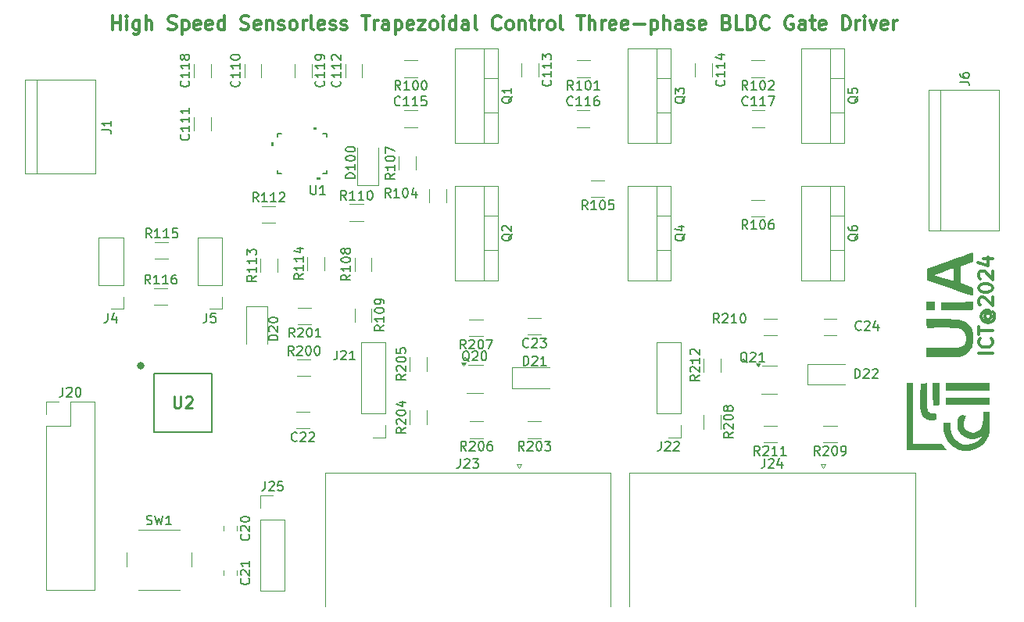
<source format=gbr>
%TF.GenerationSoftware,KiCad,Pcbnew,8.0.1*%
%TF.CreationDate,2024-05-23T13:36:51+02:00*%
%TF.ProjectId,BLDCsensDrv,424c4443-7365-46e7-9344-72762e6b6963,rev?*%
%TF.SameCoordinates,Original*%
%TF.FileFunction,Legend,Top*%
%TF.FilePolarity,Positive*%
%FSLAX46Y46*%
G04 Gerber Fmt 4.6, Leading zero omitted, Abs format (unit mm)*
G04 Created by KiCad (PCBNEW 8.0.1) date 2024-05-23 13:36:51*
%MOMM*%
%LPD*%
G01*
G04 APERTURE LIST*
%ADD10C,0.300000*%
%ADD11C,0.150000*%
%ADD12C,0.254000*%
%ADD13C,0.120000*%
%ADD14C,0.000000*%
%ADD15C,0.200000*%
%ADD16C,0.400000*%
%ADD17C,0.152400*%
G04 APERTURE END LIST*
D10*
X194600828Y-95145489D02*
X193100828Y-95145489D01*
X194457971Y-93574060D02*
X194529400Y-93645488D01*
X194529400Y-93645488D02*
X194600828Y-93859774D01*
X194600828Y-93859774D02*
X194600828Y-94002631D01*
X194600828Y-94002631D02*
X194529400Y-94216917D01*
X194529400Y-94216917D02*
X194386542Y-94359774D01*
X194386542Y-94359774D02*
X194243685Y-94431203D01*
X194243685Y-94431203D02*
X193957971Y-94502631D01*
X193957971Y-94502631D02*
X193743685Y-94502631D01*
X193743685Y-94502631D02*
X193457971Y-94431203D01*
X193457971Y-94431203D02*
X193315114Y-94359774D01*
X193315114Y-94359774D02*
X193172257Y-94216917D01*
X193172257Y-94216917D02*
X193100828Y-94002631D01*
X193100828Y-94002631D02*
X193100828Y-93859774D01*
X193100828Y-93859774D02*
X193172257Y-93645488D01*
X193172257Y-93645488D02*
X193243685Y-93574060D01*
X193100828Y-93145488D02*
X193100828Y-92288346D01*
X194600828Y-92716917D02*
X193100828Y-92716917D01*
X193886542Y-90859774D02*
X193815114Y-90931203D01*
X193815114Y-90931203D02*
X193743685Y-91074060D01*
X193743685Y-91074060D02*
X193743685Y-91216917D01*
X193743685Y-91216917D02*
X193815114Y-91359774D01*
X193815114Y-91359774D02*
X193886542Y-91431203D01*
X193886542Y-91431203D02*
X194029400Y-91502631D01*
X194029400Y-91502631D02*
X194172257Y-91502631D01*
X194172257Y-91502631D02*
X194315114Y-91431203D01*
X194315114Y-91431203D02*
X194386542Y-91359774D01*
X194386542Y-91359774D02*
X194457971Y-91216917D01*
X194457971Y-91216917D02*
X194457971Y-91074060D01*
X194457971Y-91074060D02*
X194386542Y-90931203D01*
X194386542Y-90931203D02*
X194315114Y-90859774D01*
X193743685Y-90859774D02*
X194315114Y-90859774D01*
X194315114Y-90859774D02*
X194386542Y-90788346D01*
X194386542Y-90788346D02*
X194386542Y-90716917D01*
X194386542Y-90716917D02*
X194315114Y-90574060D01*
X194315114Y-90574060D02*
X194172257Y-90502631D01*
X194172257Y-90502631D02*
X193815114Y-90502631D01*
X193815114Y-90502631D02*
X193600828Y-90645489D01*
X193600828Y-90645489D02*
X193457971Y-90859774D01*
X193457971Y-90859774D02*
X193386542Y-91145489D01*
X193386542Y-91145489D02*
X193457971Y-91431203D01*
X193457971Y-91431203D02*
X193600828Y-91645489D01*
X193600828Y-91645489D02*
X193815114Y-91788346D01*
X193815114Y-91788346D02*
X194100828Y-91859774D01*
X194100828Y-91859774D02*
X194386542Y-91788346D01*
X194386542Y-91788346D02*
X194600828Y-91645489D01*
X194600828Y-91645489D02*
X194743685Y-91431203D01*
X194743685Y-91431203D02*
X194815114Y-91145489D01*
X194815114Y-91145489D02*
X194743685Y-90859774D01*
X194743685Y-90859774D02*
X194600828Y-90645489D01*
X193243685Y-89931203D02*
X193172257Y-89859775D01*
X193172257Y-89859775D02*
X193100828Y-89716918D01*
X193100828Y-89716918D02*
X193100828Y-89359775D01*
X193100828Y-89359775D02*
X193172257Y-89216918D01*
X193172257Y-89216918D02*
X193243685Y-89145489D01*
X193243685Y-89145489D02*
X193386542Y-89074060D01*
X193386542Y-89074060D02*
X193529400Y-89074060D01*
X193529400Y-89074060D02*
X193743685Y-89145489D01*
X193743685Y-89145489D02*
X194600828Y-90002632D01*
X194600828Y-90002632D02*
X194600828Y-89074060D01*
X193100828Y-88145489D02*
X193100828Y-88002632D01*
X193100828Y-88002632D02*
X193172257Y-87859775D01*
X193172257Y-87859775D02*
X193243685Y-87788347D01*
X193243685Y-87788347D02*
X193386542Y-87716918D01*
X193386542Y-87716918D02*
X193672257Y-87645489D01*
X193672257Y-87645489D02*
X194029400Y-87645489D01*
X194029400Y-87645489D02*
X194315114Y-87716918D01*
X194315114Y-87716918D02*
X194457971Y-87788347D01*
X194457971Y-87788347D02*
X194529400Y-87859775D01*
X194529400Y-87859775D02*
X194600828Y-88002632D01*
X194600828Y-88002632D02*
X194600828Y-88145489D01*
X194600828Y-88145489D02*
X194529400Y-88288347D01*
X194529400Y-88288347D02*
X194457971Y-88359775D01*
X194457971Y-88359775D02*
X194315114Y-88431204D01*
X194315114Y-88431204D02*
X194029400Y-88502632D01*
X194029400Y-88502632D02*
X193672257Y-88502632D01*
X193672257Y-88502632D02*
X193386542Y-88431204D01*
X193386542Y-88431204D02*
X193243685Y-88359775D01*
X193243685Y-88359775D02*
X193172257Y-88288347D01*
X193172257Y-88288347D02*
X193100828Y-88145489D01*
X193243685Y-87074061D02*
X193172257Y-87002633D01*
X193172257Y-87002633D02*
X193100828Y-86859776D01*
X193100828Y-86859776D02*
X193100828Y-86502633D01*
X193100828Y-86502633D02*
X193172257Y-86359776D01*
X193172257Y-86359776D02*
X193243685Y-86288347D01*
X193243685Y-86288347D02*
X193386542Y-86216918D01*
X193386542Y-86216918D02*
X193529400Y-86216918D01*
X193529400Y-86216918D02*
X193743685Y-86288347D01*
X193743685Y-86288347D02*
X194600828Y-87145490D01*
X194600828Y-87145490D02*
X194600828Y-86216918D01*
X193600828Y-84931205D02*
X194600828Y-84931205D01*
X193029400Y-85288347D02*
X194100828Y-85645490D01*
X194100828Y-85645490D02*
X194100828Y-84716919D01*
X99254510Y-60100828D02*
X99254510Y-58600828D01*
X99254510Y-59315114D02*
X100111653Y-59315114D01*
X100111653Y-60100828D02*
X100111653Y-58600828D01*
X100825939Y-60100828D02*
X100825939Y-59100828D01*
X100825939Y-58600828D02*
X100754511Y-58672257D01*
X100754511Y-58672257D02*
X100825939Y-58743685D01*
X100825939Y-58743685D02*
X100897368Y-58672257D01*
X100897368Y-58672257D02*
X100825939Y-58600828D01*
X100825939Y-58600828D02*
X100825939Y-58743685D01*
X102183083Y-59100828D02*
X102183083Y-60315114D01*
X102183083Y-60315114D02*
X102111654Y-60457971D01*
X102111654Y-60457971D02*
X102040225Y-60529400D01*
X102040225Y-60529400D02*
X101897368Y-60600828D01*
X101897368Y-60600828D02*
X101683083Y-60600828D01*
X101683083Y-60600828D02*
X101540225Y-60529400D01*
X102183083Y-60029400D02*
X102040225Y-60100828D01*
X102040225Y-60100828D02*
X101754511Y-60100828D01*
X101754511Y-60100828D02*
X101611654Y-60029400D01*
X101611654Y-60029400D02*
X101540225Y-59957971D01*
X101540225Y-59957971D02*
X101468797Y-59815114D01*
X101468797Y-59815114D02*
X101468797Y-59386542D01*
X101468797Y-59386542D02*
X101540225Y-59243685D01*
X101540225Y-59243685D02*
X101611654Y-59172257D01*
X101611654Y-59172257D02*
X101754511Y-59100828D01*
X101754511Y-59100828D02*
X102040225Y-59100828D01*
X102040225Y-59100828D02*
X102183083Y-59172257D01*
X102897368Y-60100828D02*
X102897368Y-58600828D01*
X103540226Y-60100828D02*
X103540226Y-59315114D01*
X103540226Y-59315114D02*
X103468797Y-59172257D01*
X103468797Y-59172257D02*
X103325940Y-59100828D01*
X103325940Y-59100828D02*
X103111654Y-59100828D01*
X103111654Y-59100828D02*
X102968797Y-59172257D01*
X102968797Y-59172257D02*
X102897368Y-59243685D01*
X105325940Y-60029400D02*
X105540226Y-60100828D01*
X105540226Y-60100828D02*
X105897368Y-60100828D01*
X105897368Y-60100828D02*
X106040226Y-60029400D01*
X106040226Y-60029400D02*
X106111654Y-59957971D01*
X106111654Y-59957971D02*
X106183083Y-59815114D01*
X106183083Y-59815114D02*
X106183083Y-59672257D01*
X106183083Y-59672257D02*
X106111654Y-59529400D01*
X106111654Y-59529400D02*
X106040226Y-59457971D01*
X106040226Y-59457971D02*
X105897368Y-59386542D01*
X105897368Y-59386542D02*
X105611654Y-59315114D01*
X105611654Y-59315114D02*
X105468797Y-59243685D01*
X105468797Y-59243685D02*
X105397368Y-59172257D01*
X105397368Y-59172257D02*
X105325940Y-59029400D01*
X105325940Y-59029400D02*
X105325940Y-58886542D01*
X105325940Y-58886542D02*
X105397368Y-58743685D01*
X105397368Y-58743685D02*
X105468797Y-58672257D01*
X105468797Y-58672257D02*
X105611654Y-58600828D01*
X105611654Y-58600828D02*
X105968797Y-58600828D01*
X105968797Y-58600828D02*
X106183083Y-58672257D01*
X106825939Y-59100828D02*
X106825939Y-60600828D01*
X106825939Y-59172257D02*
X106968797Y-59100828D01*
X106968797Y-59100828D02*
X107254511Y-59100828D01*
X107254511Y-59100828D02*
X107397368Y-59172257D01*
X107397368Y-59172257D02*
X107468797Y-59243685D01*
X107468797Y-59243685D02*
X107540225Y-59386542D01*
X107540225Y-59386542D02*
X107540225Y-59815114D01*
X107540225Y-59815114D02*
X107468797Y-59957971D01*
X107468797Y-59957971D02*
X107397368Y-60029400D01*
X107397368Y-60029400D02*
X107254511Y-60100828D01*
X107254511Y-60100828D02*
X106968797Y-60100828D01*
X106968797Y-60100828D02*
X106825939Y-60029400D01*
X108754511Y-60029400D02*
X108611654Y-60100828D01*
X108611654Y-60100828D02*
X108325940Y-60100828D01*
X108325940Y-60100828D02*
X108183082Y-60029400D01*
X108183082Y-60029400D02*
X108111654Y-59886542D01*
X108111654Y-59886542D02*
X108111654Y-59315114D01*
X108111654Y-59315114D02*
X108183082Y-59172257D01*
X108183082Y-59172257D02*
X108325940Y-59100828D01*
X108325940Y-59100828D02*
X108611654Y-59100828D01*
X108611654Y-59100828D02*
X108754511Y-59172257D01*
X108754511Y-59172257D02*
X108825940Y-59315114D01*
X108825940Y-59315114D02*
X108825940Y-59457971D01*
X108825940Y-59457971D02*
X108111654Y-59600828D01*
X110040225Y-60029400D02*
X109897368Y-60100828D01*
X109897368Y-60100828D02*
X109611654Y-60100828D01*
X109611654Y-60100828D02*
X109468796Y-60029400D01*
X109468796Y-60029400D02*
X109397368Y-59886542D01*
X109397368Y-59886542D02*
X109397368Y-59315114D01*
X109397368Y-59315114D02*
X109468796Y-59172257D01*
X109468796Y-59172257D02*
X109611654Y-59100828D01*
X109611654Y-59100828D02*
X109897368Y-59100828D01*
X109897368Y-59100828D02*
X110040225Y-59172257D01*
X110040225Y-59172257D02*
X110111654Y-59315114D01*
X110111654Y-59315114D02*
X110111654Y-59457971D01*
X110111654Y-59457971D02*
X109397368Y-59600828D01*
X111397368Y-60100828D02*
X111397368Y-58600828D01*
X111397368Y-60029400D02*
X111254510Y-60100828D01*
X111254510Y-60100828D02*
X110968796Y-60100828D01*
X110968796Y-60100828D02*
X110825939Y-60029400D01*
X110825939Y-60029400D02*
X110754510Y-59957971D01*
X110754510Y-59957971D02*
X110683082Y-59815114D01*
X110683082Y-59815114D02*
X110683082Y-59386542D01*
X110683082Y-59386542D02*
X110754510Y-59243685D01*
X110754510Y-59243685D02*
X110825939Y-59172257D01*
X110825939Y-59172257D02*
X110968796Y-59100828D01*
X110968796Y-59100828D02*
X111254510Y-59100828D01*
X111254510Y-59100828D02*
X111397368Y-59172257D01*
X113183082Y-60029400D02*
X113397368Y-60100828D01*
X113397368Y-60100828D02*
X113754510Y-60100828D01*
X113754510Y-60100828D02*
X113897368Y-60029400D01*
X113897368Y-60029400D02*
X113968796Y-59957971D01*
X113968796Y-59957971D02*
X114040225Y-59815114D01*
X114040225Y-59815114D02*
X114040225Y-59672257D01*
X114040225Y-59672257D02*
X113968796Y-59529400D01*
X113968796Y-59529400D02*
X113897368Y-59457971D01*
X113897368Y-59457971D02*
X113754510Y-59386542D01*
X113754510Y-59386542D02*
X113468796Y-59315114D01*
X113468796Y-59315114D02*
X113325939Y-59243685D01*
X113325939Y-59243685D02*
X113254510Y-59172257D01*
X113254510Y-59172257D02*
X113183082Y-59029400D01*
X113183082Y-59029400D02*
X113183082Y-58886542D01*
X113183082Y-58886542D02*
X113254510Y-58743685D01*
X113254510Y-58743685D02*
X113325939Y-58672257D01*
X113325939Y-58672257D02*
X113468796Y-58600828D01*
X113468796Y-58600828D02*
X113825939Y-58600828D01*
X113825939Y-58600828D02*
X114040225Y-58672257D01*
X115254510Y-60029400D02*
X115111653Y-60100828D01*
X115111653Y-60100828D02*
X114825939Y-60100828D01*
X114825939Y-60100828D02*
X114683081Y-60029400D01*
X114683081Y-60029400D02*
X114611653Y-59886542D01*
X114611653Y-59886542D02*
X114611653Y-59315114D01*
X114611653Y-59315114D02*
X114683081Y-59172257D01*
X114683081Y-59172257D02*
X114825939Y-59100828D01*
X114825939Y-59100828D02*
X115111653Y-59100828D01*
X115111653Y-59100828D02*
X115254510Y-59172257D01*
X115254510Y-59172257D02*
X115325939Y-59315114D01*
X115325939Y-59315114D02*
X115325939Y-59457971D01*
X115325939Y-59457971D02*
X114611653Y-59600828D01*
X115968795Y-59100828D02*
X115968795Y-60100828D01*
X115968795Y-59243685D02*
X116040224Y-59172257D01*
X116040224Y-59172257D02*
X116183081Y-59100828D01*
X116183081Y-59100828D02*
X116397367Y-59100828D01*
X116397367Y-59100828D02*
X116540224Y-59172257D01*
X116540224Y-59172257D02*
X116611653Y-59315114D01*
X116611653Y-59315114D02*
X116611653Y-60100828D01*
X117254510Y-60029400D02*
X117397367Y-60100828D01*
X117397367Y-60100828D02*
X117683081Y-60100828D01*
X117683081Y-60100828D02*
X117825938Y-60029400D01*
X117825938Y-60029400D02*
X117897367Y-59886542D01*
X117897367Y-59886542D02*
X117897367Y-59815114D01*
X117897367Y-59815114D02*
X117825938Y-59672257D01*
X117825938Y-59672257D02*
X117683081Y-59600828D01*
X117683081Y-59600828D02*
X117468796Y-59600828D01*
X117468796Y-59600828D02*
X117325938Y-59529400D01*
X117325938Y-59529400D02*
X117254510Y-59386542D01*
X117254510Y-59386542D02*
X117254510Y-59315114D01*
X117254510Y-59315114D02*
X117325938Y-59172257D01*
X117325938Y-59172257D02*
X117468796Y-59100828D01*
X117468796Y-59100828D02*
X117683081Y-59100828D01*
X117683081Y-59100828D02*
X117825938Y-59172257D01*
X118754510Y-60100828D02*
X118611653Y-60029400D01*
X118611653Y-60029400D02*
X118540224Y-59957971D01*
X118540224Y-59957971D02*
X118468796Y-59815114D01*
X118468796Y-59815114D02*
X118468796Y-59386542D01*
X118468796Y-59386542D02*
X118540224Y-59243685D01*
X118540224Y-59243685D02*
X118611653Y-59172257D01*
X118611653Y-59172257D02*
X118754510Y-59100828D01*
X118754510Y-59100828D02*
X118968796Y-59100828D01*
X118968796Y-59100828D02*
X119111653Y-59172257D01*
X119111653Y-59172257D02*
X119183082Y-59243685D01*
X119183082Y-59243685D02*
X119254510Y-59386542D01*
X119254510Y-59386542D02*
X119254510Y-59815114D01*
X119254510Y-59815114D02*
X119183082Y-59957971D01*
X119183082Y-59957971D02*
X119111653Y-60029400D01*
X119111653Y-60029400D02*
X118968796Y-60100828D01*
X118968796Y-60100828D02*
X118754510Y-60100828D01*
X119897367Y-60100828D02*
X119897367Y-59100828D01*
X119897367Y-59386542D02*
X119968796Y-59243685D01*
X119968796Y-59243685D02*
X120040225Y-59172257D01*
X120040225Y-59172257D02*
X120183082Y-59100828D01*
X120183082Y-59100828D02*
X120325939Y-59100828D01*
X121040224Y-60100828D02*
X120897367Y-60029400D01*
X120897367Y-60029400D02*
X120825938Y-59886542D01*
X120825938Y-59886542D02*
X120825938Y-58600828D01*
X122183081Y-60029400D02*
X122040224Y-60100828D01*
X122040224Y-60100828D02*
X121754510Y-60100828D01*
X121754510Y-60100828D02*
X121611652Y-60029400D01*
X121611652Y-60029400D02*
X121540224Y-59886542D01*
X121540224Y-59886542D02*
X121540224Y-59315114D01*
X121540224Y-59315114D02*
X121611652Y-59172257D01*
X121611652Y-59172257D02*
X121754510Y-59100828D01*
X121754510Y-59100828D02*
X122040224Y-59100828D01*
X122040224Y-59100828D02*
X122183081Y-59172257D01*
X122183081Y-59172257D02*
X122254510Y-59315114D01*
X122254510Y-59315114D02*
X122254510Y-59457971D01*
X122254510Y-59457971D02*
X121540224Y-59600828D01*
X122825938Y-60029400D02*
X122968795Y-60100828D01*
X122968795Y-60100828D02*
X123254509Y-60100828D01*
X123254509Y-60100828D02*
X123397366Y-60029400D01*
X123397366Y-60029400D02*
X123468795Y-59886542D01*
X123468795Y-59886542D02*
X123468795Y-59815114D01*
X123468795Y-59815114D02*
X123397366Y-59672257D01*
X123397366Y-59672257D02*
X123254509Y-59600828D01*
X123254509Y-59600828D02*
X123040224Y-59600828D01*
X123040224Y-59600828D02*
X122897366Y-59529400D01*
X122897366Y-59529400D02*
X122825938Y-59386542D01*
X122825938Y-59386542D02*
X122825938Y-59315114D01*
X122825938Y-59315114D02*
X122897366Y-59172257D01*
X122897366Y-59172257D02*
X123040224Y-59100828D01*
X123040224Y-59100828D02*
X123254509Y-59100828D01*
X123254509Y-59100828D02*
X123397366Y-59172257D01*
X124040224Y-60029400D02*
X124183081Y-60100828D01*
X124183081Y-60100828D02*
X124468795Y-60100828D01*
X124468795Y-60100828D02*
X124611652Y-60029400D01*
X124611652Y-60029400D02*
X124683081Y-59886542D01*
X124683081Y-59886542D02*
X124683081Y-59815114D01*
X124683081Y-59815114D02*
X124611652Y-59672257D01*
X124611652Y-59672257D02*
X124468795Y-59600828D01*
X124468795Y-59600828D02*
X124254510Y-59600828D01*
X124254510Y-59600828D02*
X124111652Y-59529400D01*
X124111652Y-59529400D02*
X124040224Y-59386542D01*
X124040224Y-59386542D02*
X124040224Y-59315114D01*
X124040224Y-59315114D02*
X124111652Y-59172257D01*
X124111652Y-59172257D02*
X124254510Y-59100828D01*
X124254510Y-59100828D02*
X124468795Y-59100828D01*
X124468795Y-59100828D02*
X124611652Y-59172257D01*
X126254510Y-58600828D02*
X127111653Y-58600828D01*
X126683081Y-60100828D02*
X126683081Y-58600828D01*
X127611652Y-60100828D02*
X127611652Y-59100828D01*
X127611652Y-59386542D02*
X127683081Y-59243685D01*
X127683081Y-59243685D02*
X127754510Y-59172257D01*
X127754510Y-59172257D02*
X127897367Y-59100828D01*
X127897367Y-59100828D02*
X128040224Y-59100828D01*
X129183081Y-60100828D02*
X129183081Y-59315114D01*
X129183081Y-59315114D02*
X129111652Y-59172257D01*
X129111652Y-59172257D02*
X128968795Y-59100828D01*
X128968795Y-59100828D02*
X128683081Y-59100828D01*
X128683081Y-59100828D02*
X128540223Y-59172257D01*
X129183081Y-60029400D02*
X129040223Y-60100828D01*
X129040223Y-60100828D02*
X128683081Y-60100828D01*
X128683081Y-60100828D02*
X128540223Y-60029400D01*
X128540223Y-60029400D02*
X128468795Y-59886542D01*
X128468795Y-59886542D02*
X128468795Y-59743685D01*
X128468795Y-59743685D02*
X128540223Y-59600828D01*
X128540223Y-59600828D02*
X128683081Y-59529400D01*
X128683081Y-59529400D02*
X129040223Y-59529400D01*
X129040223Y-59529400D02*
X129183081Y-59457971D01*
X129897366Y-59100828D02*
X129897366Y-60600828D01*
X129897366Y-59172257D02*
X130040224Y-59100828D01*
X130040224Y-59100828D02*
X130325938Y-59100828D01*
X130325938Y-59100828D02*
X130468795Y-59172257D01*
X130468795Y-59172257D02*
X130540224Y-59243685D01*
X130540224Y-59243685D02*
X130611652Y-59386542D01*
X130611652Y-59386542D02*
X130611652Y-59815114D01*
X130611652Y-59815114D02*
X130540224Y-59957971D01*
X130540224Y-59957971D02*
X130468795Y-60029400D01*
X130468795Y-60029400D02*
X130325938Y-60100828D01*
X130325938Y-60100828D02*
X130040224Y-60100828D01*
X130040224Y-60100828D02*
X129897366Y-60029400D01*
X131825938Y-60029400D02*
X131683081Y-60100828D01*
X131683081Y-60100828D02*
X131397367Y-60100828D01*
X131397367Y-60100828D02*
X131254509Y-60029400D01*
X131254509Y-60029400D02*
X131183081Y-59886542D01*
X131183081Y-59886542D02*
X131183081Y-59315114D01*
X131183081Y-59315114D02*
X131254509Y-59172257D01*
X131254509Y-59172257D02*
X131397367Y-59100828D01*
X131397367Y-59100828D02*
X131683081Y-59100828D01*
X131683081Y-59100828D02*
X131825938Y-59172257D01*
X131825938Y-59172257D02*
X131897367Y-59315114D01*
X131897367Y-59315114D02*
X131897367Y-59457971D01*
X131897367Y-59457971D02*
X131183081Y-59600828D01*
X132397366Y-59100828D02*
X133183081Y-59100828D01*
X133183081Y-59100828D02*
X132397366Y-60100828D01*
X132397366Y-60100828D02*
X133183081Y-60100828D01*
X133968795Y-60100828D02*
X133825938Y-60029400D01*
X133825938Y-60029400D02*
X133754509Y-59957971D01*
X133754509Y-59957971D02*
X133683081Y-59815114D01*
X133683081Y-59815114D02*
X133683081Y-59386542D01*
X133683081Y-59386542D02*
X133754509Y-59243685D01*
X133754509Y-59243685D02*
X133825938Y-59172257D01*
X133825938Y-59172257D02*
X133968795Y-59100828D01*
X133968795Y-59100828D02*
X134183081Y-59100828D01*
X134183081Y-59100828D02*
X134325938Y-59172257D01*
X134325938Y-59172257D02*
X134397367Y-59243685D01*
X134397367Y-59243685D02*
X134468795Y-59386542D01*
X134468795Y-59386542D02*
X134468795Y-59815114D01*
X134468795Y-59815114D02*
X134397367Y-59957971D01*
X134397367Y-59957971D02*
X134325938Y-60029400D01*
X134325938Y-60029400D02*
X134183081Y-60100828D01*
X134183081Y-60100828D02*
X133968795Y-60100828D01*
X135111652Y-60100828D02*
X135111652Y-59100828D01*
X135111652Y-58600828D02*
X135040224Y-58672257D01*
X135040224Y-58672257D02*
X135111652Y-58743685D01*
X135111652Y-58743685D02*
X135183081Y-58672257D01*
X135183081Y-58672257D02*
X135111652Y-58600828D01*
X135111652Y-58600828D02*
X135111652Y-58743685D01*
X136468796Y-60100828D02*
X136468796Y-58600828D01*
X136468796Y-60029400D02*
X136325938Y-60100828D01*
X136325938Y-60100828D02*
X136040224Y-60100828D01*
X136040224Y-60100828D02*
X135897367Y-60029400D01*
X135897367Y-60029400D02*
X135825938Y-59957971D01*
X135825938Y-59957971D02*
X135754510Y-59815114D01*
X135754510Y-59815114D02*
X135754510Y-59386542D01*
X135754510Y-59386542D02*
X135825938Y-59243685D01*
X135825938Y-59243685D02*
X135897367Y-59172257D01*
X135897367Y-59172257D02*
X136040224Y-59100828D01*
X136040224Y-59100828D02*
X136325938Y-59100828D01*
X136325938Y-59100828D02*
X136468796Y-59172257D01*
X137825939Y-60100828D02*
X137825939Y-59315114D01*
X137825939Y-59315114D02*
X137754510Y-59172257D01*
X137754510Y-59172257D02*
X137611653Y-59100828D01*
X137611653Y-59100828D02*
X137325939Y-59100828D01*
X137325939Y-59100828D02*
X137183081Y-59172257D01*
X137825939Y-60029400D02*
X137683081Y-60100828D01*
X137683081Y-60100828D02*
X137325939Y-60100828D01*
X137325939Y-60100828D02*
X137183081Y-60029400D01*
X137183081Y-60029400D02*
X137111653Y-59886542D01*
X137111653Y-59886542D02*
X137111653Y-59743685D01*
X137111653Y-59743685D02*
X137183081Y-59600828D01*
X137183081Y-59600828D02*
X137325939Y-59529400D01*
X137325939Y-59529400D02*
X137683081Y-59529400D01*
X137683081Y-59529400D02*
X137825939Y-59457971D01*
X138754510Y-60100828D02*
X138611653Y-60029400D01*
X138611653Y-60029400D02*
X138540224Y-59886542D01*
X138540224Y-59886542D02*
X138540224Y-58600828D01*
X141325938Y-59957971D02*
X141254510Y-60029400D01*
X141254510Y-60029400D02*
X141040224Y-60100828D01*
X141040224Y-60100828D02*
X140897367Y-60100828D01*
X140897367Y-60100828D02*
X140683081Y-60029400D01*
X140683081Y-60029400D02*
X140540224Y-59886542D01*
X140540224Y-59886542D02*
X140468795Y-59743685D01*
X140468795Y-59743685D02*
X140397367Y-59457971D01*
X140397367Y-59457971D02*
X140397367Y-59243685D01*
X140397367Y-59243685D02*
X140468795Y-58957971D01*
X140468795Y-58957971D02*
X140540224Y-58815114D01*
X140540224Y-58815114D02*
X140683081Y-58672257D01*
X140683081Y-58672257D02*
X140897367Y-58600828D01*
X140897367Y-58600828D02*
X141040224Y-58600828D01*
X141040224Y-58600828D02*
X141254510Y-58672257D01*
X141254510Y-58672257D02*
X141325938Y-58743685D01*
X142183081Y-60100828D02*
X142040224Y-60029400D01*
X142040224Y-60029400D02*
X141968795Y-59957971D01*
X141968795Y-59957971D02*
X141897367Y-59815114D01*
X141897367Y-59815114D02*
X141897367Y-59386542D01*
X141897367Y-59386542D02*
X141968795Y-59243685D01*
X141968795Y-59243685D02*
X142040224Y-59172257D01*
X142040224Y-59172257D02*
X142183081Y-59100828D01*
X142183081Y-59100828D02*
X142397367Y-59100828D01*
X142397367Y-59100828D02*
X142540224Y-59172257D01*
X142540224Y-59172257D02*
X142611653Y-59243685D01*
X142611653Y-59243685D02*
X142683081Y-59386542D01*
X142683081Y-59386542D02*
X142683081Y-59815114D01*
X142683081Y-59815114D02*
X142611653Y-59957971D01*
X142611653Y-59957971D02*
X142540224Y-60029400D01*
X142540224Y-60029400D02*
X142397367Y-60100828D01*
X142397367Y-60100828D02*
X142183081Y-60100828D01*
X143325938Y-59100828D02*
X143325938Y-60100828D01*
X143325938Y-59243685D02*
X143397367Y-59172257D01*
X143397367Y-59172257D02*
X143540224Y-59100828D01*
X143540224Y-59100828D02*
X143754510Y-59100828D01*
X143754510Y-59100828D02*
X143897367Y-59172257D01*
X143897367Y-59172257D02*
X143968796Y-59315114D01*
X143968796Y-59315114D02*
X143968796Y-60100828D01*
X144468796Y-59100828D02*
X145040224Y-59100828D01*
X144683081Y-58600828D02*
X144683081Y-59886542D01*
X144683081Y-59886542D02*
X144754510Y-60029400D01*
X144754510Y-60029400D02*
X144897367Y-60100828D01*
X144897367Y-60100828D02*
X145040224Y-60100828D01*
X145540224Y-60100828D02*
X145540224Y-59100828D01*
X145540224Y-59386542D02*
X145611653Y-59243685D01*
X145611653Y-59243685D02*
X145683082Y-59172257D01*
X145683082Y-59172257D02*
X145825939Y-59100828D01*
X145825939Y-59100828D02*
X145968796Y-59100828D01*
X146683081Y-60100828D02*
X146540224Y-60029400D01*
X146540224Y-60029400D02*
X146468795Y-59957971D01*
X146468795Y-59957971D02*
X146397367Y-59815114D01*
X146397367Y-59815114D02*
X146397367Y-59386542D01*
X146397367Y-59386542D02*
X146468795Y-59243685D01*
X146468795Y-59243685D02*
X146540224Y-59172257D01*
X146540224Y-59172257D02*
X146683081Y-59100828D01*
X146683081Y-59100828D02*
X146897367Y-59100828D01*
X146897367Y-59100828D02*
X147040224Y-59172257D01*
X147040224Y-59172257D02*
X147111653Y-59243685D01*
X147111653Y-59243685D02*
X147183081Y-59386542D01*
X147183081Y-59386542D02*
X147183081Y-59815114D01*
X147183081Y-59815114D02*
X147111653Y-59957971D01*
X147111653Y-59957971D02*
X147040224Y-60029400D01*
X147040224Y-60029400D02*
X146897367Y-60100828D01*
X146897367Y-60100828D02*
X146683081Y-60100828D01*
X148040224Y-60100828D02*
X147897367Y-60029400D01*
X147897367Y-60029400D02*
X147825938Y-59886542D01*
X147825938Y-59886542D02*
X147825938Y-58600828D01*
X149540224Y-58600828D02*
X150397367Y-58600828D01*
X149968795Y-60100828D02*
X149968795Y-58600828D01*
X150897366Y-60100828D02*
X150897366Y-58600828D01*
X151540224Y-60100828D02*
X151540224Y-59315114D01*
X151540224Y-59315114D02*
X151468795Y-59172257D01*
X151468795Y-59172257D02*
X151325938Y-59100828D01*
X151325938Y-59100828D02*
X151111652Y-59100828D01*
X151111652Y-59100828D02*
X150968795Y-59172257D01*
X150968795Y-59172257D02*
X150897366Y-59243685D01*
X152254509Y-60100828D02*
X152254509Y-59100828D01*
X152254509Y-59386542D02*
X152325938Y-59243685D01*
X152325938Y-59243685D02*
X152397367Y-59172257D01*
X152397367Y-59172257D02*
X152540224Y-59100828D01*
X152540224Y-59100828D02*
X152683081Y-59100828D01*
X153754509Y-60029400D02*
X153611652Y-60100828D01*
X153611652Y-60100828D02*
X153325938Y-60100828D01*
X153325938Y-60100828D02*
X153183080Y-60029400D01*
X153183080Y-60029400D02*
X153111652Y-59886542D01*
X153111652Y-59886542D02*
X153111652Y-59315114D01*
X153111652Y-59315114D02*
X153183080Y-59172257D01*
X153183080Y-59172257D02*
X153325938Y-59100828D01*
X153325938Y-59100828D02*
X153611652Y-59100828D01*
X153611652Y-59100828D02*
X153754509Y-59172257D01*
X153754509Y-59172257D02*
X153825938Y-59315114D01*
X153825938Y-59315114D02*
X153825938Y-59457971D01*
X153825938Y-59457971D02*
X153111652Y-59600828D01*
X155040223Y-60029400D02*
X154897366Y-60100828D01*
X154897366Y-60100828D02*
X154611652Y-60100828D01*
X154611652Y-60100828D02*
X154468794Y-60029400D01*
X154468794Y-60029400D02*
X154397366Y-59886542D01*
X154397366Y-59886542D02*
X154397366Y-59315114D01*
X154397366Y-59315114D02*
X154468794Y-59172257D01*
X154468794Y-59172257D02*
X154611652Y-59100828D01*
X154611652Y-59100828D02*
X154897366Y-59100828D01*
X154897366Y-59100828D02*
X155040223Y-59172257D01*
X155040223Y-59172257D02*
X155111652Y-59315114D01*
X155111652Y-59315114D02*
X155111652Y-59457971D01*
X155111652Y-59457971D02*
X154397366Y-59600828D01*
X155754508Y-59529400D02*
X156897366Y-59529400D01*
X157611651Y-59100828D02*
X157611651Y-60600828D01*
X157611651Y-59172257D02*
X157754509Y-59100828D01*
X157754509Y-59100828D02*
X158040223Y-59100828D01*
X158040223Y-59100828D02*
X158183080Y-59172257D01*
X158183080Y-59172257D02*
X158254509Y-59243685D01*
X158254509Y-59243685D02*
X158325937Y-59386542D01*
X158325937Y-59386542D02*
X158325937Y-59815114D01*
X158325937Y-59815114D02*
X158254509Y-59957971D01*
X158254509Y-59957971D02*
X158183080Y-60029400D01*
X158183080Y-60029400D02*
X158040223Y-60100828D01*
X158040223Y-60100828D02*
X157754509Y-60100828D01*
X157754509Y-60100828D02*
X157611651Y-60029400D01*
X158968794Y-60100828D02*
X158968794Y-58600828D01*
X159611652Y-60100828D02*
X159611652Y-59315114D01*
X159611652Y-59315114D02*
X159540223Y-59172257D01*
X159540223Y-59172257D02*
X159397366Y-59100828D01*
X159397366Y-59100828D02*
X159183080Y-59100828D01*
X159183080Y-59100828D02*
X159040223Y-59172257D01*
X159040223Y-59172257D02*
X158968794Y-59243685D01*
X160968795Y-60100828D02*
X160968795Y-59315114D01*
X160968795Y-59315114D02*
X160897366Y-59172257D01*
X160897366Y-59172257D02*
X160754509Y-59100828D01*
X160754509Y-59100828D02*
X160468795Y-59100828D01*
X160468795Y-59100828D02*
X160325937Y-59172257D01*
X160968795Y-60029400D02*
X160825937Y-60100828D01*
X160825937Y-60100828D02*
X160468795Y-60100828D01*
X160468795Y-60100828D02*
X160325937Y-60029400D01*
X160325937Y-60029400D02*
X160254509Y-59886542D01*
X160254509Y-59886542D02*
X160254509Y-59743685D01*
X160254509Y-59743685D02*
X160325937Y-59600828D01*
X160325937Y-59600828D02*
X160468795Y-59529400D01*
X160468795Y-59529400D02*
X160825937Y-59529400D01*
X160825937Y-59529400D02*
X160968795Y-59457971D01*
X161611652Y-60029400D02*
X161754509Y-60100828D01*
X161754509Y-60100828D02*
X162040223Y-60100828D01*
X162040223Y-60100828D02*
X162183080Y-60029400D01*
X162183080Y-60029400D02*
X162254509Y-59886542D01*
X162254509Y-59886542D02*
X162254509Y-59815114D01*
X162254509Y-59815114D02*
X162183080Y-59672257D01*
X162183080Y-59672257D02*
X162040223Y-59600828D01*
X162040223Y-59600828D02*
X161825938Y-59600828D01*
X161825938Y-59600828D02*
X161683080Y-59529400D01*
X161683080Y-59529400D02*
X161611652Y-59386542D01*
X161611652Y-59386542D02*
X161611652Y-59315114D01*
X161611652Y-59315114D02*
X161683080Y-59172257D01*
X161683080Y-59172257D02*
X161825938Y-59100828D01*
X161825938Y-59100828D02*
X162040223Y-59100828D01*
X162040223Y-59100828D02*
X162183080Y-59172257D01*
X163468795Y-60029400D02*
X163325938Y-60100828D01*
X163325938Y-60100828D02*
X163040224Y-60100828D01*
X163040224Y-60100828D02*
X162897366Y-60029400D01*
X162897366Y-60029400D02*
X162825938Y-59886542D01*
X162825938Y-59886542D02*
X162825938Y-59315114D01*
X162825938Y-59315114D02*
X162897366Y-59172257D01*
X162897366Y-59172257D02*
X163040224Y-59100828D01*
X163040224Y-59100828D02*
X163325938Y-59100828D01*
X163325938Y-59100828D02*
X163468795Y-59172257D01*
X163468795Y-59172257D02*
X163540224Y-59315114D01*
X163540224Y-59315114D02*
X163540224Y-59457971D01*
X163540224Y-59457971D02*
X162825938Y-59600828D01*
X165825937Y-59315114D02*
X166040223Y-59386542D01*
X166040223Y-59386542D02*
X166111652Y-59457971D01*
X166111652Y-59457971D02*
X166183080Y-59600828D01*
X166183080Y-59600828D02*
X166183080Y-59815114D01*
X166183080Y-59815114D02*
X166111652Y-59957971D01*
X166111652Y-59957971D02*
X166040223Y-60029400D01*
X166040223Y-60029400D02*
X165897366Y-60100828D01*
X165897366Y-60100828D02*
X165325937Y-60100828D01*
X165325937Y-60100828D02*
X165325937Y-58600828D01*
X165325937Y-58600828D02*
X165825937Y-58600828D01*
X165825937Y-58600828D02*
X165968795Y-58672257D01*
X165968795Y-58672257D02*
X166040223Y-58743685D01*
X166040223Y-58743685D02*
X166111652Y-58886542D01*
X166111652Y-58886542D02*
X166111652Y-59029400D01*
X166111652Y-59029400D02*
X166040223Y-59172257D01*
X166040223Y-59172257D02*
X165968795Y-59243685D01*
X165968795Y-59243685D02*
X165825937Y-59315114D01*
X165825937Y-59315114D02*
X165325937Y-59315114D01*
X167540223Y-60100828D02*
X166825937Y-60100828D01*
X166825937Y-60100828D02*
X166825937Y-58600828D01*
X168040223Y-60100828D02*
X168040223Y-58600828D01*
X168040223Y-58600828D02*
X168397366Y-58600828D01*
X168397366Y-58600828D02*
X168611652Y-58672257D01*
X168611652Y-58672257D02*
X168754509Y-58815114D01*
X168754509Y-58815114D02*
X168825938Y-58957971D01*
X168825938Y-58957971D02*
X168897366Y-59243685D01*
X168897366Y-59243685D02*
X168897366Y-59457971D01*
X168897366Y-59457971D02*
X168825938Y-59743685D01*
X168825938Y-59743685D02*
X168754509Y-59886542D01*
X168754509Y-59886542D02*
X168611652Y-60029400D01*
X168611652Y-60029400D02*
X168397366Y-60100828D01*
X168397366Y-60100828D02*
X168040223Y-60100828D01*
X170397366Y-59957971D02*
X170325938Y-60029400D01*
X170325938Y-60029400D02*
X170111652Y-60100828D01*
X170111652Y-60100828D02*
X169968795Y-60100828D01*
X169968795Y-60100828D02*
X169754509Y-60029400D01*
X169754509Y-60029400D02*
X169611652Y-59886542D01*
X169611652Y-59886542D02*
X169540223Y-59743685D01*
X169540223Y-59743685D02*
X169468795Y-59457971D01*
X169468795Y-59457971D02*
X169468795Y-59243685D01*
X169468795Y-59243685D02*
X169540223Y-58957971D01*
X169540223Y-58957971D02*
X169611652Y-58815114D01*
X169611652Y-58815114D02*
X169754509Y-58672257D01*
X169754509Y-58672257D02*
X169968795Y-58600828D01*
X169968795Y-58600828D02*
X170111652Y-58600828D01*
X170111652Y-58600828D02*
X170325938Y-58672257D01*
X170325938Y-58672257D02*
X170397366Y-58743685D01*
X172968795Y-58672257D02*
X172825938Y-58600828D01*
X172825938Y-58600828D02*
X172611652Y-58600828D01*
X172611652Y-58600828D02*
X172397366Y-58672257D01*
X172397366Y-58672257D02*
X172254509Y-58815114D01*
X172254509Y-58815114D02*
X172183080Y-58957971D01*
X172183080Y-58957971D02*
X172111652Y-59243685D01*
X172111652Y-59243685D02*
X172111652Y-59457971D01*
X172111652Y-59457971D02*
X172183080Y-59743685D01*
X172183080Y-59743685D02*
X172254509Y-59886542D01*
X172254509Y-59886542D02*
X172397366Y-60029400D01*
X172397366Y-60029400D02*
X172611652Y-60100828D01*
X172611652Y-60100828D02*
X172754509Y-60100828D01*
X172754509Y-60100828D02*
X172968795Y-60029400D01*
X172968795Y-60029400D02*
X173040223Y-59957971D01*
X173040223Y-59957971D02*
X173040223Y-59457971D01*
X173040223Y-59457971D02*
X172754509Y-59457971D01*
X174325938Y-60100828D02*
X174325938Y-59315114D01*
X174325938Y-59315114D02*
X174254509Y-59172257D01*
X174254509Y-59172257D02*
X174111652Y-59100828D01*
X174111652Y-59100828D02*
X173825938Y-59100828D01*
X173825938Y-59100828D02*
X173683080Y-59172257D01*
X174325938Y-60029400D02*
X174183080Y-60100828D01*
X174183080Y-60100828D02*
X173825938Y-60100828D01*
X173825938Y-60100828D02*
X173683080Y-60029400D01*
X173683080Y-60029400D02*
X173611652Y-59886542D01*
X173611652Y-59886542D02*
X173611652Y-59743685D01*
X173611652Y-59743685D02*
X173683080Y-59600828D01*
X173683080Y-59600828D02*
X173825938Y-59529400D01*
X173825938Y-59529400D02*
X174183080Y-59529400D01*
X174183080Y-59529400D02*
X174325938Y-59457971D01*
X174825938Y-59100828D02*
X175397366Y-59100828D01*
X175040223Y-58600828D02*
X175040223Y-59886542D01*
X175040223Y-59886542D02*
X175111652Y-60029400D01*
X175111652Y-60029400D02*
X175254509Y-60100828D01*
X175254509Y-60100828D02*
X175397366Y-60100828D01*
X176468795Y-60029400D02*
X176325938Y-60100828D01*
X176325938Y-60100828D02*
X176040224Y-60100828D01*
X176040224Y-60100828D02*
X175897366Y-60029400D01*
X175897366Y-60029400D02*
X175825938Y-59886542D01*
X175825938Y-59886542D02*
X175825938Y-59315114D01*
X175825938Y-59315114D02*
X175897366Y-59172257D01*
X175897366Y-59172257D02*
X176040224Y-59100828D01*
X176040224Y-59100828D02*
X176325938Y-59100828D01*
X176325938Y-59100828D02*
X176468795Y-59172257D01*
X176468795Y-59172257D02*
X176540224Y-59315114D01*
X176540224Y-59315114D02*
X176540224Y-59457971D01*
X176540224Y-59457971D02*
X175825938Y-59600828D01*
X178325937Y-60100828D02*
X178325937Y-58600828D01*
X178325937Y-58600828D02*
X178683080Y-58600828D01*
X178683080Y-58600828D02*
X178897366Y-58672257D01*
X178897366Y-58672257D02*
X179040223Y-58815114D01*
X179040223Y-58815114D02*
X179111652Y-58957971D01*
X179111652Y-58957971D02*
X179183080Y-59243685D01*
X179183080Y-59243685D02*
X179183080Y-59457971D01*
X179183080Y-59457971D02*
X179111652Y-59743685D01*
X179111652Y-59743685D02*
X179040223Y-59886542D01*
X179040223Y-59886542D02*
X178897366Y-60029400D01*
X178897366Y-60029400D02*
X178683080Y-60100828D01*
X178683080Y-60100828D02*
X178325937Y-60100828D01*
X179825937Y-60100828D02*
X179825937Y-59100828D01*
X179825937Y-59386542D02*
X179897366Y-59243685D01*
X179897366Y-59243685D02*
X179968795Y-59172257D01*
X179968795Y-59172257D02*
X180111652Y-59100828D01*
X180111652Y-59100828D02*
X180254509Y-59100828D01*
X180754508Y-60100828D02*
X180754508Y-59100828D01*
X180754508Y-58600828D02*
X180683080Y-58672257D01*
X180683080Y-58672257D02*
X180754508Y-58743685D01*
X180754508Y-58743685D02*
X180825937Y-58672257D01*
X180825937Y-58672257D02*
X180754508Y-58600828D01*
X180754508Y-58600828D02*
X180754508Y-58743685D01*
X181325937Y-59100828D02*
X181683080Y-60100828D01*
X181683080Y-60100828D02*
X182040223Y-59100828D01*
X183183080Y-60029400D02*
X183040223Y-60100828D01*
X183040223Y-60100828D02*
X182754509Y-60100828D01*
X182754509Y-60100828D02*
X182611651Y-60029400D01*
X182611651Y-60029400D02*
X182540223Y-59886542D01*
X182540223Y-59886542D02*
X182540223Y-59315114D01*
X182540223Y-59315114D02*
X182611651Y-59172257D01*
X182611651Y-59172257D02*
X182754509Y-59100828D01*
X182754509Y-59100828D02*
X183040223Y-59100828D01*
X183040223Y-59100828D02*
X183183080Y-59172257D01*
X183183080Y-59172257D02*
X183254509Y-59315114D01*
X183254509Y-59315114D02*
X183254509Y-59457971D01*
X183254509Y-59457971D02*
X182540223Y-59600828D01*
X183897365Y-60100828D02*
X183897365Y-59100828D01*
X183897365Y-59386542D02*
X183968794Y-59243685D01*
X183968794Y-59243685D02*
X184040223Y-59172257D01*
X184040223Y-59172257D02*
X184183080Y-59100828D01*
X184183080Y-59100828D02*
X184325937Y-59100828D01*
D11*
X107509580Y-71439047D02*
X107557200Y-71486666D01*
X107557200Y-71486666D02*
X107604819Y-71629523D01*
X107604819Y-71629523D02*
X107604819Y-71724761D01*
X107604819Y-71724761D02*
X107557200Y-71867618D01*
X107557200Y-71867618D02*
X107461961Y-71962856D01*
X107461961Y-71962856D02*
X107366723Y-72010475D01*
X107366723Y-72010475D02*
X107176247Y-72058094D01*
X107176247Y-72058094D02*
X107033390Y-72058094D01*
X107033390Y-72058094D02*
X106842914Y-72010475D01*
X106842914Y-72010475D02*
X106747676Y-71962856D01*
X106747676Y-71962856D02*
X106652438Y-71867618D01*
X106652438Y-71867618D02*
X106604819Y-71724761D01*
X106604819Y-71724761D02*
X106604819Y-71629523D01*
X106604819Y-71629523D02*
X106652438Y-71486666D01*
X106652438Y-71486666D02*
X106700057Y-71439047D01*
X107604819Y-70486666D02*
X107604819Y-71058094D01*
X107604819Y-70772380D02*
X106604819Y-70772380D01*
X106604819Y-70772380D02*
X106747676Y-70867618D01*
X106747676Y-70867618D02*
X106842914Y-70962856D01*
X106842914Y-70962856D02*
X106890533Y-71058094D01*
X107604819Y-69534285D02*
X107604819Y-70105713D01*
X107604819Y-69819999D02*
X106604819Y-69819999D01*
X106604819Y-69819999D02*
X106747676Y-69915237D01*
X106747676Y-69915237D02*
X106842914Y-70010475D01*
X106842914Y-70010475D02*
X106890533Y-70105713D01*
X107604819Y-68581904D02*
X107604819Y-69153332D01*
X107604819Y-68867618D02*
X106604819Y-68867618D01*
X106604819Y-68867618D02*
X106747676Y-68962856D01*
X106747676Y-68962856D02*
X106842914Y-69058094D01*
X106842914Y-69058094D02*
X106890533Y-69153332D01*
X166474819Y-103709047D02*
X165998628Y-104042380D01*
X166474819Y-104280475D02*
X165474819Y-104280475D01*
X165474819Y-104280475D02*
X165474819Y-103899523D01*
X165474819Y-103899523D02*
X165522438Y-103804285D01*
X165522438Y-103804285D02*
X165570057Y-103756666D01*
X165570057Y-103756666D02*
X165665295Y-103709047D01*
X165665295Y-103709047D02*
X165808152Y-103709047D01*
X165808152Y-103709047D02*
X165903390Y-103756666D01*
X165903390Y-103756666D02*
X165951009Y-103804285D01*
X165951009Y-103804285D02*
X165998628Y-103899523D01*
X165998628Y-103899523D02*
X165998628Y-104280475D01*
X165570057Y-103328094D02*
X165522438Y-103280475D01*
X165522438Y-103280475D02*
X165474819Y-103185237D01*
X165474819Y-103185237D02*
X165474819Y-102947142D01*
X165474819Y-102947142D02*
X165522438Y-102851904D01*
X165522438Y-102851904D02*
X165570057Y-102804285D01*
X165570057Y-102804285D02*
X165665295Y-102756666D01*
X165665295Y-102756666D02*
X165760533Y-102756666D01*
X165760533Y-102756666D02*
X165903390Y-102804285D01*
X165903390Y-102804285D02*
X166474819Y-103375713D01*
X166474819Y-103375713D02*
X166474819Y-102756666D01*
X165474819Y-102137618D02*
X165474819Y-102042380D01*
X165474819Y-102042380D02*
X165522438Y-101947142D01*
X165522438Y-101947142D02*
X165570057Y-101899523D01*
X165570057Y-101899523D02*
X165665295Y-101851904D01*
X165665295Y-101851904D02*
X165855771Y-101804285D01*
X165855771Y-101804285D02*
X166093866Y-101804285D01*
X166093866Y-101804285D02*
X166284342Y-101851904D01*
X166284342Y-101851904D02*
X166379580Y-101899523D01*
X166379580Y-101899523D02*
X166427200Y-101947142D01*
X166427200Y-101947142D02*
X166474819Y-102042380D01*
X166474819Y-102042380D02*
X166474819Y-102137618D01*
X166474819Y-102137618D02*
X166427200Y-102232856D01*
X166427200Y-102232856D02*
X166379580Y-102280475D01*
X166379580Y-102280475D02*
X166284342Y-102328094D01*
X166284342Y-102328094D02*
X166093866Y-102375713D01*
X166093866Y-102375713D02*
X165855771Y-102375713D01*
X165855771Y-102375713D02*
X165665295Y-102328094D01*
X165665295Y-102328094D02*
X165570057Y-102280475D01*
X165570057Y-102280475D02*
X165522438Y-102232856D01*
X165522438Y-102232856D02*
X165474819Y-102137618D01*
X165903390Y-101232856D02*
X165855771Y-101328094D01*
X165855771Y-101328094D02*
X165808152Y-101375713D01*
X165808152Y-101375713D02*
X165712914Y-101423332D01*
X165712914Y-101423332D02*
X165665295Y-101423332D01*
X165665295Y-101423332D02*
X165570057Y-101375713D01*
X165570057Y-101375713D02*
X165522438Y-101328094D01*
X165522438Y-101328094D02*
X165474819Y-101232856D01*
X165474819Y-101232856D02*
X165474819Y-101042380D01*
X165474819Y-101042380D02*
X165522438Y-100947142D01*
X165522438Y-100947142D02*
X165570057Y-100899523D01*
X165570057Y-100899523D02*
X165665295Y-100851904D01*
X165665295Y-100851904D02*
X165712914Y-100851904D01*
X165712914Y-100851904D02*
X165808152Y-100899523D01*
X165808152Y-100899523D02*
X165855771Y-100947142D01*
X165855771Y-100947142D02*
X165903390Y-101042380D01*
X165903390Y-101042380D02*
X165903390Y-101232856D01*
X165903390Y-101232856D02*
X165951009Y-101328094D01*
X165951009Y-101328094D02*
X165998628Y-101375713D01*
X165998628Y-101375713D02*
X166093866Y-101423332D01*
X166093866Y-101423332D02*
X166284342Y-101423332D01*
X166284342Y-101423332D02*
X166379580Y-101375713D01*
X166379580Y-101375713D02*
X166427200Y-101328094D01*
X166427200Y-101328094D02*
X166474819Y-101232856D01*
X166474819Y-101232856D02*
X166474819Y-101042380D01*
X166474819Y-101042380D02*
X166427200Y-100947142D01*
X166427200Y-100947142D02*
X166379580Y-100899523D01*
X166379580Y-100899523D02*
X166284342Y-100851904D01*
X166284342Y-100851904D02*
X166093866Y-100851904D01*
X166093866Y-100851904D02*
X165998628Y-100899523D01*
X165998628Y-100899523D02*
X165951009Y-100947142D01*
X165951009Y-100947142D02*
X165903390Y-101042380D01*
X123909580Y-65639047D02*
X123957200Y-65686666D01*
X123957200Y-65686666D02*
X124004819Y-65829523D01*
X124004819Y-65829523D02*
X124004819Y-65924761D01*
X124004819Y-65924761D02*
X123957200Y-66067618D01*
X123957200Y-66067618D02*
X123861961Y-66162856D01*
X123861961Y-66162856D02*
X123766723Y-66210475D01*
X123766723Y-66210475D02*
X123576247Y-66258094D01*
X123576247Y-66258094D02*
X123433390Y-66258094D01*
X123433390Y-66258094D02*
X123242914Y-66210475D01*
X123242914Y-66210475D02*
X123147676Y-66162856D01*
X123147676Y-66162856D02*
X123052438Y-66067618D01*
X123052438Y-66067618D02*
X123004819Y-65924761D01*
X123004819Y-65924761D02*
X123004819Y-65829523D01*
X123004819Y-65829523D02*
X123052438Y-65686666D01*
X123052438Y-65686666D02*
X123100057Y-65639047D01*
X124004819Y-64686666D02*
X124004819Y-65258094D01*
X124004819Y-64972380D02*
X123004819Y-64972380D01*
X123004819Y-64972380D02*
X123147676Y-65067618D01*
X123147676Y-65067618D02*
X123242914Y-65162856D01*
X123242914Y-65162856D02*
X123290533Y-65258094D01*
X124004819Y-63734285D02*
X124004819Y-64305713D01*
X124004819Y-64019999D02*
X123004819Y-64019999D01*
X123004819Y-64019999D02*
X123147676Y-64115237D01*
X123147676Y-64115237D02*
X123242914Y-64210475D01*
X123242914Y-64210475D02*
X123290533Y-64305713D01*
X123100057Y-63353332D02*
X123052438Y-63305713D01*
X123052438Y-63305713D02*
X123004819Y-63210475D01*
X123004819Y-63210475D02*
X123004819Y-62972380D01*
X123004819Y-62972380D02*
X123052438Y-62877142D01*
X123052438Y-62877142D02*
X123100057Y-62829523D01*
X123100057Y-62829523D02*
X123195295Y-62781904D01*
X123195295Y-62781904D02*
X123290533Y-62781904D01*
X123290533Y-62781904D02*
X123433390Y-62829523D01*
X123433390Y-62829523D02*
X124004819Y-63400951D01*
X124004819Y-63400951D02*
X124004819Y-62781904D01*
X168060952Y-81694819D02*
X167727619Y-81218628D01*
X167489524Y-81694819D02*
X167489524Y-80694819D01*
X167489524Y-80694819D02*
X167870476Y-80694819D01*
X167870476Y-80694819D02*
X167965714Y-80742438D01*
X167965714Y-80742438D02*
X168013333Y-80790057D01*
X168013333Y-80790057D02*
X168060952Y-80885295D01*
X168060952Y-80885295D02*
X168060952Y-81028152D01*
X168060952Y-81028152D02*
X168013333Y-81123390D01*
X168013333Y-81123390D02*
X167965714Y-81171009D01*
X167965714Y-81171009D02*
X167870476Y-81218628D01*
X167870476Y-81218628D02*
X167489524Y-81218628D01*
X169013333Y-81694819D02*
X168441905Y-81694819D01*
X168727619Y-81694819D02*
X168727619Y-80694819D01*
X168727619Y-80694819D02*
X168632381Y-80837676D01*
X168632381Y-80837676D02*
X168537143Y-80932914D01*
X168537143Y-80932914D02*
X168441905Y-80980533D01*
X169632381Y-80694819D02*
X169727619Y-80694819D01*
X169727619Y-80694819D02*
X169822857Y-80742438D01*
X169822857Y-80742438D02*
X169870476Y-80790057D01*
X169870476Y-80790057D02*
X169918095Y-80885295D01*
X169918095Y-80885295D02*
X169965714Y-81075771D01*
X169965714Y-81075771D02*
X169965714Y-81313866D01*
X169965714Y-81313866D02*
X169918095Y-81504342D01*
X169918095Y-81504342D02*
X169870476Y-81599580D01*
X169870476Y-81599580D02*
X169822857Y-81647200D01*
X169822857Y-81647200D02*
X169727619Y-81694819D01*
X169727619Y-81694819D02*
X169632381Y-81694819D01*
X169632381Y-81694819D02*
X169537143Y-81647200D01*
X169537143Y-81647200D02*
X169489524Y-81599580D01*
X169489524Y-81599580D02*
X169441905Y-81504342D01*
X169441905Y-81504342D02*
X169394286Y-81313866D01*
X169394286Y-81313866D02*
X169394286Y-81075771D01*
X169394286Y-81075771D02*
X169441905Y-80885295D01*
X169441905Y-80885295D02*
X169489524Y-80790057D01*
X169489524Y-80790057D02*
X169537143Y-80742438D01*
X169537143Y-80742438D02*
X169632381Y-80694819D01*
X170822857Y-80694819D02*
X170632381Y-80694819D01*
X170632381Y-80694819D02*
X170537143Y-80742438D01*
X170537143Y-80742438D02*
X170489524Y-80790057D01*
X170489524Y-80790057D02*
X170394286Y-80932914D01*
X170394286Y-80932914D02*
X170346667Y-81123390D01*
X170346667Y-81123390D02*
X170346667Y-81504342D01*
X170346667Y-81504342D02*
X170394286Y-81599580D01*
X170394286Y-81599580D02*
X170441905Y-81647200D01*
X170441905Y-81647200D02*
X170537143Y-81694819D01*
X170537143Y-81694819D02*
X170727619Y-81694819D01*
X170727619Y-81694819D02*
X170822857Y-81647200D01*
X170822857Y-81647200D02*
X170870476Y-81599580D01*
X170870476Y-81599580D02*
X170918095Y-81504342D01*
X170918095Y-81504342D02*
X170918095Y-81266247D01*
X170918095Y-81266247D02*
X170870476Y-81171009D01*
X170870476Y-81171009D02*
X170822857Y-81123390D01*
X170822857Y-81123390D02*
X170727619Y-81075771D01*
X170727619Y-81075771D02*
X170537143Y-81075771D01*
X170537143Y-81075771D02*
X170441905Y-81123390D01*
X170441905Y-81123390D02*
X170394286Y-81171009D01*
X170394286Y-81171009D02*
X170346667Y-81266247D01*
X149160952Y-66594819D02*
X148827619Y-66118628D01*
X148589524Y-66594819D02*
X148589524Y-65594819D01*
X148589524Y-65594819D02*
X148970476Y-65594819D01*
X148970476Y-65594819D02*
X149065714Y-65642438D01*
X149065714Y-65642438D02*
X149113333Y-65690057D01*
X149113333Y-65690057D02*
X149160952Y-65785295D01*
X149160952Y-65785295D02*
X149160952Y-65928152D01*
X149160952Y-65928152D02*
X149113333Y-66023390D01*
X149113333Y-66023390D02*
X149065714Y-66071009D01*
X149065714Y-66071009D02*
X148970476Y-66118628D01*
X148970476Y-66118628D02*
X148589524Y-66118628D01*
X150113333Y-66594819D02*
X149541905Y-66594819D01*
X149827619Y-66594819D02*
X149827619Y-65594819D01*
X149827619Y-65594819D02*
X149732381Y-65737676D01*
X149732381Y-65737676D02*
X149637143Y-65832914D01*
X149637143Y-65832914D02*
X149541905Y-65880533D01*
X150732381Y-65594819D02*
X150827619Y-65594819D01*
X150827619Y-65594819D02*
X150922857Y-65642438D01*
X150922857Y-65642438D02*
X150970476Y-65690057D01*
X150970476Y-65690057D02*
X151018095Y-65785295D01*
X151018095Y-65785295D02*
X151065714Y-65975771D01*
X151065714Y-65975771D02*
X151065714Y-66213866D01*
X151065714Y-66213866D02*
X151018095Y-66404342D01*
X151018095Y-66404342D02*
X150970476Y-66499580D01*
X150970476Y-66499580D02*
X150922857Y-66547200D01*
X150922857Y-66547200D02*
X150827619Y-66594819D01*
X150827619Y-66594819D02*
X150732381Y-66594819D01*
X150732381Y-66594819D02*
X150637143Y-66547200D01*
X150637143Y-66547200D02*
X150589524Y-66499580D01*
X150589524Y-66499580D02*
X150541905Y-66404342D01*
X150541905Y-66404342D02*
X150494286Y-66213866D01*
X150494286Y-66213866D02*
X150494286Y-65975771D01*
X150494286Y-65975771D02*
X150541905Y-65785295D01*
X150541905Y-65785295D02*
X150589524Y-65690057D01*
X150589524Y-65690057D02*
X150637143Y-65642438D01*
X150637143Y-65642438D02*
X150732381Y-65594819D01*
X152018095Y-66594819D02*
X151446667Y-66594819D01*
X151732381Y-66594819D02*
X151732381Y-65594819D01*
X151732381Y-65594819D02*
X151637143Y-65737676D01*
X151637143Y-65737676D02*
X151541905Y-65832914D01*
X151541905Y-65832914D02*
X151446667Y-65880533D01*
X143778214Y-96454819D02*
X143778214Y-95454819D01*
X143778214Y-95454819D02*
X144016309Y-95454819D01*
X144016309Y-95454819D02*
X144159166Y-95502438D01*
X144159166Y-95502438D02*
X144254404Y-95597676D01*
X144254404Y-95597676D02*
X144302023Y-95692914D01*
X144302023Y-95692914D02*
X144349642Y-95883390D01*
X144349642Y-95883390D02*
X144349642Y-96026247D01*
X144349642Y-96026247D02*
X144302023Y-96216723D01*
X144302023Y-96216723D02*
X144254404Y-96311961D01*
X144254404Y-96311961D02*
X144159166Y-96407200D01*
X144159166Y-96407200D02*
X144016309Y-96454819D01*
X144016309Y-96454819D02*
X143778214Y-96454819D01*
X144730595Y-95550057D02*
X144778214Y-95502438D01*
X144778214Y-95502438D02*
X144873452Y-95454819D01*
X144873452Y-95454819D02*
X145111547Y-95454819D01*
X145111547Y-95454819D02*
X145206785Y-95502438D01*
X145206785Y-95502438D02*
X145254404Y-95550057D01*
X145254404Y-95550057D02*
X145302023Y-95645295D01*
X145302023Y-95645295D02*
X145302023Y-95740533D01*
X145302023Y-95740533D02*
X145254404Y-95883390D01*
X145254404Y-95883390D02*
X144682976Y-96454819D01*
X144682976Y-96454819D02*
X145302023Y-96454819D01*
X146254404Y-96454819D02*
X145682976Y-96454819D01*
X145968690Y-96454819D02*
X145968690Y-95454819D01*
X145968690Y-95454819D02*
X145873452Y-95597676D01*
X145873452Y-95597676D02*
X145778214Y-95692914D01*
X145778214Y-95692914D02*
X145682976Y-95740533D01*
X131034819Y-103209047D02*
X130558628Y-103542380D01*
X131034819Y-103780475D02*
X130034819Y-103780475D01*
X130034819Y-103780475D02*
X130034819Y-103399523D01*
X130034819Y-103399523D02*
X130082438Y-103304285D01*
X130082438Y-103304285D02*
X130130057Y-103256666D01*
X130130057Y-103256666D02*
X130225295Y-103209047D01*
X130225295Y-103209047D02*
X130368152Y-103209047D01*
X130368152Y-103209047D02*
X130463390Y-103256666D01*
X130463390Y-103256666D02*
X130511009Y-103304285D01*
X130511009Y-103304285D02*
X130558628Y-103399523D01*
X130558628Y-103399523D02*
X130558628Y-103780475D01*
X130130057Y-102828094D02*
X130082438Y-102780475D01*
X130082438Y-102780475D02*
X130034819Y-102685237D01*
X130034819Y-102685237D02*
X130034819Y-102447142D01*
X130034819Y-102447142D02*
X130082438Y-102351904D01*
X130082438Y-102351904D02*
X130130057Y-102304285D01*
X130130057Y-102304285D02*
X130225295Y-102256666D01*
X130225295Y-102256666D02*
X130320533Y-102256666D01*
X130320533Y-102256666D02*
X130463390Y-102304285D01*
X130463390Y-102304285D02*
X131034819Y-102875713D01*
X131034819Y-102875713D02*
X131034819Y-102256666D01*
X130034819Y-101637618D02*
X130034819Y-101542380D01*
X130034819Y-101542380D02*
X130082438Y-101447142D01*
X130082438Y-101447142D02*
X130130057Y-101399523D01*
X130130057Y-101399523D02*
X130225295Y-101351904D01*
X130225295Y-101351904D02*
X130415771Y-101304285D01*
X130415771Y-101304285D02*
X130653866Y-101304285D01*
X130653866Y-101304285D02*
X130844342Y-101351904D01*
X130844342Y-101351904D02*
X130939580Y-101399523D01*
X130939580Y-101399523D02*
X130987200Y-101447142D01*
X130987200Y-101447142D02*
X131034819Y-101542380D01*
X131034819Y-101542380D02*
X131034819Y-101637618D01*
X131034819Y-101637618D02*
X130987200Y-101732856D01*
X130987200Y-101732856D02*
X130939580Y-101780475D01*
X130939580Y-101780475D02*
X130844342Y-101828094D01*
X130844342Y-101828094D02*
X130653866Y-101875713D01*
X130653866Y-101875713D02*
X130415771Y-101875713D01*
X130415771Y-101875713D02*
X130225295Y-101828094D01*
X130225295Y-101828094D02*
X130130057Y-101780475D01*
X130130057Y-101780475D02*
X130082438Y-101732856D01*
X130082438Y-101732856D02*
X130034819Y-101637618D01*
X130368152Y-100447142D02*
X131034819Y-100447142D01*
X129987200Y-100685237D02*
X130701485Y-100923332D01*
X130701485Y-100923332D02*
X130701485Y-100304285D01*
X150730952Y-79574819D02*
X150397619Y-79098628D01*
X150159524Y-79574819D02*
X150159524Y-78574819D01*
X150159524Y-78574819D02*
X150540476Y-78574819D01*
X150540476Y-78574819D02*
X150635714Y-78622438D01*
X150635714Y-78622438D02*
X150683333Y-78670057D01*
X150683333Y-78670057D02*
X150730952Y-78765295D01*
X150730952Y-78765295D02*
X150730952Y-78908152D01*
X150730952Y-78908152D02*
X150683333Y-79003390D01*
X150683333Y-79003390D02*
X150635714Y-79051009D01*
X150635714Y-79051009D02*
X150540476Y-79098628D01*
X150540476Y-79098628D02*
X150159524Y-79098628D01*
X151683333Y-79574819D02*
X151111905Y-79574819D01*
X151397619Y-79574819D02*
X151397619Y-78574819D01*
X151397619Y-78574819D02*
X151302381Y-78717676D01*
X151302381Y-78717676D02*
X151207143Y-78812914D01*
X151207143Y-78812914D02*
X151111905Y-78860533D01*
X152302381Y-78574819D02*
X152397619Y-78574819D01*
X152397619Y-78574819D02*
X152492857Y-78622438D01*
X152492857Y-78622438D02*
X152540476Y-78670057D01*
X152540476Y-78670057D02*
X152588095Y-78765295D01*
X152588095Y-78765295D02*
X152635714Y-78955771D01*
X152635714Y-78955771D02*
X152635714Y-79193866D01*
X152635714Y-79193866D02*
X152588095Y-79384342D01*
X152588095Y-79384342D02*
X152540476Y-79479580D01*
X152540476Y-79479580D02*
X152492857Y-79527200D01*
X152492857Y-79527200D02*
X152397619Y-79574819D01*
X152397619Y-79574819D02*
X152302381Y-79574819D01*
X152302381Y-79574819D02*
X152207143Y-79527200D01*
X152207143Y-79527200D02*
X152159524Y-79479580D01*
X152159524Y-79479580D02*
X152111905Y-79384342D01*
X152111905Y-79384342D02*
X152064286Y-79193866D01*
X152064286Y-79193866D02*
X152064286Y-78955771D01*
X152064286Y-78955771D02*
X152111905Y-78765295D01*
X152111905Y-78765295D02*
X152159524Y-78670057D01*
X152159524Y-78670057D02*
X152207143Y-78622438D01*
X152207143Y-78622438D02*
X152302381Y-78574819D01*
X153540476Y-78574819D02*
X153064286Y-78574819D01*
X153064286Y-78574819D02*
X153016667Y-79051009D01*
X153016667Y-79051009D02*
X153064286Y-79003390D01*
X153064286Y-79003390D02*
X153159524Y-78955771D01*
X153159524Y-78955771D02*
X153397619Y-78955771D01*
X153397619Y-78955771D02*
X153492857Y-79003390D01*
X153492857Y-79003390D02*
X153540476Y-79051009D01*
X153540476Y-79051009D02*
X153588095Y-79146247D01*
X153588095Y-79146247D02*
X153588095Y-79384342D01*
X153588095Y-79384342D02*
X153540476Y-79479580D01*
X153540476Y-79479580D02*
X153492857Y-79527200D01*
X153492857Y-79527200D02*
X153397619Y-79574819D01*
X153397619Y-79574819D02*
X153159524Y-79574819D01*
X153159524Y-79574819D02*
X153064286Y-79527200D01*
X153064286Y-79527200D02*
X153016667Y-79479580D01*
X146709580Y-65569047D02*
X146757200Y-65616666D01*
X146757200Y-65616666D02*
X146804819Y-65759523D01*
X146804819Y-65759523D02*
X146804819Y-65854761D01*
X146804819Y-65854761D02*
X146757200Y-65997618D01*
X146757200Y-65997618D02*
X146661961Y-66092856D01*
X146661961Y-66092856D02*
X146566723Y-66140475D01*
X146566723Y-66140475D02*
X146376247Y-66188094D01*
X146376247Y-66188094D02*
X146233390Y-66188094D01*
X146233390Y-66188094D02*
X146042914Y-66140475D01*
X146042914Y-66140475D02*
X145947676Y-66092856D01*
X145947676Y-66092856D02*
X145852438Y-65997618D01*
X145852438Y-65997618D02*
X145804819Y-65854761D01*
X145804819Y-65854761D02*
X145804819Y-65759523D01*
X145804819Y-65759523D02*
X145852438Y-65616666D01*
X145852438Y-65616666D02*
X145900057Y-65569047D01*
X146804819Y-64616666D02*
X146804819Y-65188094D01*
X146804819Y-64902380D02*
X145804819Y-64902380D01*
X145804819Y-64902380D02*
X145947676Y-64997618D01*
X145947676Y-64997618D02*
X146042914Y-65092856D01*
X146042914Y-65092856D02*
X146090533Y-65188094D01*
X146804819Y-63664285D02*
X146804819Y-64235713D01*
X146804819Y-63949999D02*
X145804819Y-63949999D01*
X145804819Y-63949999D02*
X145947676Y-64045237D01*
X145947676Y-64045237D02*
X146042914Y-64140475D01*
X146042914Y-64140475D02*
X146090533Y-64235713D01*
X145804819Y-63330951D02*
X145804819Y-62711904D01*
X145804819Y-62711904D02*
X146185771Y-63045237D01*
X146185771Y-63045237D02*
X146185771Y-62902380D01*
X146185771Y-62902380D02*
X146233390Y-62807142D01*
X146233390Y-62807142D02*
X146281009Y-62759523D01*
X146281009Y-62759523D02*
X146376247Y-62711904D01*
X146376247Y-62711904D02*
X146614342Y-62711904D01*
X146614342Y-62711904D02*
X146709580Y-62759523D01*
X146709580Y-62759523D02*
X146757200Y-62807142D01*
X146757200Y-62807142D02*
X146804819Y-62902380D01*
X146804819Y-62902380D02*
X146804819Y-63188094D01*
X146804819Y-63188094D02*
X146757200Y-63283332D01*
X146757200Y-63283332D02*
X146709580Y-63330951D01*
X180055057Y-82215238D02*
X180007438Y-82310476D01*
X180007438Y-82310476D02*
X179912200Y-82405714D01*
X179912200Y-82405714D02*
X179769342Y-82548571D01*
X179769342Y-82548571D02*
X179721723Y-82643809D01*
X179721723Y-82643809D02*
X179721723Y-82739047D01*
X179959819Y-82691428D02*
X179912200Y-82786666D01*
X179912200Y-82786666D02*
X179816961Y-82881904D01*
X179816961Y-82881904D02*
X179626485Y-82929523D01*
X179626485Y-82929523D02*
X179293152Y-82929523D01*
X179293152Y-82929523D02*
X179102676Y-82881904D01*
X179102676Y-82881904D02*
X179007438Y-82786666D01*
X179007438Y-82786666D02*
X178959819Y-82691428D01*
X178959819Y-82691428D02*
X178959819Y-82500952D01*
X178959819Y-82500952D02*
X179007438Y-82405714D01*
X179007438Y-82405714D02*
X179102676Y-82310476D01*
X179102676Y-82310476D02*
X179293152Y-82262857D01*
X179293152Y-82262857D02*
X179626485Y-82262857D01*
X179626485Y-82262857D02*
X179816961Y-82310476D01*
X179816961Y-82310476D02*
X179912200Y-82405714D01*
X179912200Y-82405714D02*
X179959819Y-82500952D01*
X179959819Y-82500952D02*
X179959819Y-82691428D01*
X178959819Y-81405714D02*
X178959819Y-81596190D01*
X178959819Y-81596190D02*
X179007438Y-81691428D01*
X179007438Y-81691428D02*
X179055057Y-81739047D01*
X179055057Y-81739047D02*
X179197914Y-81834285D01*
X179197914Y-81834285D02*
X179388390Y-81881904D01*
X179388390Y-81881904D02*
X179769342Y-81881904D01*
X179769342Y-81881904D02*
X179864580Y-81834285D01*
X179864580Y-81834285D02*
X179912200Y-81786666D01*
X179912200Y-81786666D02*
X179959819Y-81691428D01*
X179959819Y-81691428D02*
X179959819Y-81500952D01*
X179959819Y-81500952D02*
X179912200Y-81405714D01*
X179912200Y-81405714D02*
X179864580Y-81358095D01*
X179864580Y-81358095D02*
X179769342Y-81310476D01*
X179769342Y-81310476D02*
X179531247Y-81310476D01*
X179531247Y-81310476D02*
X179436009Y-81358095D01*
X179436009Y-81358095D02*
X179388390Y-81405714D01*
X179388390Y-81405714D02*
X179340771Y-81500952D01*
X179340771Y-81500952D02*
X179340771Y-81691428D01*
X179340771Y-81691428D02*
X179388390Y-81786666D01*
X179388390Y-81786666D02*
X179436009Y-81834285D01*
X179436009Y-81834285D02*
X179531247Y-81881904D01*
X175880952Y-106194819D02*
X175547619Y-105718628D01*
X175309524Y-106194819D02*
X175309524Y-105194819D01*
X175309524Y-105194819D02*
X175690476Y-105194819D01*
X175690476Y-105194819D02*
X175785714Y-105242438D01*
X175785714Y-105242438D02*
X175833333Y-105290057D01*
X175833333Y-105290057D02*
X175880952Y-105385295D01*
X175880952Y-105385295D02*
X175880952Y-105528152D01*
X175880952Y-105528152D02*
X175833333Y-105623390D01*
X175833333Y-105623390D02*
X175785714Y-105671009D01*
X175785714Y-105671009D02*
X175690476Y-105718628D01*
X175690476Y-105718628D02*
X175309524Y-105718628D01*
X176261905Y-105290057D02*
X176309524Y-105242438D01*
X176309524Y-105242438D02*
X176404762Y-105194819D01*
X176404762Y-105194819D02*
X176642857Y-105194819D01*
X176642857Y-105194819D02*
X176738095Y-105242438D01*
X176738095Y-105242438D02*
X176785714Y-105290057D01*
X176785714Y-105290057D02*
X176833333Y-105385295D01*
X176833333Y-105385295D02*
X176833333Y-105480533D01*
X176833333Y-105480533D02*
X176785714Y-105623390D01*
X176785714Y-105623390D02*
X176214286Y-106194819D01*
X176214286Y-106194819D02*
X176833333Y-106194819D01*
X177452381Y-105194819D02*
X177547619Y-105194819D01*
X177547619Y-105194819D02*
X177642857Y-105242438D01*
X177642857Y-105242438D02*
X177690476Y-105290057D01*
X177690476Y-105290057D02*
X177738095Y-105385295D01*
X177738095Y-105385295D02*
X177785714Y-105575771D01*
X177785714Y-105575771D02*
X177785714Y-105813866D01*
X177785714Y-105813866D02*
X177738095Y-106004342D01*
X177738095Y-106004342D02*
X177690476Y-106099580D01*
X177690476Y-106099580D02*
X177642857Y-106147200D01*
X177642857Y-106147200D02*
X177547619Y-106194819D01*
X177547619Y-106194819D02*
X177452381Y-106194819D01*
X177452381Y-106194819D02*
X177357143Y-106147200D01*
X177357143Y-106147200D02*
X177309524Y-106099580D01*
X177309524Y-106099580D02*
X177261905Y-106004342D01*
X177261905Y-106004342D02*
X177214286Y-105813866D01*
X177214286Y-105813866D02*
X177214286Y-105575771D01*
X177214286Y-105575771D02*
X177261905Y-105385295D01*
X177261905Y-105385295D02*
X177309524Y-105290057D01*
X177309524Y-105290057D02*
X177357143Y-105242438D01*
X177357143Y-105242438D02*
X177452381Y-105194819D01*
X178261905Y-106194819D02*
X178452381Y-106194819D01*
X178452381Y-106194819D02*
X178547619Y-106147200D01*
X178547619Y-106147200D02*
X178595238Y-106099580D01*
X178595238Y-106099580D02*
X178690476Y-105956723D01*
X178690476Y-105956723D02*
X178738095Y-105766247D01*
X178738095Y-105766247D02*
X178738095Y-105385295D01*
X178738095Y-105385295D02*
X178690476Y-105290057D01*
X178690476Y-105290057D02*
X178642857Y-105242438D01*
X178642857Y-105242438D02*
X178547619Y-105194819D01*
X178547619Y-105194819D02*
X178357143Y-105194819D01*
X178357143Y-105194819D02*
X178261905Y-105242438D01*
X178261905Y-105242438D02*
X178214286Y-105290057D01*
X178214286Y-105290057D02*
X178166667Y-105385295D01*
X178166667Y-105385295D02*
X178166667Y-105623390D01*
X178166667Y-105623390D02*
X178214286Y-105718628D01*
X178214286Y-105718628D02*
X178261905Y-105766247D01*
X178261905Y-105766247D02*
X178357143Y-105813866D01*
X178357143Y-105813866D02*
X178547619Y-105813866D01*
X178547619Y-105813866D02*
X178642857Y-105766247D01*
X178642857Y-105766247D02*
X178690476Y-105718628D01*
X178690476Y-105718628D02*
X178738095Y-105623390D01*
X168060952Y-66594819D02*
X167727619Y-66118628D01*
X167489524Y-66594819D02*
X167489524Y-65594819D01*
X167489524Y-65594819D02*
X167870476Y-65594819D01*
X167870476Y-65594819D02*
X167965714Y-65642438D01*
X167965714Y-65642438D02*
X168013333Y-65690057D01*
X168013333Y-65690057D02*
X168060952Y-65785295D01*
X168060952Y-65785295D02*
X168060952Y-65928152D01*
X168060952Y-65928152D02*
X168013333Y-66023390D01*
X168013333Y-66023390D02*
X167965714Y-66071009D01*
X167965714Y-66071009D02*
X167870476Y-66118628D01*
X167870476Y-66118628D02*
X167489524Y-66118628D01*
X169013333Y-66594819D02*
X168441905Y-66594819D01*
X168727619Y-66594819D02*
X168727619Y-65594819D01*
X168727619Y-65594819D02*
X168632381Y-65737676D01*
X168632381Y-65737676D02*
X168537143Y-65832914D01*
X168537143Y-65832914D02*
X168441905Y-65880533D01*
X169632381Y-65594819D02*
X169727619Y-65594819D01*
X169727619Y-65594819D02*
X169822857Y-65642438D01*
X169822857Y-65642438D02*
X169870476Y-65690057D01*
X169870476Y-65690057D02*
X169918095Y-65785295D01*
X169918095Y-65785295D02*
X169965714Y-65975771D01*
X169965714Y-65975771D02*
X169965714Y-66213866D01*
X169965714Y-66213866D02*
X169918095Y-66404342D01*
X169918095Y-66404342D02*
X169870476Y-66499580D01*
X169870476Y-66499580D02*
X169822857Y-66547200D01*
X169822857Y-66547200D02*
X169727619Y-66594819D01*
X169727619Y-66594819D02*
X169632381Y-66594819D01*
X169632381Y-66594819D02*
X169537143Y-66547200D01*
X169537143Y-66547200D02*
X169489524Y-66499580D01*
X169489524Y-66499580D02*
X169441905Y-66404342D01*
X169441905Y-66404342D02*
X169394286Y-66213866D01*
X169394286Y-66213866D02*
X169394286Y-65975771D01*
X169394286Y-65975771D02*
X169441905Y-65785295D01*
X169441905Y-65785295D02*
X169489524Y-65690057D01*
X169489524Y-65690057D02*
X169537143Y-65642438D01*
X169537143Y-65642438D02*
X169632381Y-65594819D01*
X170346667Y-65690057D02*
X170394286Y-65642438D01*
X170394286Y-65642438D02*
X170489524Y-65594819D01*
X170489524Y-65594819D02*
X170727619Y-65594819D01*
X170727619Y-65594819D02*
X170822857Y-65642438D01*
X170822857Y-65642438D02*
X170870476Y-65690057D01*
X170870476Y-65690057D02*
X170918095Y-65785295D01*
X170918095Y-65785295D02*
X170918095Y-65880533D01*
X170918095Y-65880533D02*
X170870476Y-66023390D01*
X170870476Y-66023390D02*
X170299048Y-66594819D01*
X170299048Y-66594819D02*
X170918095Y-66594819D01*
X109466666Y-90809819D02*
X109466666Y-91524104D01*
X109466666Y-91524104D02*
X109419047Y-91666961D01*
X109419047Y-91666961D02*
X109323809Y-91762200D01*
X109323809Y-91762200D02*
X109180952Y-91809819D01*
X109180952Y-91809819D02*
X109085714Y-91809819D01*
X110419047Y-90809819D02*
X109942857Y-90809819D01*
X109942857Y-90809819D02*
X109895238Y-91286009D01*
X109895238Y-91286009D02*
X109942857Y-91238390D01*
X109942857Y-91238390D02*
X110038095Y-91190771D01*
X110038095Y-91190771D02*
X110276190Y-91190771D01*
X110276190Y-91190771D02*
X110371428Y-91238390D01*
X110371428Y-91238390D02*
X110419047Y-91286009D01*
X110419047Y-91286009D02*
X110466666Y-91381247D01*
X110466666Y-91381247D02*
X110466666Y-91619342D01*
X110466666Y-91619342D02*
X110419047Y-91714580D01*
X110419047Y-91714580D02*
X110371428Y-91762200D01*
X110371428Y-91762200D02*
X110276190Y-91809819D01*
X110276190Y-91809819D02*
X110038095Y-91809819D01*
X110038095Y-91809819D02*
X109942857Y-91762200D01*
X109942857Y-91762200D02*
X109895238Y-91714580D01*
D12*
X105932380Y-99804318D02*
X105932380Y-100832413D01*
X105932380Y-100832413D02*
X105992857Y-100953365D01*
X105992857Y-100953365D02*
X106053333Y-101013842D01*
X106053333Y-101013842D02*
X106174285Y-101074318D01*
X106174285Y-101074318D02*
X106416190Y-101074318D01*
X106416190Y-101074318D02*
X106537142Y-101013842D01*
X106537142Y-101013842D02*
X106597619Y-100953365D01*
X106597619Y-100953365D02*
X106658095Y-100832413D01*
X106658095Y-100832413D02*
X106658095Y-99804318D01*
X107202380Y-99925270D02*
X107262856Y-99864794D01*
X107262856Y-99864794D02*
X107383809Y-99804318D01*
X107383809Y-99804318D02*
X107686190Y-99804318D01*
X107686190Y-99804318D02*
X107807142Y-99864794D01*
X107807142Y-99864794D02*
X107867618Y-99925270D01*
X107867618Y-99925270D02*
X107928095Y-100046222D01*
X107928095Y-100046222D02*
X107928095Y-100167175D01*
X107928095Y-100167175D02*
X107867618Y-100348603D01*
X107867618Y-100348603D02*
X107141904Y-101074318D01*
X107141904Y-101074318D02*
X107928095Y-101074318D01*
D11*
X103380952Y-87634819D02*
X103047619Y-87158628D01*
X102809524Y-87634819D02*
X102809524Y-86634819D01*
X102809524Y-86634819D02*
X103190476Y-86634819D01*
X103190476Y-86634819D02*
X103285714Y-86682438D01*
X103285714Y-86682438D02*
X103333333Y-86730057D01*
X103333333Y-86730057D02*
X103380952Y-86825295D01*
X103380952Y-86825295D02*
X103380952Y-86968152D01*
X103380952Y-86968152D02*
X103333333Y-87063390D01*
X103333333Y-87063390D02*
X103285714Y-87111009D01*
X103285714Y-87111009D02*
X103190476Y-87158628D01*
X103190476Y-87158628D02*
X102809524Y-87158628D01*
X104333333Y-87634819D02*
X103761905Y-87634819D01*
X104047619Y-87634819D02*
X104047619Y-86634819D01*
X104047619Y-86634819D02*
X103952381Y-86777676D01*
X103952381Y-86777676D02*
X103857143Y-86872914D01*
X103857143Y-86872914D02*
X103761905Y-86920533D01*
X105285714Y-87634819D02*
X104714286Y-87634819D01*
X105000000Y-87634819D02*
X105000000Y-86634819D01*
X105000000Y-86634819D02*
X104904762Y-86777676D01*
X104904762Y-86777676D02*
X104809524Y-86872914D01*
X104809524Y-86872914D02*
X104714286Y-86920533D01*
X106142857Y-86634819D02*
X105952381Y-86634819D01*
X105952381Y-86634819D02*
X105857143Y-86682438D01*
X105857143Y-86682438D02*
X105809524Y-86730057D01*
X105809524Y-86730057D02*
X105714286Y-86872914D01*
X105714286Y-86872914D02*
X105666667Y-87063390D01*
X105666667Y-87063390D02*
X105666667Y-87444342D01*
X105666667Y-87444342D02*
X105714286Y-87539580D01*
X105714286Y-87539580D02*
X105761905Y-87587200D01*
X105761905Y-87587200D02*
X105857143Y-87634819D01*
X105857143Y-87634819D02*
X106047619Y-87634819D01*
X106047619Y-87634819D02*
X106142857Y-87587200D01*
X106142857Y-87587200D02*
X106190476Y-87539580D01*
X106190476Y-87539580D02*
X106238095Y-87444342D01*
X106238095Y-87444342D02*
X106238095Y-87206247D01*
X106238095Y-87206247D02*
X106190476Y-87111009D01*
X106190476Y-87111009D02*
X106142857Y-87063390D01*
X106142857Y-87063390D02*
X106047619Y-87015771D01*
X106047619Y-87015771D02*
X105857143Y-87015771D01*
X105857143Y-87015771D02*
X105761905Y-87063390D01*
X105761905Y-87063390D02*
X105714286Y-87111009D01*
X105714286Y-87111009D02*
X105666667Y-87206247D01*
X118980952Y-93394819D02*
X118647619Y-92918628D01*
X118409524Y-93394819D02*
X118409524Y-92394819D01*
X118409524Y-92394819D02*
X118790476Y-92394819D01*
X118790476Y-92394819D02*
X118885714Y-92442438D01*
X118885714Y-92442438D02*
X118933333Y-92490057D01*
X118933333Y-92490057D02*
X118980952Y-92585295D01*
X118980952Y-92585295D02*
X118980952Y-92728152D01*
X118980952Y-92728152D02*
X118933333Y-92823390D01*
X118933333Y-92823390D02*
X118885714Y-92871009D01*
X118885714Y-92871009D02*
X118790476Y-92918628D01*
X118790476Y-92918628D02*
X118409524Y-92918628D01*
X119361905Y-92490057D02*
X119409524Y-92442438D01*
X119409524Y-92442438D02*
X119504762Y-92394819D01*
X119504762Y-92394819D02*
X119742857Y-92394819D01*
X119742857Y-92394819D02*
X119838095Y-92442438D01*
X119838095Y-92442438D02*
X119885714Y-92490057D01*
X119885714Y-92490057D02*
X119933333Y-92585295D01*
X119933333Y-92585295D02*
X119933333Y-92680533D01*
X119933333Y-92680533D02*
X119885714Y-92823390D01*
X119885714Y-92823390D02*
X119314286Y-93394819D01*
X119314286Y-93394819D02*
X119933333Y-93394819D01*
X120552381Y-92394819D02*
X120647619Y-92394819D01*
X120647619Y-92394819D02*
X120742857Y-92442438D01*
X120742857Y-92442438D02*
X120790476Y-92490057D01*
X120790476Y-92490057D02*
X120838095Y-92585295D01*
X120838095Y-92585295D02*
X120885714Y-92775771D01*
X120885714Y-92775771D02*
X120885714Y-93013866D01*
X120885714Y-93013866D02*
X120838095Y-93204342D01*
X120838095Y-93204342D02*
X120790476Y-93299580D01*
X120790476Y-93299580D02*
X120742857Y-93347200D01*
X120742857Y-93347200D02*
X120647619Y-93394819D01*
X120647619Y-93394819D02*
X120552381Y-93394819D01*
X120552381Y-93394819D02*
X120457143Y-93347200D01*
X120457143Y-93347200D02*
X120409524Y-93299580D01*
X120409524Y-93299580D02*
X120361905Y-93204342D01*
X120361905Y-93204342D02*
X120314286Y-93013866D01*
X120314286Y-93013866D02*
X120314286Y-92775771D01*
X120314286Y-92775771D02*
X120361905Y-92585295D01*
X120361905Y-92585295D02*
X120409524Y-92490057D01*
X120409524Y-92490057D02*
X120457143Y-92442438D01*
X120457143Y-92442438D02*
X120552381Y-92394819D01*
X121838095Y-93394819D02*
X121266667Y-93394819D01*
X121552381Y-93394819D02*
X121552381Y-92394819D01*
X121552381Y-92394819D02*
X121457143Y-92537676D01*
X121457143Y-92537676D02*
X121361905Y-92632914D01*
X121361905Y-92632914D02*
X121266667Y-92680533D01*
X191054819Y-65733333D02*
X191769104Y-65733333D01*
X191769104Y-65733333D02*
X191911961Y-65780952D01*
X191911961Y-65780952D02*
X192007200Y-65876190D01*
X192007200Y-65876190D02*
X192054819Y-66019047D01*
X192054819Y-66019047D02*
X192054819Y-66114285D01*
X191054819Y-64828571D02*
X191054819Y-65019047D01*
X191054819Y-65019047D02*
X191102438Y-65114285D01*
X191102438Y-65114285D02*
X191150057Y-65161904D01*
X191150057Y-65161904D02*
X191292914Y-65257142D01*
X191292914Y-65257142D02*
X191483390Y-65304761D01*
X191483390Y-65304761D02*
X191864342Y-65304761D01*
X191864342Y-65304761D02*
X191959580Y-65257142D01*
X191959580Y-65257142D02*
X192007200Y-65209523D01*
X192007200Y-65209523D02*
X192054819Y-65114285D01*
X192054819Y-65114285D02*
X192054819Y-64923809D01*
X192054819Y-64923809D02*
X192007200Y-64828571D01*
X192007200Y-64828571D02*
X191959580Y-64780952D01*
X191959580Y-64780952D02*
X191864342Y-64733333D01*
X191864342Y-64733333D02*
X191626247Y-64733333D01*
X191626247Y-64733333D02*
X191531009Y-64780952D01*
X191531009Y-64780952D02*
X191483390Y-64828571D01*
X191483390Y-64828571D02*
X191435771Y-64923809D01*
X191435771Y-64923809D02*
X191435771Y-65114285D01*
X191435771Y-65114285D02*
X191483390Y-65209523D01*
X191483390Y-65209523D02*
X191531009Y-65257142D01*
X191531009Y-65257142D02*
X191626247Y-65304761D01*
X115790476Y-109044819D02*
X115790476Y-109759104D01*
X115790476Y-109759104D02*
X115742857Y-109901961D01*
X115742857Y-109901961D02*
X115647619Y-109997200D01*
X115647619Y-109997200D02*
X115504762Y-110044819D01*
X115504762Y-110044819D02*
X115409524Y-110044819D01*
X116219048Y-109140057D02*
X116266667Y-109092438D01*
X116266667Y-109092438D02*
X116361905Y-109044819D01*
X116361905Y-109044819D02*
X116600000Y-109044819D01*
X116600000Y-109044819D02*
X116695238Y-109092438D01*
X116695238Y-109092438D02*
X116742857Y-109140057D01*
X116742857Y-109140057D02*
X116790476Y-109235295D01*
X116790476Y-109235295D02*
X116790476Y-109330533D01*
X116790476Y-109330533D02*
X116742857Y-109473390D01*
X116742857Y-109473390D02*
X116171429Y-110044819D01*
X116171429Y-110044819D02*
X116790476Y-110044819D01*
X117695238Y-109044819D02*
X117219048Y-109044819D01*
X117219048Y-109044819D02*
X117171429Y-109521009D01*
X117171429Y-109521009D02*
X117219048Y-109473390D01*
X117219048Y-109473390D02*
X117314286Y-109425771D01*
X117314286Y-109425771D02*
X117552381Y-109425771D01*
X117552381Y-109425771D02*
X117647619Y-109473390D01*
X117647619Y-109473390D02*
X117695238Y-109521009D01*
X117695238Y-109521009D02*
X117742857Y-109616247D01*
X117742857Y-109616247D02*
X117742857Y-109854342D01*
X117742857Y-109854342D02*
X117695238Y-109949580D01*
X117695238Y-109949580D02*
X117647619Y-109997200D01*
X117647619Y-109997200D02*
X117552381Y-110044819D01*
X117552381Y-110044819D02*
X117314286Y-110044819D01*
X117314286Y-110044819D02*
X117219048Y-109997200D01*
X117219048Y-109997200D02*
X117171429Y-109949580D01*
X117174819Y-93734285D02*
X116174819Y-93734285D01*
X116174819Y-93734285D02*
X116174819Y-93496190D01*
X116174819Y-93496190D02*
X116222438Y-93353333D01*
X116222438Y-93353333D02*
X116317676Y-93258095D01*
X116317676Y-93258095D02*
X116412914Y-93210476D01*
X116412914Y-93210476D02*
X116603390Y-93162857D01*
X116603390Y-93162857D02*
X116746247Y-93162857D01*
X116746247Y-93162857D02*
X116936723Y-93210476D01*
X116936723Y-93210476D02*
X117031961Y-93258095D01*
X117031961Y-93258095D02*
X117127200Y-93353333D01*
X117127200Y-93353333D02*
X117174819Y-93496190D01*
X117174819Y-93496190D02*
X117174819Y-93734285D01*
X116270057Y-92781904D02*
X116222438Y-92734285D01*
X116222438Y-92734285D02*
X116174819Y-92639047D01*
X116174819Y-92639047D02*
X116174819Y-92400952D01*
X116174819Y-92400952D02*
X116222438Y-92305714D01*
X116222438Y-92305714D02*
X116270057Y-92258095D01*
X116270057Y-92258095D02*
X116365295Y-92210476D01*
X116365295Y-92210476D02*
X116460533Y-92210476D01*
X116460533Y-92210476D02*
X116603390Y-92258095D01*
X116603390Y-92258095D02*
X117174819Y-92829523D01*
X117174819Y-92829523D02*
X117174819Y-92210476D01*
X116174819Y-91591428D02*
X116174819Y-91496190D01*
X116174819Y-91496190D02*
X116222438Y-91400952D01*
X116222438Y-91400952D02*
X116270057Y-91353333D01*
X116270057Y-91353333D02*
X116365295Y-91305714D01*
X116365295Y-91305714D02*
X116555771Y-91258095D01*
X116555771Y-91258095D02*
X116793866Y-91258095D01*
X116793866Y-91258095D02*
X116984342Y-91305714D01*
X116984342Y-91305714D02*
X117079580Y-91353333D01*
X117079580Y-91353333D02*
X117127200Y-91400952D01*
X117127200Y-91400952D02*
X117174819Y-91496190D01*
X117174819Y-91496190D02*
X117174819Y-91591428D01*
X117174819Y-91591428D02*
X117127200Y-91686666D01*
X117127200Y-91686666D02*
X117079580Y-91734285D01*
X117079580Y-91734285D02*
X116984342Y-91781904D01*
X116984342Y-91781904D02*
X116793866Y-91829523D01*
X116793866Y-91829523D02*
X116555771Y-91829523D01*
X116555771Y-91829523D02*
X116365295Y-91781904D01*
X116365295Y-91781904D02*
X116270057Y-91734285D01*
X116270057Y-91734285D02*
X116222438Y-91686666D01*
X116222438Y-91686666D02*
X116174819Y-91591428D01*
X180055057Y-67315238D02*
X180007438Y-67410476D01*
X180007438Y-67410476D02*
X179912200Y-67505714D01*
X179912200Y-67505714D02*
X179769342Y-67648571D01*
X179769342Y-67648571D02*
X179721723Y-67743809D01*
X179721723Y-67743809D02*
X179721723Y-67839047D01*
X179959819Y-67791428D02*
X179912200Y-67886666D01*
X179912200Y-67886666D02*
X179816961Y-67981904D01*
X179816961Y-67981904D02*
X179626485Y-68029523D01*
X179626485Y-68029523D02*
X179293152Y-68029523D01*
X179293152Y-68029523D02*
X179102676Y-67981904D01*
X179102676Y-67981904D02*
X179007438Y-67886666D01*
X179007438Y-67886666D02*
X178959819Y-67791428D01*
X178959819Y-67791428D02*
X178959819Y-67600952D01*
X178959819Y-67600952D02*
X179007438Y-67505714D01*
X179007438Y-67505714D02*
X179102676Y-67410476D01*
X179102676Y-67410476D02*
X179293152Y-67362857D01*
X179293152Y-67362857D02*
X179626485Y-67362857D01*
X179626485Y-67362857D02*
X179816961Y-67410476D01*
X179816961Y-67410476D02*
X179912200Y-67505714D01*
X179912200Y-67505714D02*
X179959819Y-67600952D01*
X179959819Y-67600952D02*
X179959819Y-67791428D01*
X178959819Y-66458095D02*
X178959819Y-66934285D01*
X178959819Y-66934285D02*
X179436009Y-66981904D01*
X179436009Y-66981904D02*
X179388390Y-66934285D01*
X179388390Y-66934285D02*
X179340771Y-66839047D01*
X179340771Y-66839047D02*
X179340771Y-66600952D01*
X179340771Y-66600952D02*
X179388390Y-66505714D01*
X179388390Y-66505714D02*
X179436009Y-66458095D01*
X179436009Y-66458095D02*
X179531247Y-66410476D01*
X179531247Y-66410476D02*
X179769342Y-66410476D01*
X179769342Y-66410476D02*
X179864580Y-66458095D01*
X179864580Y-66458095D02*
X179912200Y-66505714D01*
X179912200Y-66505714D02*
X179959819Y-66600952D01*
X179959819Y-66600952D02*
X179959819Y-66839047D01*
X179959819Y-66839047D02*
X179912200Y-66934285D01*
X179912200Y-66934285D02*
X179864580Y-66981904D01*
X158690476Y-104704819D02*
X158690476Y-105419104D01*
X158690476Y-105419104D02*
X158642857Y-105561961D01*
X158642857Y-105561961D02*
X158547619Y-105657200D01*
X158547619Y-105657200D02*
X158404762Y-105704819D01*
X158404762Y-105704819D02*
X158309524Y-105704819D01*
X159119048Y-104800057D02*
X159166667Y-104752438D01*
X159166667Y-104752438D02*
X159261905Y-104704819D01*
X159261905Y-104704819D02*
X159500000Y-104704819D01*
X159500000Y-104704819D02*
X159595238Y-104752438D01*
X159595238Y-104752438D02*
X159642857Y-104800057D01*
X159642857Y-104800057D02*
X159690476Y-104895295D01*
X159690476Y-104895295D02*
X159690476Y-104990533D01*
X159690476Y-104990533D02*
X159642857Y-105133390D01*
X159642857Y-105133390D02*
X159071429Y-105704819D01*
X159071429Y-105704819D02*
X159690476Y-105704819D01*
X160071429Y-104800057D02*
X160119048Y-104752438D01*
X160119048Y-104752438D02*
X160214286Y-104704819D01*
X160214286Y-104704819D02*
X160452381Y-104704819D01*
X160452381Y-104704819D02*
X160547619Y-104752438D01*
X160547619Y-104752438D02*
X160595238Y-104800057D01*
X160595238Y-104800057D02*
X160642857Y-104895295D01*
X160642857Y-104895295D02*
X160642857Y-104990533D01*
X160642857Y-104990533D02*
X160595238Y-105133390D01*
X160595238Y-105133390D02*
X160023810Y-105704819D01*
X160023810Y-105704819D02*
X160642857Y-105704819D01*
X131034819Y-97439047D02*
X130558628Y-97772380D01*
X131034819Y-98010475D02*
X130034819Y-98010475D01*
X130034819Y-98010475D02*
X130034819Y-97629523D01*
X130034819Y-97629523D02*
X130082438Y-97534285D01*
X130082438Y-97534285D02*
X130130057Y-97486666D01*
X130130057Y-97486666D02*
X130225295Y-97439047D01*
X130225295Y-97439047D02*
X130368152Y-97439047D01*
X130368152Y-97439047D02*
X130463390Y-97486666D01*
X130463390Y-97486666D02*
X130511009Y-97534285D01*
X130511009Y-97534285D02*
X130558628Y-97629523D01*
X130558628Y-97629523D02*
X130558628Y-98010475D01*
X130130057Y-97058094D02*
X130082438Y-97010475D01*
X130082438Y-97010475D02*
X130034819Y-96915237D01*
X130034819Y-96915237D02*
X130034819Y-96677142D01*
X130034819Y-96677142D02*
X130082438Y-96581904D01*
X130082438Y-96581904D02*
X130130057Y-96534285D01*
X130130057Y-96534285D02*
X130225295Y-96486666D01*
X130225295Y-96486666D02*
X130320533Y-96486666D01*
X130320533Y-96486666D02*
X130463390Y-96534285D01*
X130463390Y-96534285D02*
X131034819Y-97105713D01*
X131034819Y-97105713D02*
X131034819Y-96486666D01*
X130034819Y-95867618D02*
X130034819Y-95772380D01*
X130034819Y-95772380D02*
X130082438Y-95677142D01*
X130082438Y-95677142D02*
X130130057Y-95629523D01*
X130130057Y-95629523D02*
X130225295Y-95581904D01*
X130225295Y-95581904D02*
X130415771Y-95534285D01*
X130415771Y-95534285D02*
X130653866Y-95534285D01*
X130653866Y-95534285D02*
X130844342Y-95581904D01*
X130844342Y-95581904D02*
X130939580Y-95629523D01*
X130939580Y-95629523D02*
X130987200Y-95677142D01*
X130987200Y-95677142D02*
X131034819Y-95772380D01*
X131034819Y-95772380D02*
X131034819Y-95867618D01*
X131034819Y-95867618D02*
X130987200Y-95962856D01*
X130987200Y-95962856D02*
X130939580Y-96010475D01*
X130939580Y-96010475D02*
X130844342Y-96058094D01*
X130844342Y-96058094D02*
X130653866Y-96105713D01*
X130653866Y-96105713D02*
X130415771Y-96105713D01*
X130415771Y-96105713D02*
X130225295Y-96058094D01*
X130225295Y-96058094D02*
X130130057Y-96010475D01*
X130130057Y-96010475D02*
X130082438Y-95962856D01*
X130082438Y-95962856D02*
X130034819Y-95867618D01*
X130034819Y-94629523D02*
X130034819Y-95105713D01*
X130034819Y-95105713D02*
X130511009Y-95153332D01*
X130511009Y-95153332D02*
X130463390Y-95105713D01*
X130463390Y-95105713D02*
X130415771Y-95010475D01*
X130415771Y-95010475D02*
X130415771Y-94772380D01*
X130415771Y-94772380D02*
X130463390Y-94677142D01*
X130463390Y-94677142D02*
X130511009Y-94629523D01*
X130511009Y-94629523D02*
X130606247Y-94581904D01*
X130606247Y-94581904D02*
X130844342Y-94581904D01*
X130844342Y-94581904D02*
X130939580Y-94629523D01*
X130939580Y-94629523D02*
X130987200Y-94677142D01*
X130987200Y-94677142D02*
X131034819Y-94772380D01*
X131034819Y-94772380D02*
X131034819Y-95010475D01*
X131034819Y-95010475D02*
X130987200Y-95105713D01*
X130987200Y-95105713D02*
X130939580Y-95153332D01*
X129834819Y-75669047D02*
X129358628Y-76002380D01*
X129834819Y-76240475D02*
X128834819Y-76240475D01*
X128834819Y-76240475D02*
X128834819Y-75859523D01*
X128834819Y-75859523D02*
X128882438Y-75764285D01*
X128882438Y-75764285D02*
X128930057Y-75716666D01*
X128930057Y-75716666D02*
X129025295Y-75669047D01*
X129025295Y-75669047D02*
X129168152Y-75669047D01*
X129168152Y-75669047D02*
X129263390Y-75716666D01*
X129263390Y-75716666D02*
X129311009Y-75764285D01*
X129311009Y-75764285D02*
X129358628Y-75859523D01*
X129358628Y-75859523D02*
X129358628Y-76240475D01*
X129834819Y-74716666D02*
X129834819Y-75288094D01*
X129834819Y-75002380D02*
X128834819Y-75002380D01*
X128834819Y-75002380D02*
X128977676Y-75097618D01*
X128977676Y-75097618D02*
X129072914Y-75192856D01*
X129072914Y-75192856D02*
X129120533Y-75288094D01*
X128834819Y-74097618D02*
X128834819Y-74002380D01*
X128834819Y-74002380D02*
X128882438Y-73907142D01*
X128882438Y-73907142D02*
X128930057Y-73859523D01*
X128930057Y-73859523D02*
X129025295Y-73811904D01*
X129025295Y-73811904D02*
X129215771Y-73764285D01*
X129215771Y-73764285D02*
X129453866Y-73764285D01*
X129453866Y-73764285D02*
X129644342Y-73811904D01*
X129644342Y-73811904D02*
X129739580Y-73859523D01*
X129739580Y-73859523D02*
X129787200Y-73907142D01*
X129787200Y-73907142D02*
X129834819Y-74002380D01*
X129834819Y-74002380D02*
X129834819Y-74097618D01*
X129834819Y-74097618D02*
X129787200Y-74192856D01*
X129787200Y-74192856D02*
X129739580Y-74240475D01*
X129739580Y-74240475D02*
X129644342Y-74288094D01*
X129644342Y-74288094D02*
X129453866Y-74335713D01*
X129453866Y-74335713D02*
X129215771Y-74335713D01*
X129215771Y-74335713D02*
X129025295Y-74288094D01*
X129025295Y-74288094D02*
X128930057Y-74240475D01*
X128930057Y-74240475D02*
X128882438Y-74192856D01*
X128882438Y-74192856D02*
X128834819Y-74097618D01*
X128834819Y-73430951D02*
X128834819Y-72764285D01*
X128834819Y-72764285D02*
X129834819Y-73192856D01*
X143850952Y-105694819D02*
X143517619Y-105218628D01*
X143279524Y-105694819D02*
X143279524Y-104694819D01*
X143279524Y-104694819D02*
X143660476Y-104694819D01*
X143660476Y-104694819D02*
X143755714Y-104742438D01*
X143755714Y-104742438D02*
X143803333Y-104790057D01*
X143803333Y-104790057D02*
X143850952Y-104885295D01*
X143850952Y-104885295D02*
X143850952Y-105028152D01*
X143850952Y-105028152D02*
X143803333Y-105123390D01*
X143803333Y-105123390D02*
X143755714Y-105171009D01*
X143755714Y-105171009D02*
X143660476Y-105218628D01*
X143660476Y-105218628D02*
X143279524Y-105218628D01*
X144231905Y-104790057D02*
X144279524Y-104742438D01*
X144279524Y-104742438D02*
X144374762Y-104694819D01*
X144374762Y-104694819D02*
X144612857Y-104694819D01*
X144612857Y-104694819D02*
X144708095Y-104742438D01*
X144708095Y-104742438D02*
X144755714Y-104790057D01*
X144755714Y-104790057D02*
X144803333Y-104885295D01*
X144803333Y-104885295D02*
X144803333Y-104980533D01*
X144803333Y-104980533D02*
X144755714Y-105123390D01*
X144755714Y-105123390D02*
X144184286Y-105694819D01*
X144184286Y-105694819D02*
X144803333Y-105694819D01*
X145422381Y-104694819D02*
X145517619Y-104694819D01*
X145517619Y-104694819D02*
X145612857Y-104742438D01*
X145612857Y-104742438D02*
X145660476Y-104790057D01*
X145660476Y-104790057D02*
X145708095Y-104885295D01*
X145708095Y-104885295D02*
X145755714Y-105075771D01*
X145755714Y-105075771D02*
X145755714Y-105313866D01*
X145755714Y-105313866D02*
X145708095Y-105504342D01*
X145708095Y-105504342D02*
X145660476Y-105599580D01*
X145660476Y-105599580D02*
X145612857Y-105647200D01*
X145612857Y-105647200D02*
X145517619Y-105694819D01*
X145517619Y-105694819D02*
X145422381Y-105694819D01*
X145422381Y-105694819D02*
X145327143Y-105647200D01*
X145327143Y-105647200D02*
X145279524Y-105599580D01*
X145279524Y-105599580D02*
X145231905Y-105504342D01*
X145231905Y-105504342D02*
X145184286Y-105313866D01*
X145184286Y-105313866D02*
X145184286Y-105075771D01*
X145184286Y-105075771D02*
X145231905Y-104885295D01*
X145231905Y-104885295D02*
X145279524Y-104790057D01*
X145279524Y-104790057D02*
X145327143Y-104742438D01*
X145327143Y-104742438D02*
X145422381Y-104694819D01*
X146089048Y-104694819D02*
X146708095Y-104694819D01*
X146708095Y-104694819D02*
X146374762Y-105075771D01*
X146374762Y-105075771D02*
X146517619Y-105075771D01*
X146517619Y-105075771D02*
X146612857Y-105123390D01*
X146612857Y-105123390D02*
X146660476Y-105171009D01*
X146660476Y-105171009D02*
X146708095Y-105266247D01*
X146708095Y-105266247D02*
X146708095Y-105504342D01*
X146708095Y-105504342D02*
X146660476Y-105599580D01*
X146660476Y-105599580D02*
X146612857Y-105647200D01*
X146612857Y-105647200D02*
X146517619Y-105694819D01*
X146517619Y-105694819D02*
X146231905Y-105694819D01*
X146231905Y-105694819D02*
X146136667Y-105647200D01*
X146136667Y-105647200D02*
X146089048Y-105599580D01*
X137928571Y-96020057D02*
X137833333Y-95972438D01*
X137833333Y-95972438D02*
X137738095Y-95877200D01*
X137738095Y-95877200D02*
X137595238Y-95734342D01*
X137595238Y-95734342D02*
X137500000Y-95686723D01*
X137500000Y-95686723D02*
X137404762Y-95686723D01*
X137452381Y-95924819D02*
X137357143Y-95877200D01*
X137357143Y-95877200D02*
X137261905Y-95781961D01*
X137261905Y-95781961D02*
X137214286Y-95591485D01*
X137214286Y-95591485D02*
X137214286Y-95258152D01*
X137214286Y-95258152D02*
X137261905Y-95067676D01*
X137261905Y-95067676D02*
X137357143Y-94972438D01*
X137357143Y-94972438D02*
X137452381Y-94924819D01*
X137452381Y-94924819D02*
X137642857Y-94924819D01*
X137642857Y-94924819D02*
X137738095Y-94972438D01*
X137738095Y-94972438D02*
X137833333Y-95067676D01*
X137833333Y-95067676D02*
X137880952Y-95258152D01*
X137880952Y-95258152D02*
X137880952Y-95591485D01*
X137880952Y-95591485D02*
X137833333Y-95781961D01*
X137833333Y-95781961D02*
X137738095Y-95877200D01*
X137738095Y-95877200D02*
X137642857Y-95924819D01*
X137642857Y-95924819D02*
X137452381Y-95924819D01*
X138261905Y-95020057D02*
X138309524Y-94972438D01*
X138309524Y-94972438D02*
X138404762Y-94924819D01*
X138404762Y-94924819D02*
X138642857Y-94924819D01*
X138642857Y-94924819D02*
X138738095Y-94972438D01*
X138738095Y-94972438D02*
X138785714Y-95020057D01*
X138785714Y-95020057D02*
X138833333Y-95115295D01*
X138833333Y-95115295D02*
X138833333Y-95210533D01*
X138833333Y-95210533D02*
X138785714Y-95353390D01*
X138785714Y-95353390D02*
X138214286Y-95924819D01*
X138214286Y-95924819D02*
X138833333Y-95924819D01*
X139452381Y-94924819D02*
X139547619Y-94924819D01*
X139547619Y-94924819D02*
X139642857Y-94972438D01*
X139642857Y-94972438D02*
X139690476Y-95020057D01*
X139690476Y-95020057D02*
X139738095Y-95115295D01*
X139738095Y-95115295D02*
X139785714Y-95305771D01*
X139785714Y-95305771D02*
X139785714Y-95543866D01*
X139785714Y-95543866D02*
X139738095Y-95734342D01*
X139738095Y-95734342D02*
X139690476Y-95829580D01*
X139690476Y-95829580D02*
X139642857Y-95877200D01*
X139642857Y-95877200D02*
X139547619Y-95924819D01*
X139547619Y-95924819D02*
X139452381Y-95924819D01*
X139452381Y-95924819D02*
X139357143Y-95877200D01*
X139357143Y-95877200D02*
X139309524Y-95829580D01*
X139309524Y-95829580D02*
X139261905Y-95734342D01*
X139261905Y-95734342D02*
X139214286Y-95543866D01*
X139214286Y-95543866D02*
X139214286Y-95305771D01*
X139214286Y-95305771D02*
X139261905Y-95115295D01*
X139261905Y-95115295D02*
X139309524Y-95020057D01*
X139309524Y-95020057D02*
X139357143Y-94972438D01*
X139357143Y-94972438D02*
X139452381Y-94924819D01*
X120738095Y-76954819D02*
X120738095Y-77764342D01*
X120738095Y-77764342D02*
X120785714Y-77859580D01*
X120785714Y-77859580D02*
X120833333Y-77907200D01*
X120833333Y-77907200D02*
X120928571Y-77954819D01*
X120928571Y-77954819D02*
X121119047Y-77954819D01*
X121119047Y-77954819D02*
X121214285Y-77907200D01*
X121214285Y-77907200D02*
X121261904Y-77859580D01*
X121261904Y-77859580D02*
X121309523Y-77764342D01*
X121309523Y-77764342D02*
X121309523Y-76954819D01*
X122309523Y-77954819D02*
X121738095Y-77954819D01*
X122023809Y-77954819D02*
X122023809Y-76954819D01*
X122023809Y-76954819D02*
X121928571Y-77097676D01*
X121928571Y-77097676D02*
X121833333Y-77192914D01*
X121833333Y-77192914D02*
X121738095Y-77240533D01*
X119934819Y-86539047D02*
X119458628Y-86872380D01*
X119934819Y-87110475D02*
X118934819Y-87110475D01*
X118934819Y-87110475D02*
X118934819Y-86729523D01*
X118934819Y-86729523D02*
X118982438Y-86634285D01*
X118982438Y-86634285D02*
X119030057Y-86586666D01*
X119030057Y-86586666D02*
X119125295Y-86539047D01*
X119125295Y-86539047D02*
X119268152Y-86539047D01*
X119268152Y-86539047D02*
X119363390Y-86586666D01*
X119363390Y-86586666D02*
X119411009Y-86634285D01*
X119411009Y-86634285D02*
X119458628Y-86729523D01*
X119458628Y-86729523D02*
X119458628Y-87110475D01*
X119934819Y-85586666D02*
X119934819Y-86158094D01*
X119934819Y-85872380D02*
X118934819Y-85872380D01*
X118934819Y-85872380D02*
X119077676Y-85967618D01*
X119077676Y-85967618D02*
X119172914Y-86062856D01*
X119172914Y-86062856D02*
X119220533Y-86158094D01*
X119934819Y-84634285D02*
X119934819Y-85205713D01*
X119934819Y-84919999D02*
X118934819Y-84919999D01*
X118934819Y-84919999D02*
X119077676Y-85015237D01*
X119077676Y-85015237D02*
X119172914Y-85110475D01*
X119172914Y-85110475D02*
X119220533Y-85205713D01*
X119268152Y-83777142D02*
X119934819Y-83777142D01*
X118887200Y-84015237D02*
X119601485Y-84253332D01*
X119601485Y-84253332D02*
X119601485Y-83634285D01*
X168028571Y-96150057D02*
X167933333Y-96102438D01*
X167933333Y-96102438D02*
X167838095Y-96007200D01*
X167838095Y-96007200D02*
X167695238Y-95864342D01*
X167695238Y-95864342D02*
X167600000Y-95816723D01*
X167600000Y-95816723D02*
X167504762Y-95816723D01*
X167552381Y-96054819D02*
X167457143Y-96007200D01*
X167457143Y-96007200D02*
X167361905Y-95911961D01*
X167361905Y-95911961D02*
X167314286Y-95721485D01*
X167314286Y-95721485D02*
X167314286Y-95388152D01*
X167314286Y-95388152D02*
X167361905Y-95197676D01*
X167361905Y-95197676D02*
X167457143Y-95102438D01*
X167457143Y-95102438D02*
X167552381Y-95054819D01*
X167552381Y-95054819D02*
X167742857Y-95054819D01*
X167742857Y-95054819D02*
X167838095Y-95102438D01*
X167838095Y-95102438D02*
X167933333Y-95197676D01*
X167933333Y-95197676D02*
X167980952Y-95388152D01*
X167980952Y-95388152D02*
X167980952Y-95721485D01*
X167980952Y-95721485D02*
X167933333Y-95911961D01*
X167933333Y-95911961D02*
X167838095Y-96007200D01*
X167838095Y-96007200D02*
X167742857Y-96054819D01*
X167742857Y-96054819D02*
X167552381Y-96054819D01*
X168361905Y-95150057D02*
X168409524Y-95102438D01*
X168409524Y-95102438D02*
X168504762Y-95054819D01*
X168504762Y-95054819D02*
X168742857Y-95054819D01*
X168742857Y-95054819D02*
X168838095Y-95102438D01*
X168838095Y-95102438D02*
X168885714Y-95150057D01*
X168885714Y-95150057D02*
X168933333Y-95245295D01*
X168933333Y-95245295D02*
X168933333Y-95340533D01*
X168933333Y-95340533D02*
X168885714Y-95483390D01*
X168885714Y-95483390D02*
X168314286Y-96054819D01*
X168314286Y-96054819D02*
X168933333Y-96054819D01*
X169885714Y-96054819D02*
X169314286Y-96054819D01*
X169600000Y-96054819D02*
X169600000Y-95054819D01*
X169600000Y-95054819D02*
X169504762Y-95197676D01*
X169504762Y-95197676D02*
X169409524Y-95292914D01*
X169409524Y-95292914D02*
X169314286Y-95340533D01*
X165509580Y-65569047D02*
X165557200Y-65616666D01*
X165557200Y-65616666D02*
X165604819Y-65759523D01*
X165604819Y-65759523D02*
X165604819Y-65854761D01*
X165604819Y-65854761D02*
X165557200Y-65997618D01*
X165557200Y-65997618D02*
X165461961Y-66092856D01*
X165461961Y-66092856D02*
X165366723Y-66140475D01*
X165366723Y-66140475D02*
X165176247Y-66188094D01*
X165176247Y-66188094D02*
X165033390Y-66188094D01*
X165033390Y-66188094D02*
X164842914Y-66140475D01*
X164842914Y-66140475D02*
X164747676Y-66092856D01*
X164747676Y-66092856D02*
X164652438Y-65997618D01*
X164652438Y-65997618D02*
X164604819Y-65854761D01*
X164604819Y-65854761D02*
X164604819Y-65759523D01*
X164604819Y-65759523D02*
X164652438Y-65616666D01*
X164652438Y-65616666D02*
X164700057Y-65569047D01*
X165604819Y-64616666D02*
X165604819Y-65188094D01*
X165604819Y-64902380D02*
X164604819Y-64902380D01*
X164604819Y-64902380D02*
X164747676Y-64997618D01*
X164747676Y-64997618D02*
X164842914Y-65092856D01*
X164842914Y-65092856D02*
X164890533Y-65188094D01*
X165604819Y-63664285D02*
X165604819Y-64235713D01*
X165604819Y-63949999D02*
X164604819Y-63949999D01*
X164604819Y-63949999D02*
X164747676Y-64045237D01*
X164747676Y-64045237D02*
X164842914Y-64140475D01*
X164842914Y-64140475D02*
X164890533Y-64235713D01*
X164938152Y-62807142D02*
X165604819Y-62807142D01*
X164557200Y-63045237D02*
X165271485Y-63283332D01*
X165271485Y-63283332D02*
X165271485Y-62664285D01*
X180357142Y-92559580D02*
X180309523Y-92607200D01*
X180309523Y-92607200D02*
X180166666Y-92654819D01*
X180166666Y-92654819D02*
X180071428Y-92654819D01*
X180071428Y-92654819D02*
X179928571Y-92607200D01*
X179928571Y-92607200D02*
X179833333Y-92511961D01*
X179833333Y-92511961D02*
X179785714Y-92416723D01*
X179785714Y-92416723D02*
X179738095Y-92226247D01*
X179738095Y-92226247D02*
X179738095Y-92083390D01*
X179738095Y-92083390D02*
X179785714Y-91892914D01*
X179785714Y-91892914D02*
X179833333Y-91797676D01*
X179833333Y-91797676D02*
X179928571Y-91702438D01*
X179928571Y-91702438D02*
X180071428Y-91654819D01*
X180071428Y-91654819D02*
X180166666Y-91654819D01*
X180166666Y-91654819D02*
X180309523Y-91702438D01*
X180309523Y-91702438D02*
X180357142Y-91750057D01*
X180738095Y-91750057D02*
X180785714Y-91702438D01*
X180785714Y-91702438D02*
X180880952Y-91654819D01*
X180880952Y-91654819D02*
X181119047Y-91654819D01*
X181119047Y-91654819D02*
X181214285Y-91702438D01*
X181214285Y-91702438D02*
X181261904Y-91750057D01*
X181261904Y-91750057D02*
X181309523Y-91845295D01*
X181309523Y-91845295D02*
X181309523Y-91940533D01*
X181309523Y-91940533D02*
X181261904Y-92083390D01*
X181261904Y-92083390D02*
X180690476Y-92654819D01*
X180690476Y-92654819D02*
X181309523Y-92654819D01*
X182166666Y-91988152D02*
X182166666Y-92654819D01*
X181928571Y-91607200D02*
X181690476Y-92321485D01*
X181690476Y-92321485D02*
X182309523Y-92321485D01*
X114039580Y-114762857D02*
X114087200Y-114810476D01*
X114087200Y-114810476D02*
X114134819Y-114953333D01*
X114134819Y-114953333D02*
X114134819Y-115048571D01*
X114134819Y-115048571D02*
X114087200Y-115191428D01*
X114087200Y-115191428D02*
X113991961Y-115286666D01*
X113991961Y-115286666D02*
X113896723Y-115334285D01*
X113896723Y-115334285D02*
X113706247Y-115381904D01*
X113706247Y-115381904D02*
X113563390Y-115381904D01*
X113563390Y-115381904D02*
X113372914Y-115334285D01*
X113372914Y-115334285D02*
X113277676Y-115286666D01*
X113277676Y-115286666D02*
X113182438Y-115191428D01*
X113182438Y-115191428D02*
X113134819Y-115048571D01*
X113134819Y-115048571D02*
X113134819Y-114953333D01*
X113134819Y-114953333D02*
X113182438Y-114810476D01*
X113182438Y-114810476D02*
X113230057Y-114762857D01*
X113230057Y-114381904D02*
X113182438Y-114334285D01*
X113182438Y-114334285D02*
X113134819Y-114239047D01*
X113134819Y-114239047D02*
X113134819Y-114000952D01*
X113134819Y-114000952D02*
X113182438Y-113905714D01*
X113182438Y-113905714D02*
X113230057Y-113858095D01*
X113230057Y-113858095D02*
X113325295Y-113810476D01*
X113325295Y-113810476D02*
X113420533Y-113810476D01*
X113420533Y-113810476D02*
X113563390Y-113858095D01*
X113563390Y-113858095D02*
X114134819Y-114429523D01*
X114134819Y-114429523D02*
X114134819Y-113810476D01*
X113134819Y-113191428D02*
X113134819Y-113096190D01*
X113134819Y-113096190D02*
X113182438Y-113000952D01*
X113182438Y-113000952D02*
X113230057Y-112953333D01*
X113230057Y-112953333D02*
X113325295Y-112905714D01*
X113325295Y-112905714D02*
X113515771Y-112858095D01*
X113515771Y-112858095D02*
X113753866Y-112858095D01*
X113753866Y-112858095D02*
X113944342Y-112905714D01*
X113944342Y-112905714D02*
X114039580Y-112953333D01*
X114039580Y-112953333D02*
X114087200Y-113000952D01*
X114087200Y-113000952D02*
X114134819Y-113096190D01*
X114134819Y-113096190D02*
X114134819Y-113191428D01*
X114134819Y-113191428D02*
X114087200Y-113286666D01*
X114087200Y-113286666D02*
X114039580Y-113334285D01*
X114039580Y-113334285D02*
X113944342Y-113381904D01*
X113944342Y-113381904D02*
X113753866Y-113429523D01*
X113753866Y-113429523D02*
X113515771Y-113429523D01*
X113515771Y-113429523D02*
X113325295Y-113381904D01*
X113325295Y-113381904D02*
X113230057Y-113334285D01*
X113230057Y-113334285D02*
X113182438Y-113286666D01*
X113182438Y-113286666D02*
X113134819Y-113191428D01*
X122142912Y-65639047D02*
X122190532Y-65686666D01*
X122190532Y-65686666D02*
X122238151Y-65829523D01*
X122238151Y-65829523D02*
X122238151Y-65924761D01*
X122238151Y-65924761D02*
X122190532Y-66067618D01*
X122190532Y-66067618D02*
X122095293Y-66162856D01*
X122095293Y-66162856D02*
X122000055Y-66210475D01*
X122000055Y-66210475D02*
X121809579Y-66258094D01*
X121809579Y-66258094D02*
X121666722Y-66258094D01*
X121666722Y-66258094D02*
X121476246Y-66210475D01*
X121476246Y-66210475D02*
X121381008Y-66162856D01*
X121381008Y-66162856D02*
X121285770Y-66067618D01*
X121285770Y-66067618D02*
X121238151Y-65924761D01*
X121238151Y-65924761D02*
X121238151Y-65829523D01*
X121238151Y-65829523D02*
X121285770Y-65686666D01*
X121285770Y-65686666D02*
X121333389Y-65639047D01*
X122238151Y-64686666D02*
X122238151Y-65258094D01*
X122238151Y-64972380D02*
X121238151Y-64972380D01*
X121238151Y-64972380D02*
X121381008Y-65067618D01*
X121381008Y-65067618D02*
X121476246Y-65162856D01*
X121476246Y-65162856D02*
X121523865Y-65258094D01*
X122238151Y-63734285D02*
X122238151Y-64305713D01*
X122238151Y-64019999D02*
X121238151Y-64019999D01*
X121238151Y-64019999D02*
X121381008Y-64115237D01*
X121381008Y-64115237D02*
X121476246Y-64210475D01*
X121476246Y-64210475D02*
X121523865Y-64305713D01*
X122238151Y-63258094D02*
X122238151Y-63067618D01*
X122238151Y-63067618D02*
X122190532Y-62972380D01*
X122190532Y-62972380D02*
X122142912Y-62924761D01*
X122142912Y-62924761D02*
X122000055Y-62829523D01*
X122000055Y-62829523D02*
X121809579Y-62781904D01*
X121809579Y-62781904D02*
X121428627Y-62781904D01*
X121428627Y-62781904D02*
X121333389Y-62829523D01*
X121333389Y-62829523D02*
X121285770Y-62877142D01*
X121285770Y-62877142D02*
X121238151Y-62972380D01*
X121238151Y-62972380D02*
X121238151Y-63162856D01*
X121238151Y-63162856D02*
X121285770Y-63258094D01*
X121285770Y-63258094D02*
X121333389Y-63305713D01*
X121333389Y-63305713D02*
X121428627Y-63353332D01*
X121428627Y-63353332D02*
X121666722Y-63353332D01*
X121666722Y-63353332D02*
X121761960Y-63305713D01*
X121761960Y-63305713D02*
X121809579Y-63258094D01*
X121809579Y-63258094D02*
X121857198Y-63162856D01*
X121857198Y-63162856D02*
X121857198Y-62972380D01*
X121857198Y-62972380D02*
X121809579Y-62877142D01*
X121809579Y-62877142D02*
X121761960Y-62829523D01*
X121761960Y-62829523D02*
X121666722Y-62781904D01*
X98766666Y-90809819D02*
X98766666Y-91524104D01*
X98766666Y-91524104D02*
X98719047Y-91666961D01*
X98719047Y-91666961D02*
X98623809Y-91762200D01*
X98623809Y-91762200D02*
X98480952Y-91809819D01*
X98480952Y-91809819D02*
X98385714Y-91809819D01*
X99671428Y-91143152D02*
X99671428Y-91809819D01*
X99433333Y-90762200D02*
X99195238Y-91476485D01*
X99195238Y-91476485D02*
X99814285Y-91476485D01*
X142555057Y-82215238D02*
X142507438Y-82310476D01*
X142507438Y-82310476D02*
X142412200Y-82405714D01*
X142412200Y-82405714D02*
X142269342Y-82548571D01*
X142269342Y-82548571D02*
X142221723Y-82643809D01*
X142221723Y-82643809D02*
X142221723Y-82739047D01*
X142459819Y-82691428D02*
X142412200Y-82786666D01*
X142412200Y-82786666D02*
X142316961Y-82881904D01*
X142316961Y-82881904D02*
X142126485Y-82929523D01*
X142126485Y-82929523D02*
X141793152Y-82929523D01*
X141793152Y-82929523D02*
X141602676Y-82881904D01*
X141602676Y-82881904D02*
X141507438Y-82786666D01*
X141507438Y-82786666D02*
X141459819Y-82691428D01*
X141459819Y-82691428D02*
X141459819Y-82500952D01*
X141459819Y-82500952D02*
X141507438Y-82405714D01*
X141507438Y-82405714D02*
X141602676Y-82310476D01*
X141602676Y-82310476D02*
X141793152Y-82262857D01*
X141793152Y-82262857D02*
X142126485Y-82262857D01*
X142126485Y-82262857D02*
X142316961Y-82310476D01*
X142316961Y-82310476D02*
X142412200Y-82405714D01*
X142412200Y-82405714D02*
X142459819Y-82500952D01*
X142459819Y-82500952D02*
X142459819Y-82691428D01*
X141555057Y-81881904D02*
X141507438Y-81834285D01*
X141507438Y-81834285D02*
X141459819Y-81739047D01*
X141459819Y-81739047D02*
X141459819Y-81500952D01*
X141459819Y-81500952D02*
X141507438Y-81405714D01*
X141507438Y-81405714D02*
X141555057Y-81358095D01*
X141555057Y-81358095D02*
X141650295Y-81310476D01*
X141650295Y-81310476D02*
X141745533Y-81310476D01*
X141745533Y-81310476D02*
X141888390Y-81358095D01*
X141888390Y-81358095D02*
X142459819Y-81929523D01*
X142459819Y-81929523D02*
X142459819Y-81310476D01*
X102966667Y-113677200D02*
X103109524Y-113724819D01*
X103109524Y-113724819D02*
X103347619Y-113724819D01*
X103347619Y-113724819D02*
X103442857Y-113677200D01*
X103442857Y-113677200D02*
X103490476Y-113629580D01*
X103490476Y-113629580D02*
X103538095Y-113534342D01*
X103538095Y-113534342D02*
X103538095Y-113439104D01*
X103538095Y-113439104D02*
X103490476Y-113343866D01*
X103490476Y-113343866D02*
X103442857Y-113296247D01*
X103442857Y-113296247D02*
X103347619Y-113248628D01*
X103347619Y-113248628D02*
X103157143Y-113201009D01*
X103157143Y-113201009D02*
X103061905Y-113153390D01*
X103061905Y-113153390D02*
X103014286Y-113105771D01*
X103014286Y-113105771D02*
X102966667Y-113010533D01*
X102966667Y-113010533D02*
X102966667Y-112915295D01*
X102966667Y-112915295D02*
X103014286Y-112820057D01*
X103014286Y-112820057D02*
X103061905Y-112772438D01*
X103061905Y-112772438D02*
X103157143Y-112724819D01*
X103157143Y-112724819D02*
X103395238Y-112724819D01*
X103395238Y-112724819D02*
X103538095Y-112772438D01*
X103871429Y-112724819D02*
X104109524Y-113724819D01*
X104109524Y-113724819D02*
X104300000Y-113010533D01*
X104300000Y-113010533D02*
X104490476Y-113724819D01*
X104490476Y-113724819D02*
X104728572Y-112724819D01*
X105633333Y-113724819D02*
X105061905Y-113724819D01*
X105347619Y-113724819D02*
X105347619Y-112724819D01*
X105347619Y-112724819D02*
X105252381Y-112867676D01*
X105252381Y-112867676D02*
X105157143Y-112962914D01*
X105157143Y-112962914D02*
X105061905Y-113010533D01*
X130430952Y-68229580D02*
X130383333Y-68277200D01*
X130383333Y-68277200D02*
X130240476Y-68324819D01*
X130240476Y-68324819D02*
X130145238Y-68324819D01*
X130145238Y-68324819D02*
X130002381Y-68277200D01*
X130002381Y-68277200D02*
X129907143Y-68181961D01*
X129907143Y-68181961D02*
X129859524Y-68086723D01*
X129859524Y-68086723D02*
X129811905Y-67896247D01*
X129811905Y-67896247D02*
X129811905Y-67753390D01*
X129811905Y-67753390D02*
X129859524Y-67562914D01*
X129859524Y-67562914D02*
X129907143Y-67467676D01*
X129907143Y-67467676D02*
X130002381Y-67372438D01*
X130002381Y-67372438D02*
X130145238Y-67324819D01*
X130145238Y-67324819D02*
X130240476Y-67324819D01*
X130240476Y-67324819D02*
X130383333Y-67372438D01*
X130383333Y-67372438D02*
X130430952Y-67420057D01*
X131383333Y-68324819D02*
X130811905Y-68324819D01*
X131097619Y-68324819D02*
X131097619Y-67324819D01*
X131097619Y-67324819D02*
X131002381Y-67467676D01*
X131002381Y-67467676D02*
X130907143Y-67562914D01*
X130907143Y-67562914D02*
X130811905Y-67610533D01*
X132335714Y-68324819D02*
X131764286Y-68324819D01*
X132050000Y-68324819D02*
X132050000Y-67324819D01*
X132050000Y-67324819D02*
X131954762Y-67467676D01*
X131954762Y-67467676D02*
X131859524Y-67562914D01*
X131859524Y-67562914D02*
X131764286Y-67610533D01*
X133240476Y-67324819D02*
X132764286Y-67324819D01*
X132764286Y-67324819D02*
X132716667Y-67801009D01*
X132716667Y-67801009D02*
X132764286Y-67753390D01*
X132764286Y-67753390D02*
X132859524Y-67705771D01*
X132859524Y-67705771D02*
X133097619Y-67705771D01*
X133097619Y-67705771D02*
X133192857Y-67753390D01*
X133192857Y-67753390D02*
X133240476Y-67801009D01*
X133240476Y-67801009D02*
X133288095Y-67896247D01*
X133288095Y-67896247D02*
X133288095Y-68134342D01*
X133288095Y-68134342D02*
X133240476Y-68229580D01*
X133240476Y-68229580D02*
X133192857Y-68277200D01*
X133192857Y-68277200D02*
X133097619Y-68324819D01*
X133097619Y-68324819D02*
X132859524Y-68324819D01*
X132859524Y-68324819D02*
X132764286Y-68277200D01*
X132764286Y-68277200D02*
X132716667Y-68229580D01*
X128674819Y-92119047D02*
X128198628Y-92452380D01*
X128674819Y-92690475D02*
X127674819Y-92690475D01*
X127674819Y-92690475D02*
X127674819Y-92309523D01*
X127674819Y-92309523D02*
X127722438Y-92214285D01*
X127722438Y-92214285D02*
X127770057Y-92166666D01*
X127770057Y-92166666D02*
X127865295Y-92119047D01*
X127865295Y-92119047D02*
X128008152Y-92119047D01*
X128008152Y-92119047D02*
X128103390Y-92166666D01*
X128103390Y-92166666D02*
X128151009Y-92214285D01*
X128151009Y-92214285D02*
X128198628Y-92309523D01*
X128198628Y-92309523D02*
X128198628Y-92690475D01*
X128674819Y-91166666D02*
X128674819Y-91738094D01*
X128674819Y-91452380D02*
X127674819Y-91452380D01*
X127674819Y-91452380D02*
X127817676Y-91547618D01*
X127817676Y-91547618D02*
X127912914Y-91642856D01*
X127912914Y-91642856D02*
X127960533Y-91738094D01*
X127674819Y-90547618D02*
X127674819Y-90452380D01*
X127674819Y-90452380D02*
X127722438Y-90357142D01*
X127722438Y-90357142D02*
X127770057Y-90309523D01*
X127770057Y-90309523D02*
X127865295Y-90261904D01*
X127865295Y-90261904D02*
X128055771Y-90214285D01*
X128055771Y-90214285D02*
X128293866Y-90214285D01*
X128293866Y-90214285D02*
X128484342Y-90261904D01*
X128484342Y-90261904D02*
X128579580Y-90309523D01*
X128579580Y-90309523D02*
X128627200Y-90357142D01*
X128627200Y-90357142D02*
X128674819Y-90452380D01*
X128674819Y-90452380D02*
X128674819Y-90547618D01*
X128674819Y-90547618D02*
X128627200Y-90642856D01*
X128627200Y-90642856D02*
X128579580Y-90690475D01*
X128579580Y-90690475D02*
X128484342Y-90738094D01*
X128484342Y-90738094D02*
X128293866Y-90785713D01*
X128293866Y-90785713D02*
X128055771Y-90785713D01*
X128055771Y-90785713D02*
X127865295Y-90738094D01*
X127865295Y-90738094D02*
X127770057Y-90690475D01*
X127770057Y-90690475D02*
X127722438Y-90642856D01*
X127722438Y-90642856D02*
X127674819Y-90547618D01*
X128674819Y-89738094D02*
X128674819Y-89547618D01*
X128674819Y-89547618D02*
X128627200Y-89452380D01*
X128627200Y-89452380D02*
X128579580Y-89404761D01*
X128579580Y-89404761D02*
X128436723Y-89309523D01*
X128436723Y-89309523D02*
X128246247Y-89261904D01*
X128246247Y-89261904D02*
X127865295Y-89261904D01*
X127865295Y-89261904D02*
X127770057Y-89309523D01*
X127770057Y-89309523D02*
X127722438Y-89357142D01*
X127722438Y-89357142D02*
X127674819Y-89452380D01*
X127674819Y-89452380D02*
X127674819Y-89642856D01*
X127674819Y-89642856D02*
X127722438Y-89738094D01*
X127722438Y-89738094D02*
X127770057Y-89785713D01*
X127770057Y-89785713D02*
X127865295Y-89833332D01*
X127865295Y-89833332D02*
X128103390Y-89833332D01*
X128103390Y-89833332D02*
X128198628Y-89785713D01*
X128198628Y-89785713D02*
X128246247Y-89738094D01*
X128246247Y-89738094D02*
X128293866Y-89642856D01*
X128293866Y-89642856D02*
X128293866Y-89452380D01*
X128293866Y-89452380D02*
X128246247Y-89357142D01*
X128246247Y-89357142D02*
X128198628Y-89309523D01*
X128198628Y-89309523D02*
X128103390Y-89261904D01*
X103480952Y-82634819D02*
X103147619Y-82158628D01*
X102909524Y-82634819D02*
X102909524Y-81634819D01*
X102909524Y-81634819D02*
X103290476Y-81634819D01*
X103290476Y-81634819D02*
X103385714Y-81682438D01*
X103385714Y-81682438D02*
X103433333Y-81730057D01*
X103433333Y-81730057D02*
X103480952Y-81825295D01*
X103480952Y-81825295D02*
X103480952Y-81968152D01*
X103480952Y-81968152D02*
X103433333Y-82063390D01*
X103433333Y-82063390D02*
X103385714Y-82111009D01*
X103385714Y-82111009D02*
X103290476Y-82158628D01*
X103290476Y-82158628D02*
X102909524Y-82158628D01*
X104433333Y-82634819D02*
X103861905Y-82634819D01*
X104147619Y-82634819D02*
X104147619Y-81634819D01*
X104147619Y-81634819D02*
X104052381Y-81777676D01*
X104052381Y-81777676D02*
X103957143Y-81872914D01*
X103957143Y-81872914D02*
X103861905Y-81920533D01*
X105385714Y-82634819D02*
X104814286Y-82634819D01*
X105100000Y-82634819D02*
X105100000Y-81634819D01*
X105100000Y-81634819D02*
X105004762Y-81777676D01*
X105004762Y-81777676D02*
X104909524Y-81872914D01*
X104909524Y-81872914D02*
X104814286Y-81920533D01*
X106290476Y-81634819D02*
X105814286Y-81634819D01*
X105814286Y-81634819D02*
X105766667Y-82111009D01*
X105766667Y-82111009D02*
X105814286Y-82063390D01*
X105814286Y-82063390D02*
X105909524Y-82015771D01*
X105909524Y-82015771D02*
X106147619Y-82015771D01*
X106147619Y-82015771D02*
X106242857Y-82063390D01*
X106242857Y-82063390D02*
X106290476Y-82111009D01*
X106290476Y-82111009D02*
X106338095Y-82206247D01*
X106338095Y-82206247D02*
X106338095Y-82444342D01*
X106338095Y-82444342D02*
X106290476Y-82539580D01*
X106290476Y-82539580D02*
X106242857Y-82587200D01*
X106242857Y-82587200D02*
X106147619Y-82634819D01*
X106147619Y-82634819D02*
X105909524Y-82634819D01*
X105909524Y-82634819D02*
X105814286Y-82587200D01*
X105814286Y-82587200D02*
X105766667Y-82539580D01*
X98134819Y-70953333D02*
X98849104Y-70953333D01*
X98849104Y-70953333D02*
X98991961Y-71000952D01*
X98991961Y-71000952D02*
X99087200Y-71096190D01*
X99087200Y-71096190D02*
X99134819Y-71239047D01*
X99134819Y-71239047D02*
X99134819Y-71334285D01*
X99134819Y-69953333D02*
X99134819Y-70524761D01*
X99134819Y-70239047D02*
X98134819Y-70239047D01*
X98134819Y-70239047D02*
X98277676Y-70334285D01*
X98277676Y-70334285D02*
X98372914Y-70429523D01*
X98372914Y-70429523D02*
X98420533Y-70524761D01*
X137530952Y-94674819D02*
X137197619Y-94198628D01*
X136959524Y-94674819D02*
X136959524Y-93674819D01*
X136959524Y-93674819D02*
X137340476Y-93674819D01*
X137340476Y-93674819D02*
X137435714Y-93722438D01*
X137435714Y-93722438D02*
X137483333Y-93770057D01*
X137483333Y-93770057D02*
X137530952Y-93865295D01*
X137530952Y-93865295D02*
X137530952Y-94008152D01*
X137530952Y-94008152D02*
X137483333Y-94103390D01*
X137483333Y-94103390D02*
X137435714Y-94151009D01*
X137435714Y-94151009D02*
X137340476Y-94198628D01*
X137340476Y-94198628D02*
X136959524Y-94198628D01*
X137911905Y-93770057D02*
X137959524Y-93722438D01*
X137959524Y-93722438D02*
X138054762Y-93674819D01*
X138054762Y-93674819D02*
X138292857Y-93674819D01*
X138292857Y-93674819D02*
X138388095Y-93722438D01*
X138388095Y-93722438D02*
X138435714Y-93770057D01*
X138435714Y-93770057D02*
X138483333Y-93865295D01*
X138483333Y-93865295D02*
X138483333Y-93960533D01*
X138483333Y-93960533D02*
X138435714Y-94103390D01*
X138435714Y-94103390D02*
X137864286Y-94674819D01*
X137864286Y-94674819D02*
X138483333Y-94674819D01*
X139102381Y-93674819D02*
X139197619Y-93674819D01*
X139197619Y-93674819D02*
X139292857Y-93722438D01*
X139292857Y-93722438D02*
X139340476Y-93770057D01*
X139340476Y-93770057D02*
X139388095Y-93865295D01*
X139388095Y-93865295D02*
X139435714Y-94055771D01*
X139435714Y-94055771D02*
X139435714Y-94293866D01*
X139435714Y-94293866D02*
X139388095Y-94484342D01*
X139388095Y-94484342D02*
X139340476Y-94579580D01*
X139340476Y-94579580D02*
X139292857Y-94627200D01*
X139292857Y-94627200D02*
X139197619Y-94674819D01*
X139197619Y-94674819D02*
X139102381Y-94674819D01*
X139102381Y-94674819D02*
X139007143Y-94627200D01*
X139007143Y-94627200D02*
X138959524Y-94579580D01*
X138959524Y-94579580D02*
X138911905Y-94484342D01*
X138911905Y-94484342D02*
X138864286Y-94293866D01*
X138864286Y-94293866D02*
X138864286Y-94055771D01*
X138864286Y-94055771D02*
X138911905Y-93865295D01*
X138911905Y-93865295D02*
X138959524Y-93770057D01*
X138959524Y-93770057D02*
X139007143Y-93722438D01*
X139007143Y-93722438D02*
X139102381Y-93674819D01*
X139769048Y-93674819D02*
X140435714Y-93674819D01*
X140435714Y-93674819D02*
X140007143Y-94674819D01*
X118880952Y-95354819D02*
X118547619Y-94878628D01*
X118309524Y-95354819D02*
X118309524Y-94354819D01*
X118309524Y-94354819D02*
X118690476Y-94354819D01*
X118690476Y-94354819D02*
X118785714Y-94402438D01*
X118785714Y-94402438D02*
X118833333Y-94450057D01*
X118833333Y-94450057D02*
X118880952Y-94545295D01*
X118880952Y-94545295D02*
X118880952Y-94688152D01*
X118880952Y-94688152D02*
X118833333Y-94783390D01*
X118833333Y-94783390D02*
X118785714Y-94831009D01*
X118785714Y-94831009D02*
X118690476Y-94878628D01*
X118690476Y-94878628D02*
X118309524Y-94878628D01*
X119261905Y-94450057D02*
X119309524Y-94402438D01*
X119309524Y-94402438D02*
X119404762Y-94354819D01*
X119404762Y-94354819D02*
X119642857Y-94354819D01*
X119642857Y-94354819D02*
X119738095Y-94402438D01*
X119738095Y-94402438D02*
X119785714Y-94450057D01*
X119785714Y-94450057D02*
X119833333Y-94545295D01*
X119833333Y-94545295D02*
X119833333Y-94640533D01*
X119833333Y-94640533D02*
X119785714Y-94783390D01*
X119785714Y-94783390D02*
X119214286Y-95354819D01*
X119214286Y-95354819D02*
X119833333Y-95354819D01*
X120452381Y-94354819D02*
X120547619Y-94354819D01*
X120547619Y-94354819D02*
X120642857Y-94402438D01*
X120642857Y-94402438D02*
X120690476Y-94450057D01*
X120690476Y-94450057D02*
X120738095Y-94545295D01*
X120738095Y-94545295D02*
X120785714Y-94735771D01*
X120785714Y-94735771D02*
X120785714Y-94973866D01*
X120785714Y-94973866D02*
X120738095Y-95164342D01*
X120738095Y-95164342D02*
X120690476Y-95259580D01*
X120690476Y-95259580D02*
X120642857Y-95307200D01*
X120642857Y-95307200D02*
X120547619Y-95354819D01*
X120547619Y-95354819D02*
X120452381Y-95354819D01*
X120452381Y-95354819D02*
X120357143Y-95307200D01*
X120357143Y-95307200D02*
X120309524Y-95259580D01*
X120309524Y-95259580D02*
X120261905Y-95164342D01*
X120261905Y-95164342D02*
X120214286Y-94973866D01*
X120214286Y-94973866D02*
X120214286Y-94735771D01*
X120214286Y-94735771D02*
X120261905Y-94545295D01*
X120261905Y-94545295D02*
X120309524Y-94450057D01*
X120309524Y-94450057D02*
X120357143Y-94402438D01*
X120357143Y-94402438D02*
X120452381Y-94354819D01*
X121404762Y-94354819D02*
X121500000Y-94354819D01*
X121500000Y-94354819D02*
X121595238Y-94402438D01*
X121595238Y-94402438D02*
X121642857Y-94450057D01*
X121642857Y-94450057D02*
X121690476Y-94545295D01*
X121690476Y-94545295D02*
X121738095Y-94735771D01*
X121738095Y-94735771D02*
X121738095Y-94973866D01*
X121738095Y-94973866D02*
X121690476Y-95164342D01*
X121690476Y-95164342D02*
X121642857Y-95259580D01*
X121642857Y-95259580D02*
X121595238Y-95307200D01*
X121595238Y-95307200D02*
X121500000Y-95354819D01*
X121500000Y-95354819D02*
X121404762Y-95354819D01*
X121404762Y-95354819D02*
X121309524Y-95307200D01*
X121309524Y-95307200D02*
X121261905Y-95259580D01*
X121261905Y-95259580D02*
X121214286Y-95164342D01*
X121214286Y-95164342D02*
X121166667Y-94973866D01*
X121166667Y-94973866D02*
X121166667Y-94735771D01*
X121166667Y-94735771D02*
X121214286Y-94545295D01*
X121214286Y-94545295D02*
X121261905Y-94450057D01*
X121261905Y-94450057D02*
X121309524Y-94402438D01*
X121309524Y-94402438D02*
X121404762Y-94354819D01*
X144327142Y-94429580D02*
X144279523Y-94477200D01*
X144279523Y-94477200D02*
X144136666Y-94524819D01*
X144136666Y-94524819D02*
X144041428Y-94524819D01*
X144041428Y-94524819D02*
X143898571Y-94477200D01*
X143898571Y-94477200D02*
X143803333Y-94381961D01*
X143803333Y-94381961D02*
X143755714Y-94286723D01*
X143755714Y-94286723D02*
X143708095Y-94096247D01*
X143708095Y-94096247D02*
X143708095Y-93953390D01*
X143708095Y-93953390D02*
X143755714Y-93762914D01*
X143755714Y-93762914D02*
X143803333Y-93667676D01*
X143803333Y-93667676D02*
X143898571Y-93572438D01*
X143898571Y-93572438D02*
X144041428Y-93524819D01*
X144041428Y-93524819D02*
X144136666Y-93524819D01*
X144136666Y-93524819D02*
X144279523Y-93572438D01*
X144279523Y-93572438D02*
X144327142Y-93620057D01*
X144708095Y-93620057D02*
X144755714Y-93572438D01*
X144755714Y-93572438D02*
X144850952Y-93524819D01*
X144850952Y-93524819D02*
X145089047Y-93524819D01*
X145089047Y-93524819D02*
X145184285Y-93572438D01*
X145184285Y-93572438D02*
X145231904Y-93620057D01*
X145231904Y-93620057D02*
X145279523Y-93715295D01*
X145279523Y-93715295D02*
X145279523Y-93810533D01*
X145279523Y-93810533D02*
X145231904Y-93953390D01*
X145231904Y-93953390D02*
X144660476Y-94524819D01*
X144660476Y-94524819D02*
X145279523Y-94524819D01*
X145612857Y-93524819D02*
X146231904Y-93524819D01*
X146231904Y-93524819D02*
X145898571Y-93905771D01*
X145898571Y-93905771D02*
X146041428Y-93905771D01*
X146041428Y-93905771D02*
X146136666Y-93953390D01*
X146136666Y-93953390D02*
X146184285Y-94001009D01*
X146184285Y-94001009D02*
X146231904Y-94096247D01*
X146231904Y-94096247D02*
X146231904Y-94334342D01*
X146231904Y-94334342D02*
X146184285Y-94429580D01*
X146184285Y-94429580D02*
X146136666Y-94477200D01*
X146136666Y-94477200D02*
X146041428Y-94524819D01*
X146041428Y-94524819D02*
X145755714Y-94524819D01*
X145755714Y-94524819D02*
X145660476Y-94477200D01*
X145660476Y-94477200D02*
X145612857Y-94429580D01*
X142555057Y-67315238D02*
X142507438Y-67410476D01*
X142507438Y-67410476D02*
X142412200Y-67505714D01*
X142412200Y-67505714D02*
X142269342Y-67648571D01*
X142269342Y-67648571D02*
X142221723Y-67743809D01*
X142221723Y-67743809D02*
X142221723Y-67839047D01*
X142459819Y-67791428D02*
X142412200Y-67886666D01*
X142412200Y-67886666D02*
X142316961Y-67981904D01*
X142316961Y-67981904D02*
X142126485Y-68029523D01*
X142126485Y-68029523D02*
X141793152Y-68029523D01*
X141793152Y-68029523D02*
X141602676Y-67981904D01*
X141602676Y-67981904D02*
X141507438Y-67886666D01*
X141507438Y-67886666D02*
X141459819Y-67791428D01*
X141459819Y-67791428D02*
X141459819Y-67600952D01*
X141459819Y-67600952D02*
X141507438Y-67505714D01*
X141507438Y-67505714D02*
X141602676Y-67410476D01*
X141602676Y-67410476D02*
X141793152Y-67362857D01*
X141793152Y-67362857D02*
X142126485Y-67362857D01*
X142126485Y-67362857D02*
X142316961Y-67410476D01*
X142316961Y-67410476D02*
X142412200Y-67505714D01*
X142412200Y-67505714D02*
X142459819Y-67600952D01*
X142459819Y-67600952D02*
X142459819Y-67791428D01*
X142459819Y-66410476D02*
X142459819Y-66981904D01*
X142459819Y-66696190D02*
X141459819Y-66696190D01*
X141459819Y-66696190D02*
X141602676Y-66791428D01*
X141602676Y-66791428D02*
X141697914Y-66886666D01*
X141697914Y-66886666D02*
X141745533Y-66981904D01*
X162834819Y-97539047D02*
X162358628Y-97872380D01*
X162834819Y-98110475D02*
X161834819Y-98110475D01*
X161834819Y-98110475D02*
X161834819Y-97729523D01*
X161834819Y-97729523D02*
X161882438Y-97634285D01*
X161882438Y-97634285D02*
X161930057Y-97586666D01*
X161930057Y-97586666D02*
X162025295Y-97539047D01*
X162025295Y-97539047D02*
X162168152Y-97539047D01*
X162168152Y-97539047D02*
X162263390Y-97586666D01*
X162263390Y-97586666D02*
X162311009Y-97634285D01*
X162311009Y-97634285D02*
X162358628Y-97729523D01*
X162358628Y-97729523D02*
X162358628Y-98110475D01*
X161930057Y-97158094D02*
X161882438Y-97110475D01*
X161882438Y-97110475D02*
X161834819Y-97015237D01*
X161834819Y-97015237D02*
X161834819Y-96777142D01*
X161834819Y-96777142D02*
X161882438Y-96681904D01*
X161882438Y-96681904D02*
X161930057Y-96634285D01*
X161930057Y-96634285D02*
X162025295Y-96586666D01*
X162025295Y-96586666D02*
X162120533Y-96586666D01*
X162120533Y-96586666D02*
X162263390Y-96634285D01*
X162263390Y-96634285D02*
X162834819Y-97205713D01*
X162834819Y-97205713D02*
X162834819Y-96586666D01*
X162834819Y-95634285D02*
X162834819Y-96205713D01*
X162834819Y-95919999D02*
X161834819Y-95919999D01*
X161834819Y-95919999D02*
X161977676Y-96015237D01*
X161977676Y-96015237D02*
X162072914Y-96110475D01*
X162072914Y-96110475D02*
X162120533Y-96205713D01*
X161930057Y-95253332D02*
X161882438Y-95205713D01*
X161882438Y-95205713D02*
X161834819Y-95110475D01*
X161834819Y-95110475D02*
X161834819Y-94872380D01*
X161834819Y-94872380D02*
X161882438Y-94777142D01*
X161882438Y-94777142D02*
X161930057Y-94729523D01*
X161930057Y-94729523D02*
X162025295Y-94681904D01*
X162025295Y-94681904D02*
X162120533Y-94681904D01*
X162120533Y-94681904D02*
X162263390Y-94729523D01*
X162263390Y-94729523D02*
X162834819Y-95300951D01*
X162834819Y-95300951D02*
X162834819Y-94681904D01*
X161305057Y-82215238D02*
X161257438Y-82310476D01*
X161257438Y-82310476D02*
X161162200Y-82405714D01*
X161162200Y-82405714D02*
X161019342Y-82548571D01*
X161019342Y-82548571D02*
X160971723Y-82643809D01*
X160971723Y-82643809D02*
X160971723Y-82739047D01*
X161209819Y-82691428D02*
X161162200Y-82786666D01*
X161162200Y-82786666D02*
X161066961Y-82881904D01*
X161066961Y-82881904D02*
X160876485Y-82929523D01*
X160876485Y-82929523D02*
X160543152Y-82929523D01*
X160543152Y-82929523D02*
X160352676Y-82881904D01*
X160352676Y-82881904D02*
X160257438Y-82786666D01*
X160257438Y-82786666D02*
X160209819Y-82691428D01*
X160209819Y-82691428D02*
X160209819Y-82500952D01*
X160209819Y-82500952D02*
X160257438Y-82405714D01*
X160257438Y-82405714D02*
X160352676Y-82310476D01*
X160352676Y-82310476D02*
X160543152Y-82262857D01*
X160543152Y-82262857D02*
X160876485Y-82262857D01*
X160876485Y-82262857D02*
X161066961Y-82310476D01*
X161066961Y-82310476D02*
X161162200Y-82405714D01*
X161162200Y-82405714D02*
X161209819Y-82500952D01*
X161209819Y-82500952D02*
X161209819Y-82691428D01*
X160543152Y-81405714D02*
X161209819Y-81405714D01*
X160162200Y-81643809D02*
X160876485Y-81881904D01*
X160876485Y-81881904D02*
X160876485Y-81262857D01*
X179685714Y-97854819D02*
X179685714Y-96854819D01*
X179685714Y-96854819D02*
X179923809Y-96854819D01*
X179923809Y-96854819D02*
X180066666Y-96902438D01*
X180066666Y-96902438D02*
X180161904Y-96997676D01*
X180161904Y-96997676D02*
X180209523Y-97092914D01*
X180209523Y-97092914D02*
X180257142Y-97283390D01*
X180257142Y-97283390D02*
X180257142Y-97426247D01*
X180257142Y-97426247D02*
X180209523Y-97616723D01*
X180209523Y-97616723D02*
X180161904Y-97711961D01*
X180161904Y-97711961D02*
X180066666Y-97807200D01*
X180066666Y-97807200D02*
X179923809Y-97854819D01*
X179923809Y-97854819D02*
X179685714Y-97854819D01*
X180638095Y-96950057D02*
X180685714Y-96902438D01*
X180685714Y-96902438D02*
X180780952Y-96854819D01*
X180780952Y-96854819D02*
X181019047Y-96854819D01*
X181019047Y-96854819D02*
X181114285Y-96902438D01*
X181114285Y-96902438D02*
X181161904Y-96950057D01*
X181161904Y-96950057D02*
X181209523Y-97045295D01*
X181209523Y-97045295D02*
X181209523Y-97140533D01*
X181209523Y-97140533D02*
X181161904Y-97283390D01*
X181161904Y-97283390D02*
X180590476Y-97854819D01*
X180590476Y-97854819D02*
X181209523Y-97854819D01*
X181590476Y-96950057D02*
X181638095Y-96902438D01*
X181638095Y-96902438D02*
X181733333Y-96854819D01*
X181733333Y-96854819D02*
X181971428Y-96854819D01*
X181971428Y-96854819D02*
X182066666Y-96902438D01*
X182066666Y-96902438D02*
X182114285Y-96950057D01*
X182114285Y-96950057D02*
X182161904Y-97045295D01*
X182161904Y-97045295D02*
X182161904Y-97140533D01*
X182161904Y-97140533D02*
X182114285Y-97283390D01*
X182114285Y-97283390D02*
X181542857Y-97854819D01*
X181542857Y-97854819D02*
X182161904Y-97854819D01*
X169380952Y-106194819D02*
X169047619Y-105718628D01*
X168809524Y-106194819D02*
X168809524Y-105194819D01*
X168809524Y-105194819D02*
X169190476Y-105194819D01*
X169190476Y-105194819D02*
X169285714Y-105242438D01*
X169285714Y-105242438D02*
X169333333Y-105290057D01*
X169333333Y-105290057D02*
X169380952Y-105385295D01*
X169380952Y-105385295D02*
X169380952Y-105528152D01*
X169380952Y-105528152D02*
X169333333Y-105623390D01*
X169333333Y-105623390D02*
X169285714Y-105671009D01*
X169285714Y-105671009D02*
X169190476Y-105718628D01*
X169190476Y-105718628D02*
X168809524Y-105718628D01*
X169761905Y-105290057D02*
X169809524Y-105242438D01*
X169809524Y-105242438D02*
X169904762Y-105194819D01*
X169904762Y-105194819D02*
X170142857Y-105194819D01*
X170142857Y-105194819D02*
X170238095Y-105242438D01*
X170238095Y-105242438D02*
X170285714Y-105290057D01*
X170285714Y-105290057D02*
X170333333Y-105385295D01*
X170333333Y-105385295D02*
X170333333Y-105480533D01*
X170333333Y-105480533D02*
X170285714Y-105623390D01*
X170285714Y-105623390D02*
X169714286Y-106194819D01*
X169714286Y-106194819D02*
X170333333Y-106194819D01*
X171285714Y-106194819D02*
X170714286Y-106194819D01*
X171000000Y-106194819D02*
X171000000Y-105194819D01*
X171000000Y-105194819D02*
X170904762Y-105337676D01*
X170904762Y-105337676D02*
X170809524Y-105432914D01*
X170809524Y-105432914D02*
X170714286Y-105480533D01*
X172238095Y-106194819D02*
X171666667Y-106194819D01*
X171952381Y-106194819D02*
X171952381Y-105194819D01*
X171952381Y-105194819D02*
X171857143Y-105337676D01*
X171857143Y-105337676D02*
X171761905Y-105432914D01*
X171761905Y-105432914D02*
X171666667Y-105480533D01*
X161305057Y-67315238D02*
X161257438Y-67410476D01*
X161257438Y-67410476D02*
X161162200Y-67505714D01*
X161162200Y-67505714D02*
X161019342Y-67648571D01*
X161019342Y-67648571D02*
X160971723Y-67743809D01*
X160971723Y-67743809D02*
X160971723Y-67839047D01*
X161209819Y-67791428D02*
X161162200Y-67886666D01*
X161162200Y-67886666D02*
X161066961Y-67981904D01*
X161066961Y-67981904D02*
X160876485Y-68029523D01*
X160876485Y-68029523D02*
X160543152Y-68029523D01*
X160543152Y-68029523D02*
X160352676Y-67981904D01*
X160352676Y-67981904D02*
X160257438Y-67886666D01*
X160257438Y-67886666D02*
X160209819Y-67791428D01*
X160209819Y-67791428D02*
X160209819Y-67600952D01*
X160209819Y-67600952D02*
X160257438Y-67505714D01*
X160257438Y-67505714D02*
X160352676Y-67410476D01*
X160352676Y-67410476D02*
X160543152Y-67362857D01*
X160543152Y-67362857D02*
X160876485Y-67362857D01*
X160876485Y-67362857D02*
X161066961Y-67410476D01*
X161066961Y-67410476D02*
X161162200Y-67505714D01*
X161162200Y-67505714D02*
X161209819Y-67600952D01*
X161209819Y-67600952D02*
X161209819Y-67791428D01*
X160209819Y-67029523D02*
X160209819Y-66410476D01*
X160209819Y-66410476D02*
X160590771Y-66743809D01*
X160590771Y-66743809D02*
X160590771Y-66600952D01*
X160590771Y-66600952D02*
X160638390Y-66505714D01*
X160638390Y-66505714D02*
X160686009Y-66458095D01*
X160686009Y-66458095D02*
X160781247Y-66410476D01*
X160781247Y-66410476D02*
X161019342Y-66410476D01*
X161019342Y-66410476D02*
X161114580Y-66458095D01*
X161114580Y-66458095D02*
X161162200Y-66505714D01*
X161162200Y-66505714D02*
X161209819Y-66600952D01*
X161209819Y-66600952D02*
X161209819Y-66886666D01*
X161209819Y-66886666D02*
X161162200Y-66981904D01*
X161162200Y-66981904D02*
X161114580Y-67029523D01*
X125534819Y-76195475D02*
X124534819Y-76195475D01*
X124534819Y-76195475D02*
X124534819Y-75957380D01*
X124534819Y-75957380D02*
X124582438Y-75814523D01*
X124582438Y-75814523D02*
X124677676Y-75719285D01*
X124677676Y-75719285D02*
X124772914Y-75671666D01*
X124772914Y-75671666D02*
X124963390Y-75624047D01*
X124963390Y-75624047D02*
X125106247Y-75624047D01*
X125106247Y-75624047D02*
X125296723Y-75671666D01*
X125296723Y-75671666D02*
X125391961Y-75719285D01*
X125391961Y-75719285D02*
X125487200Y-75814523D01*
X125487200Y-75814523D02*
X125534819Y-75957380D01*
X125534819Y-75957380D02*
X125534819Y-76195475D01*
X125534819Y-74671666D02*
X125534819Y-75243094D01*
X125534819Y-74957380D02*
X124534819Y-74957380D01*
X124534819Y-74957380D02*
X124677676Y-75052618D01*
X124677676Y-75052618D02*
X124772914Y-75147856D01*
X124772914Y-75147856D02*
X124820533Y-75243094D01*
X124534819Y-74052618D02*
X124534819Y-73957380D01*
X124534819Y-73957380D02*
X124582438Y-73862142D01*
X124582438Y-73862142D02*
X124630057Y-73814523D01*
X124630057Y-73814523D02*
X124725295Y-73766904D01*
X124725295Y-73766904D02*
X124915771Y-73719285D01*
X124915771Y-73719285D02*
X125153866Y-73719285D01*
X125153866Y-73719285D02*
X125344342Y-73766904D01*
X125344342Y-73766904D02*
X125439580Y-73814523D01*
X125439580Y-73814523D02*
X125487200Y-73862142D01*
X125487200Y-73862142D02*
X125534819Y-73957380D01*
X125534819Y-73957380D02*
X125534819Y-74052618D01*
X125534819Y-74052618D02*
X125487200Y-74147856D01*
X125487200Y-74147856D02*
X125439580Y-74195475D01*
X125439580Y-74195475D02*
X125344342Y-74243094D01*
X125344342Y-74243094D02*
X125153866Y-74290713D01*
X125153866Y-74290713D02*
X124915771Y-74290713D01*
X124915771Y-74290713D02*
X124725295Y-74243094D01*
X124725295Y-74243094D02*
X124630057Y-74195475D01*
X124630057Y-74195475D02*
X124582438Y-74147856D01*
X124582438Y-74147856D02*
X124534819Y-74052618D01*
X124534819Y-73100237D02*
X124534819Y-73004999D01*
X124534819Y-73004999D02*
X124582438Y-72909761D01*
X124582438Y-72909761D02*
X124630057Y-72862142D01*
X124630057Y-72862142D02*
X124725295Y-72814523D01*
X124725295Y-72814523D02*
X124915771Y-72766904D01*
X124915771Y-72766904D02*
X125153866Y-72766904D01*
X125153866Y-72766904D02*
X125344342Y-72814523D01*
X125344342Y-72814523D02*
X125439580Y-72862142D01*
X125439580Y-72862142D02*
X125487200Y-72909761D01*
X125487200Y-72909761D02*
X125534819Y-73004999D01*
X125534819Y-73004999D02*
X125534819Y-73100237D01*
X125534819Y-73100237D02*
X125487200Y-73195475D01*
X125487200Y-73195475D02*
X125439580Y-73243094D01*
X125439580Y-73243094D02*
X125344342Y-73290713D01*
X125344342Y-73290713D02*
X125153866Y-73338332D01*
X125153866Y-73338332D02*
X124915771Y-73338332D01*
X124915771Y-73338332D02*
X124725295Y-73290713D01*
X124725295Y-73290713D02*
X124630057Y-73243094D01*
X124630057Y-73243094D02*
X124582438Y-73195475D01*
X124582438Y-73195475D02*
X124534819Y-73100237D01*
X123590476Y-94854819D02*
X123590476Y-95569104D01*
X123590476Y-95569104D02*
X123542857Y-95711961D01*
X123542857Y-95711961D02*
X123447619Y-95807200D01*
X123447619Y-95807200D02*
X123304762Y-95854819D01*
X123304762Y-95854819D02*
X123209524Y-95854819D01*
X124019048Y-94950057D02*
X124066667Y-94902438D01*
X124066667Y-94902438D02*
X124161905Y-94854819D01*
X124161905Y-94854819D02*
X124400000Y-94854819D01*
X124400000Y-94854819D02*
X124495238Y-94902438D01*
X124495238Y-94902438D02*
X124542857Y-94950057D01*
X124542857Y-94950057D02*
X124590476Y-95045295D01*
X124590476Y-95045295D02*
X124590476Y-95140533D01*
X124590476Y-95140533D02*
X124542857Y-95283390D01*
X124542857Y-95283390D02*
X123971429Y-95854819D01*
X123971429Y-95854819D02*
X124590476Y-95854819D01*
X125542857Y-95854819D02*
X124971429Y-95854819D01*
X125257143Y-95854819D02*
X125257143Y-94854819D01*
X125257143Y-94854819D02*
X125161905Y-94997676D01*
X125161905Y-94997676D02*
X125066667Y-95092914D01*
X125066667Y-95092914D02*
X124971429Y-95140533D01*
X119257142Y-104609580D02*
X119209523Y-104657200D01*
X119209523Y-104657200D02*
X119066666Y-104704819D01*
X119066666Y-104704819D02*
X118971428Y-104704819D01*
X118971428Y-104704819D02*
X118828571Y-104657200D01*
X118828571Y-104657200D02*
X118733333Y-104561961D01*
X118733333Y-104561961D02*
X118685714Y-104466723D01*
X118685714Y-104466723D02*
X118638095Y-104276247D01*
X118638095Y-104276247D02*
X118638095Y-104133390D01*
X118638095Y-104133390D02*
X118685714Y-103942914D01*
X118685714Y-103942914D02*
X118733333Y-103847676D01*
X118733333Y-103847676D02*
X118828571Y-103752438D01*
X118828571Y-103752438D02*
X118971428Y-103704819D01*
X118971428Y-103704819D02*
X119066666Y-103704819D01*
X119066666Y-103704819D02*
X119209523Y-103752438D01*
X119209523Y-103752438D02*
X119257142Y-103800057D01*
X119638095Y-103800057D02*
X119685714Y-103752438D01*
X119685714Y-103752438D02*
X119780952Y-103704819D01*
X119780952Y-103704819D02*
X120019047Y-103704819D01*
X120019047Y-103704819D02*
X120114285Y-103752438D01*
X120114285Y-103752438D02*
X120161904Y-103800057D01*
X120161904Y-103800057D02*
X120209523Y-103895295D01*
X120209523Y-103895295D02*
X120209523Y-103990533D01*
X120209523Y-103990533D02*
X120161904Y-104133390D01*
X120161904Y-104133390D02*
X119590476Y-104704819D01*
X119590476Y-104704819D02*
X120209523Y-104704819D01*
X120590476Y-103800057D02*
X120638095Y-103752438D01*
X120638095Y-103752438D02*
X120733333Y-103704819D01*
X120733333Y-103704819D02*
X120971428Y-103704819D01*
X120971428Y-103704819D02*
X121066666Y-103752438D01*
X121066666Y-103752438D02*
X121114285Y-103800057D01*
X121114285Y-103800057D02*
X121161904Y-103895295D01*
X121161904Y-103895295D02*
X121161904Y-103990533D01*
X121161904Y-103990533D02*
X121114285Y-104133390D01*
X121114285Y-104133390D02*
X120542857Y-104704819D01*
X120542857Y-104704819D02*
X121161904Y-104704819D01*
X107509580Y-65639047D02*
X107557200Y-65686666D01*
X107557200Y-65686666D02*
X107604819Y-65829523D01*
X107604819Y-65829523D02*
X107604819Y-65924761D01*
X107604819Y-65924761D02*
X107557200Y-66067618D01*
X107557200Y-66067618D02*
X107461961Y-66162856D01*
X107461961Y-66162856D02*
X107366723Y-66210475D01*
X107366723Y-66210475D02*
X107176247Y-66258094D01*
X107176247Y-66258094D02*
X107033390Y-66258094D01*
X107033390Y-66258094D02*
X106842914Y-66210475D01*
X106842914Y-66210475D02*
X106747676Y-66162856D01*
X106747676Y-66162856D02*
X106652438Y-66067618D01*
X106652438Y-66067618D02*
X106604819Y-65924761D01*
X106604819Y-65924761D02*
X106604819Y-65829523D01*
X106604819Y-65829523D02*
X106652438Y-65686666D01*
X106652438Y-65686666D02*
X106700057Y-65639047D01*
X107604819Y-64686666D02*
X107604819Y-65258094D01*
X107604819Y-64972380D02*
X106604819Y-64972380D01*
X106604819Y-64972380D02*
X106747676Y-65067618D01*
X106747676Y-65067618D02*
X106842914Y-65162856D01*
X106842914Y-65162856D02*
X106890533Y-65258094D01*
X107604819Y-63734285D02*
X107604819Y-64305713D01*
X107604819Y-64019999D02*
X106604819Y-64019999D01*
X106604819Y-64019999D02*
X106747676Y-64115237D01*
X106747676Y-64115237D02*
X106842914Y-64210475D01*
X106842914Y-64210475D02*
X106890533Y-64305713D01*
X107033390Y-63162856D02*
X106985771Y-63258094D01*
X106985771Y-63258094D02*
X106938152Y-63305713D01*
X106938152Y-63305713D02*
X106842914Y-63353332D01*
X106842914Y-63353332D02*
X106795295Y-63353332D01*
X106795295Y-63353332D02*
X106700057Y-63305713D01*
X106700057Y-63305713D02*
X106652438Y-63258094D01*
X106652438Y-63258094D02*
X106604819Y-63162856D01*
X106604819Y-63162856D02*
X106604819Y-62972380D01*
X106604819Y-62972380D02*
X106652438Y-62877142D01*
X106652438Y-62877142D02*
X106700057Y-62829523D01*
X106700057Y-62829523D02*
X106795295Y-62781904D01*
X106795295Y-62781904D02*
X106842914Y-62781904D01*
X106842914Y-62781904D02*
X106938152Y-62829523D01*
X106938152Y-62829523D02*
X106985771Y-62877142D01*
X106985771Y-62877142D02*
X107033390Y-62972380D01*
X107033390Y-62972380D02*
X107033390Y-63162856D01*
X107033390Y-63162856D02*
X107081009Y-63258094D01*
X107081009Y-63258094D02*
X107128628Y-63305713D01*
X107128628Y-63305713D02*
X107223866Y-63353332D01*
X107223866Y-63353332D02*
X107414342Y-63353332D01*
X107414342Y-63353332D02*
X107509580Y-63305713D01*
X107509580Y-63305713D02*
X107557200Y-63258094D01*
X107557200Y-63258094D02*
X107604819Y-63162856D01*
X107604819Y-63162856D02*
X107604819Y-62972380D01*
X107604819Y-62972380D02*
X107557200Y-62877142D01*
X107557200Y-62877142D02*
X107509580Y-62829523D01*
X107509580Y-62829523D02*
X107414342Y-62781904D01*
X107414342Y-62781904D02*
X107223866Y-62781904D01*
X107223866Y-62781904D02*
X107128628Y-62829523D01*
X107128628Y-62829523D02*
X107081009Y-62877142D01*
X107081009Y-62877142D02*
X107033390Y-62972380D01*
X136950476Y-106574819D02*
X136950476Y-107289104D01*
X136950476Y-107289104D02*
X136902857Y-107431961D01*
X136902857Y-107431961D02*
X136807619Y-107527200D01*
X136807619Y-107527200D02*
X136664762Y-107574819D01*
X136664762Y-107574819D02*
X136569524Y-107574819D01*
X137379048Y-106670057D02*
X137426667Y-106622438D01*
X137426667Y-106622438D02*
X137521905Y-106574819D01*
X137521905Y-106574819D02*
X137760000Y-106574819D01*
X137760000Y-106574819D02*
X137855238Y-106622438D01*
X137855238Y-106622438D02*
X137902857Y-106670057D01*
X137902857Y-106670057D02*
X137950476Y-106765295D01*
X137950476Y-106765295D02*
X137950476Y-106860533D01*
X137950476Y-106860533D02*
X137902857Y-107003390D01*
X137902857Y-107003390D02*
X137331429Y-107574819D01*
X137331429Y-107574819D02*
X137950476Y-107574819D01*
X138283810Y-106574819D02*
X138902857Y-106574819D01*
X138902857Y-106574819D02*
X138569524Y-106955771D01*
X138569524Y-106955771D02*
X138712381Y-106955771D01*
X138712381Y-106955771D02*
X138807619Y-107003390D01*
X138807619Y-107003390D02*
X138855238Y-107051009D01*
X138855238Y-107051009D02*
X138902857Y-107146247D01*
X138902857Y-107146247D02*
X138902857Y-107384342D01*
X138902857Y-107384342D02*
X138855238Y-107479580D01*
X138855238Y-107479580D02*
X138807619Y-107527200D01*
X138807619Y-107527200D02*
X138712381Y-107574819D01*
X138712381Y-107574819D02*
X138426667Y-107574819D01*
X138426667Y-107574819D02*
X138331429Y-107527200D01*
X138331429Y-107527200D02*
X138283810Y-107479580D01*
X112976246Y-65639047D02*
X113023866Y-65686666D01*
X113023866Y-65686666D02*
X113071485Y-65829523D01*
X113071485Y-65829523D02*
X113071485Y-65924761D01*
X113071485Y-65924761D02*
X113023866Y-66067618D01*
X113023866Y-66067618D02*
X112928627Y-66162856D01*
X112928627Y-66162856D02*
X112833389Y-66210475D01*
X112833389Y-66210475D02*
X112642913Y-66258094D01*
X112642913Y-66258094D02*
X112500056Y-66258094D01*
X112500056Y-66258094D02*
X112309580Y-66210475D01*
X112309580Y-66210475D02*
X112214342Y-66162856D01*
X112214342Y-66162856D02*
X112119104Y-66067618D01*
X112119104Y-66067618D02*
X112071485Y-65924761D01*
X112071485Y-65924761D02*
X112071485Y-65829523D01*
X112071485Y-65829523D02*
X112119104Y-65686666D01*
X112119104Y-65686666D02*
X112166723Y-65639047D01*
X113071485Y-64686666D02*
X113071485Y-65258094D01*
X113071485Y-64972380D02*
X112071485Y-64972380D01*
X112071485Y-64972380D02*
X112214342Y-65067618D01*
X112214342Y-65067618D02*
X112309580Y-65162856D01*
X112309580Y-65162856D02*
X112357199Y-65258094D01*
X113071485Y-63734285D02*
X113071485Y-64305713D01*
X113071485Y-64019999D02*
X112071485Y-64019999D01*
X112071485Y-64019999D02*
X112214342Y-64115237D01*
X112214342Y-64115237D02*
X112309580Y-64210475D01*
X112309580Y-64210475D02*
X112357199Y-64305713D01*
X112071485Y-63115237D02*
X112071485Y-63019999D01*
X112071485Y-63019999D02*
X112119104Y-62924761D01*
X112119104Y-62924761D02*
X112166723Y-62877142D01*
X112166723Y-62877142D02*
X112261961Y-62829523D01*
X112261961Y-62829523D02*
X112452437Y-62781904D01*
X112452437Y-62781904D02*
X112690532Y-62781904D01*
X112690532Y-62781904D02*
X112881008Y-62829523D01*
X112881008Y-62829523D02*
X112976246Y-62877142D01*
X112976246Y-62877142D02*
X113023866Y-62924761D01*
X113023866Y-62924761D02*
X113071485Y-63019999D01*
X113071485Y-63019999D02*
X113071485Y-63115237D01*
X113071485Y-63115237D02*
X113023866Y-63210475D01*
X113023866Y-63210475D02*
X112976246Y-63258094D01*
X112976246Y-63258094D02*
X112881008Y-63305713D01*
X112881008Y-63305713D02*
X112690532Y-63353332D01*
X112690532Y-63353332D02*
X112452437Y-63353332D01*
X112452437Y-63353332D02*
X112261961Y-63305713D01*
X112261961Y-63305713D02*
X112166723Y-63258094D01*
X112166723Y-63258094D02*
X112119104Y-63210475D01*
X112119104Y-63210475D02*
X112071485Y-63115237D01*
X137580952Y-105694819D02*
X137247619Y-105218628D01*
X137009524Y-105694819D02*
X137009524Y-104694819D01*
X137009524Y-104694819D02*
X137390476Y-104694819D01*
X137390476Y-104694819D02*
X137485714Y-104742438D01*
X137485714Y-104742438D02*
X137533333Y-104790057D01*
X137533333Y-104790057D02*
X137580952Y-104885295D01*
X137580952Y-104885295D02*
X137580952Y-105028152D01*
X137580952Y-105028152D02*
X137533333Y-105123390D01*
X137533333Y-105123390D02*
X137485714Y-105171009D01*
X137485714Y-105171009D02*
X137390476Y-105218628D01*
X137390476Y-105218628D02*
X137009524Y-105218628D01*
X137961905Y-104790057D02*
X138009524Y-104742438D01*
X138009524Y-104742438D02*
X138104762Y-104694819D01*
X138104762Y-104694819D02*
X138342857Y-104694819D01*
X138342857Y-104694819D02*
X138438095Y-104742438D01*
X138438095Y-104742438D02*
X138485714Y-104790057D01*
X138485714Y-104790057D02*
X138533333Y-104885295D01*
X138533333Y-104885295D02*
X138533333Y-104980533D01*
X138533333Y-104980533D02*
X138485714Y-105123390D01*
X138485714Y-105123390D02*
X137914286Y-105694819D01*
X137914286Y-105694819D02*
X138533333Y-105694819D01*
X139152381Y-104694819D02*
X139247619Y-104694819D01*
X139247619Y-104694819D02*
X139342857Y-104742438D01*
X139342857Y-104742438D02*
X139390476Y-104790057D01*
X139390476Y-104790057D02*
X139438095Y-104885295D01*
X139438095Y-104885295D02*
X139485714Y-105075771D01*
X139485714Y-105075771D02*
X139485714Y-105313866D01*
X139485714Y-105313866D02*
X139438095Y-105504342D01*
X139438095Y-105504342D02*
X139390476Y-105599580D01*
X139390476Y-105599580D02*
X139342857Y-105647200D01*
X139342857Y-105647200D02*
X139247619Y-105694819D01*
X139247619Y-105694819D02*
X139152381Y-105694819D01*
X139152381Y-105694819D02*
X139057143Y-105647200D01*
X139057143Y-105647200D02*
X139009524Y-105599580D01*
X139009524Y-105599580D02*
X138961905Y-105504342D01*
X138961905Y-105504342D02*
X138914286Y-105313866D01*
X138914286Y-105313866D02*
X138914286Y-105075771D01*
X138914286Y-105075771D02*
X138961905Y-104885295D01*
X138961905Y-104885295D02*
X139009524Y-104790057D01*
X139009524Y-104790057D02*
X139057143Y-104742438D01*
X139057143Y-104742438D02*
X139152381Y-104694819D01*
X140342857Y-104694819D02*
X140152381Y-104694819D01*
X140152381Y-104694819D02*
X140057143Y-104742438D01*
X140057143Y-104742438D02*
X140009524Y-104790057D01*
X140009524Y-104790057D02*
X139914286Y-104932914D01*
X139914286Y-104932914D02*
X139866667Y-105123390D01*
X139866667Y-105123390D02*
X139866667Y-105504342D01*
X139866667Y-105504342D02*
X139914286Y-105599580D01*
X139914286Y-105599580D02*
X139961905Y-105647200D01*
X139961905Y-105647200D02*
X140057143Y-105694819D01*
X140057143Y-105694819D02*
X140247619Y-105694819D01*
X140247619Y-105694819D02*
X140342857Y-105647200D01*
X140342857Y-105647200D02*
X140390476Y-105599580D01*
X140390476Y-105599580D02*
X140438095Y-105504342D01*
X140438095Y-105504342D02*
X140438095Y-105266247D01*
X140438095Y-105266247D02*
X140390476Y-105171009D01*
X140390476Y-105171009D02*
X140342857Y-105123390D01*
X140342857Y-105123390D02*
X140247619Y-105075771D01*
X140247619Y-105075771D02*
X140057143Y-105075771D01*
X140057143Y-105075771D02*
X139961905Y-105123390D01*
X139961905Y-105123390D02*
X139914286Y-105171009D01*
X139914286Y-105171009D02*
X139866667Y-105266247D01*
X129380952Y-78254819D02*
X129047619Y-77778628D01*
X128809524Y-78254819D02*
X128809524Y-77254819D01*
X128809524Y-77254819D02*
X129190476Y-77254819D01*
X129190476Y-77254819D02*
X129285714Y-77302438D01*
X129285714Y-77302438D02*
X129333333Y-77350057D01*
X129333333Y-77350057D02*
X129380952Y-77445295D01*
X129380952Y-77445295D02*
X129380952Y-77588152D01*
X129380952Y-77588152D02*
X129333333Y-77683390D01*
X129333333Y-77683390D02*
X129285714Y-77731009D01*
X129285714Y-77731009D02*
X129190476Y-77778628D01*
X129190476Y-77778628D02*
X128809524Y-77778628D01*
X130333333Y-78254819D02*
X129761905Y-78254819D01*
X130047619Y-78254819D02*
X130047619Y-77254819D01*
X130047619Y-77254819D02*
X129952381Y-77397676D01*
X129952381Y-77397676D02*
X129857143Y-77492914D01*
X129857143Y-77492914D02*
X129761905Y-77540533D01*
X130952381Y-77254819D02*
X131047619Y-77254819D01*
X131047619Y-77254819D02*
X131142857Y-77302438D01*
X131142857Y-77302438D02*
X131190476Y-77350057D01*
X131190476Y-77350057D02*
X131238095Y-77445295D01*
X131238095Y-77445295D02*
X131285714Y-77635771D01*
X131285714Y-77635771D02*
X131285714Y-77873866D01*
X131285714Y-77873866D02*
X131238095Y-78064342D01*
X131238095Y-78064342D02*
X131190476Y-78159580D01*
X131190476Y-78159580D02*
X131142857Y-78207200D01*
X131142857Y-78207200D02*
X131047619Y-78254819D01*
X131047619Y-78254819D02*
X130952381Y-78254819D01*
X130952381Y-78254819D02*
X130857143Y-78207200D01*
X130857143Y-78207200D02*
X130809524Y-78159580D01*
X130809524Y-78159580D02*
X130761905Y-78064342D01*
X130761905Y-78064342D02*
X130714286Y-77873866D01*
X130714286Y-77873866D02*
X130714286Y-77635771D01*
X130714286Y-77635771D02*
X130761905Y-77445295D01*
X130761905Y-77445295D02*
X130809524Y-77350057D01*
X130809524Y-77350057D02*
X130857143Y-77302438D01*
X130857143Y-77302438D02*
X130952381Y-77254819D01*
X132142857Y-77588152D02*
X132142857Y-78254819D01*
X131904762Y-77207200D02*
X131666667Y-77921485D01*
X131666667Y-77921485D02*
X132285714Y-77921485D01*
X169900476Y-106574819D02*
X169900476Y-107289104D01*
X169900476Y-107289104D02*
X169852857Y-107431961D01*
X169852857Y-107431961D02*
X169757619Y-107527200D01*
X169757619Y-107527200D02*
X169614762Y-107574819D01*
X169614762Y-107574819D02*
X169519524Y-107574819D01*
X170329048Y-106670057D02*
X170376667Y-106622438D01*
X170376667Y-106622438D02*
X170471905Y-106574819D01*
X170471905Y-106574819D02*
X170710000Y-106574819D01*
X170710000Y-106574819D02*
X170805238Y-106622438D01*
X170805238Y-106622438D02*
X170852857Y-106670057D01*
X170852857Y-106670057D02*
X170900476Y-106765295D01*
X170900476Y-106765295D02*
X170900476Y-106860533D01*
X170900476Y-106860533D02*
X170852857Y-107003390D01*
X170852857Y-107003390D02*
X170281429Y-107574819D01*
X170281429Y-107574819D02*
X170900476Y-107574819D01*
X171757619Y-106908152D02*
X171757619Y-107574819D01*
X171519524Y-106527200D02*
X171281429Y-107241485D01*
X171281429Y-107241485D02*
X171900476Y-107241485D01*
X125034819Y-86639047D02*
X124558628Y-86972380D01*
X125034819Y-87210475D02*
X124034819Y-87210475D01*
X124034819Y-87210475D02*
X124034819Y-86829523D01*
X124034819Y-86829523D02*
X124082438Y-86734285D01*
X124082438Y-86734285D02*
X124130057Y-86686666D01*
X124130057Y-86686666D02*
X124225295Y-86639047D01*
X124225295Y-86639047D02*
X124368152Y-86639047D01*
X124368152Y-86639047D02*
X124463390Y-86686666D01*
X124463390Y-86686666D02*
X124511009Y-86734285D01*
X124511009Y-86734285D02*
X124558628Y-86829523D01*
X124558628Y-86829523D02*
X124558628Y-87210475D01*
X125034819Y-85686666D02*
X125034819Y-86258094D01*
X125034819Y-85972380D02*
X124034819Y-85972380D01*
X124034819Y-85972380D02*
X124177676Y-86067618D01*
X124177676Y-86067618D02*
X124272914Y-86162856D01*
X124272914Y-86162856D02*
X124320533Y-86258094D01*
X124034819Y-85067618D02*
X124034819Y-84972380D01*
X124034819Y-84972380D02*
X124082438Y-84877142D01*
X124082438Y-84877142D02*
X124130057Y-84829523D01*
X124130057Y-84829523D02*
X124225295Y-84781904D01*
X124225295Y-84781904D02*
X124415771Y-84734285D01*
X124415771Y-84734285D02*
X124653866Y-84734285D01*
X124653866Y-84734285D02*
X124844342Y-84781904D01*
X124844342Y-84781904D02*
X124939580Y-84829523D01*
X124939580Y-84829523D02*
X124987200Y-84877142D01*
X124987200Y-84877142D02*
X125034819Y-84972380D01*
X125034819Y-84972380D02*
X125034819Y-85067618D01*
X125034819Y-85067618D02*
X124987200Y-85162856D01*
X124987200Y-85162856D02*
X124939580Y-85210475D01*
X124939580Y-85210475D02*
X124844342Y-85258094D01*
X124844342Y-85258094D02*
X124653866Y-85305713D01*
X124653866Y-85305713D02*
X124415771Y-85305713D01*
X124415771Y-85305713D02*
X124225295Y-85258094D01*
X124225295Y-85258094D02*
X124130057Y-85210475D01*
X124130057Y-85210475D02*
X124082438Y-85162856D01*
X124082438Y-85162856D02*
X124034819Y-85067618D01*
X124463390Y-84162856D02*
X124415771Y-84258094D01*
X124415771Y-84258094D02*
X124368152Y-84305713D01*
X124368152Y-84305713D02*
X124272914Y-84353332D01*
X124272914Y-84353332D02*
X124225295Y-84353332D01*
X124225295Y-84353332D02*
X124130057Y-84305713D01*
X124130057Y-84305713D02*
X124082438Y-84258094D01*
X124082438Y-84258094D02*
X124034819Y-84162856D01*
X124034819Y-84162856D02*
X124034819Y-83972380D01*
X124034819Y-83972380D02*
X124082438Y-83877142D01*
X124082438Y-83877142D02*
X124130057Y-83829523D01*
X124130057Y-83829523D02*
X124225295Y-83781904D01*
X124225295Y-83781904D02*
X124272914Y-83781904D01*
X124272914Y-83781904D02*
X124368152Y-83829523D01*
X124368152Y-83829523D02*
X124415771Y-83877142D01*
X124415771Y-83877142D02*
X124463390Y-83972380D01*
X124463390Y-83972380D02*
X124463390Y-84162856D01*
X124463390Y-84162856D02*
X124511009Y-84258094D01*
X124511009Y-84258094D02*
X124558628Y-84305713D01*
X124558628Y-84305713D02*
X124653866Y-84353332D01*
X124653866Y-84353332D02*
X124844342Y-84353332D01*
X124844342Y-84353332D02*
X124939580Y-84305713D01*
X124939580Y-84305713D02*
X124987200Y-84258094D01*
X124987200Y-84258094D02*
X125034819Y-84162856D01*
X125034819Y-84162856D02*
X125034819Y-83972380D01*
X125034819Y-83972380D02*
X124987200Y-83877142D01*
X124987200Y-83877142D02*
X124939580Y-83829523D01*
X124939580Y-83829523D02*
X124844342Y-83781904D01*
X124844342Y-83781904D02*
X124653866Y-83781904D01*
X124653866Y-83781904D02*
X124558628Y-83829523D01*
X124558628Y-83829523D02*
X124511009Y-83877142D01*
X124511009Y-83877142D02*
X124463390Y-83972380D01*
X164980952Y-91854819D02*
X164647619Y-91378628D01*
X164409524Y-91854819D02*
X164409524Y-90854819D01*
X164409524Y-90854819D02*
X164790476Y-90854819D01*
X164790476Y-90854819D02*
X164885714Y-90902438D01*
X164885714Y-90902438D02*
X164933333Y-90950057D01*
X164933333Y-90950057D02*
X164980952Y-91045295D01*
X164980952Y-91045295D02*
X164980952Y-91188152D01*
X164980952Y-91188152D02*
X164933333Y-91283390D01*
X164933333Y-91283390D02*
X164885714Y-91331009D01*
X164885714Y-91331009D02*
X164790476Y-91378628D01*
X164790476Y-91378628D02*
X164409524Y-91378628D01*
X165361905Y-90950057D02*
X165409524Y-90902438D01*
X165409524Y-90902438D02*
X165504762Y-90854819D01*
X165504762Y-90854819D02*
X165742857Y-90854819D01*
X165742857Y-90854819D02*
X165838095Y-90902438D01*
X165838095Y-90902438D02*
X165885714Y-90950057D01*
X165885714Y-90950057D02*
X165933333Y-91045295D01*
X165933333Y-91045295D02*
X165933333Y-91140533D01*
X165933333Y-91140533D02*
X165885714Y-91283390D01*
X165885714Y-91283390D02*
X165314286Y-91854819D01*
X165314286Y-91854819D02*
X165933333Y-91854819D01*
X166885714Y-91854819D02*
X166314286Y-91854819D01*
X166600000Y-91854819D02*
X166600000Y-90854819D01*
X166600000Y-90854819D02*
X166504762Y-90997676D01*
X166504762Y-90997676D02*
X166409524Y-91092914D01*
X166409524Y-91092914D02*
X166314286Y-91140533D01*
X167504762Y-90854819D02*
X167600000Y-90854819D01*
X167600000Y-90854819D02*
X167695238Y-90902438D01*
X167695238Y-90902438D02*
X167742857Y-90950057D01*
X167742857Y-90950057D02*
X167790476Y-91045295D01*
X167790476Y-91045295D02*
X167838095Y-91235771D01*
X167838095Y-91235771D02*
X167838095Y-91473866D01*
X167838095Y-91473866D02*
X167790476Y-91664342D01*
X167790476Y-91664342D02*
X167742857Y-91759580D01*
X167742857Y-91759580D02*
X167695238Y-91807200D01*
X167695238Y-91807200D02*
X167600000Y-91854819D01*
X167600000Y-91854819D02*
X167504762Y-91854819D01*
X167504762Y-91854819D02*
X167409524Y-91807200D01*
X167409524Y-91807200D02*
X167361905Y-91759580D01*
X167361905Y-91759580D02*
X167314286Y-91664342D01*
X167314286Y-91664342D02*
X167266667Y-91473866D01*
X167266667Y-91473866D02*
X167266667Y-91235771D01*
X167266667Y-91235771D02*
X167314286Y-91045295D01*
X167314286Y-91045295D02*
X167361905Y-90950057D01*
X167361905Y-90950057D02*
X167409524Y-90902438D01*
X167409524Y-90902438D02*
X167504762Y-90854819D01*
X168090952Y-68229580D02*
X168043333Y-68277200D01*
X168043333Y-68277200D02*
X167900476Y-68324819D01*
X167900476Y-68324819D02*
X167805238Y-68324819D01*
X167805238Y-68324819D02*
X167662381Y-68277200D01*
X167662381Y-68277200D02*
X167567143Y-68181961D01*
X167567143Y-68181961D02*
X167519524Y-68086723D01*
X167519524Y-68086723D02*
X167471905Y-67896247D01*
X167471905Y-67896247D02*
X167471905Y-67753390D01*
X167471905Y-67753390D02*
X167519524Y-67562914D01*
X167519524Y-67562914D02*
X167567143Y-67467676D01*
X167567143Y-67467676D02*
X167662381Y-67372438D01*
X167662381Y-67372438D02*
X167805238Y-67324819D01*
X167805238Y-67324819D02*
X167900476Y-67324819D01*
X167900476Y-67324819D02*
X168043333Y-67372438D01*
X168043333Y-67372438D02*
X168090952Y-67420057D01*
X169043333Y-68324819D02*
X168471905Y-68324819D01*
X168757619Y-68324819D02*
X168757619Y-67324819D01*
X168757619Y-67324819D02*
X168662381Y-67467676D01*
X168662381Y-67467676D02*
X168567143Y-67562914D01*
X168567143Y-67562914D02*
X168471905Y-67610533D01*
X169995714Y-68324819D02*
X169424286Y-68324819D01*
X169710000Y-68324819D02*
X169710000Y-67324819D01*
X169710000Y-67324819D02*
X169614762Y-67467676D01*
X169614762Y-67467676D02*
X169519524Y-67562914D01*
X169519524Y-67562914D02*
X169424286Y-67610533D01*
X170329048Y-67324819D02*
X170995714Y-67324819D01*
X170995714Y-67324819D02*
X170567143Y-68324819D01*
X130460952Y-66594819D02*
X130127619Y-66118628D01*
X129889524Y-66594819D02*
X129889524Y-65594819D01*
X129889524Y-65594819D02*
X130270476Y-65594819D01*
X130270476Y-65594819D02*
X130365714Y-65642438D01*
X130365714Y-65642438D02*
X130413333Y-65690057D01*
X130413333Y-65690057D02*
X130460952Y-65785295D01*
X130460952Y-65785295D02*
X130460952Y-65928152D01*
X130460952Y-65928152D02*
X130413333Y-66023390D01*
X130413333Y-66023390D02*
X130365714Y-66071009D01*
X130365714Y-66071009D02*
X130270476Y-66118628D01*
X130270476Y-66118628D02*
X129889524Y-66118628D01*
X131413333Y-66594819D02*
X130841905Y-66594819D01*
X131127619Y-66594819D02*
X131127619Y-65594819D01*
X131127619Y-65594819D02*
X131032381Y-65737676D01*
X131032381Y-65737676D02*
X130937143Y-65832914D01*
X130937143Y-65832914D02*
X130841905Y-65880533D01*
X132032381Y-65594819D02*
X132127619Y-65594819D01*
X132127619Y-65594819D02*
X132222857Y-65642438D01*
X132222857Y-65642438D02*
X132270476Y-65690057D01*
X132270476Y-65690057D02*
X132318095Y-65785295D01*
X132318095Y-65785295D02*
X132365714Y-65975771D01*
X132365714Y-65975771D02*
X132365714Y-66213866D01*
X132365714Y-66213866D02*
X132318095Y-66404342D01*
X132318095Y-66404342D02*
X132270476Y-66499580D01*
X132270476Y-66499580D02*
X132222857Y-66547200D01*
X132222857Y-66547200D02*
X132127619Y-66594819D01*
X132127619Y-66594819D02*
X132032381Y-66594819D01*
X132032381Y-66594819D02*
X131937143Y-66547200D01*
X131937143Y-66547200D02*
X131889524Y-66499580D01*
X131889524Y-66499580D02*
X131841905Y-66404342D01*
X131841905Y-66404342D02*
X131794286Y-66213866D01*
X131794286Y-66213866D02*
X131794286Y-65975771D01*
X131794286Y-65975771D02*
X131841905Y-65785295D01*
X131841905Y-65785295D02*
X131889524Y-65690057D01*
X131889524Y-65690057D02*
X131937143Y-65642438D01*
X131937143Y-65642438D02*
X132032381Y-65594819D01*
X132984762Y-65594819D02*
X133080000Y-65594819D01*
X133080000Y-65594819D02*
X133175238Y-65642438D01*
X133175238Y-65642438D02*
X133222857Y-65690057D01*
X133222857Y-65690057D02*
X133270476Y-65785295D01*
X133270476Y-65785295D02*
X133318095Y-65975771D01*
X133318095Y-65975771D02*
X133318095Y-66213866D01*
X133318095Y-66213866D02*
X133270476Y-66404342D01*
X133270476Y-66404342D02*
X133222857Y-66499580D01*
X133222857Y-66499580D02*
X133175238Y-66547200D01*
X133175238Y-66547200D02*
X133080000Y-66594819D01*
X133080000Y-66594819D02*
X132984762Y-66594819D01*
X132984762Y-66594819D02*
X132889524Y-66547200D01*
X132889524Y-66547200D02*
X132841905Y-66499580D01*
X132841905Y-66499580D02*
X132794286Y-66404342D01*
X132794286Y-66404342D02*
X132746667Y-66213866D01*
X132746667Y-66213866D02*
X132746667Y-65975771D01*
X132746667Y-65975771D02*
X132794286Y-65785295D01*
X132794286Y-65785295D02*
X132841905Y-65690057D01*
X132841905Y-65690057D02*
X132889524Y-65642438D01*
X132889524Y-65642438D02*
X132984762Y-65594819D01*
X124580952Y-78534819D02*
X124247619Y-78058628D01*
X124009524Y-78534819D02*
X124009524Y-77534819D01*
X124009524Y-77534819D02*
X124390476Y-77534819D01*
X124390476Y-77534819D02*
X124485714Y-77582438D01*
X124485714Y-77582438D02*
X124533333Y-77630057D01*
X124533333Y-77630057D02*
X124580952Y-77725295D01*
X124580952Y-77725295D02*
X124580952Y-77868152D01*
X124580952Y-77868152D02*
X124533333Y-77963390D01*
X124533333Y-77963390D02*
X124485714Y-78011009D01*
X124485714Y-78011009D02*
X124390476Y-78058628D01*
X124390476Y-78058628D02*
X124009524Y-78058628D01*
X125533333Y-78534819D02*
X124961905Y-78534819D01*
X125247619Y-78534819D02*
X125247619Y-77534819D01*
X125247619Y-77534819D02*
X125152381Y-77677676D01*
X125152381Y-77677676D02*
X125057143Y-77772914D01*
X125057143Y-77772914D02*
X124961905Y-77820533D01*
X126485714Y-78534819D02*
X125914286Y-78534819D01*
X126200000Y-78534819D02*
X126200000Y-77534819D01*
X126200000Y-77534819D02*
X126104762Y-77677676D01*
X126104762Y-77677676D02*
X126009524Y-77772914D01*
X126009524Y-77772914D02*
X125914286Y-77820533D01*
X127104762Y-77534819D02*
X127200000Y-77534819D01*
X127200000Y-77534819D02*
X127295238Y-77582438D01*
X127295238Y-77582438D02*
X127342857Y-77630057D01*
X127342857Y-77630057D02*
X127390476Y-77725295D01*
X127390476Y-77725295D02*
X127438095Y-77915771D01*
X127438095Y-77915771D02*
X127438095Y-78153866D01*
X127438095Y-78153866D02*
X127390476Y-78344342D01*
X127390476Y-78344342D02*
X127342857Y-78439580D01*
X127342857Y-78439580D02*
X127295238Y-78487200D01*
X127295238Y-78487200D02*
X127200000Y-78534819D01*
X127200000Y-78534819D02*
X127104762Y-78534819D01*
X127104762Y-78534819D02*
X127009524Y-78487200D01*
X127009524Y-78487200D02*
X126961905Y-78439580D01*
X126961905Y-78439580D02*
X126914286Y-78344342D01*
X126914286Y-78344342D02*
X126866667Y-78153866D01*
X126866667Y-78153866D02*
X126866667Y-77915771D01*
X126866667Y-77915771D02*
X126914286Y-77725295D01*
X126914286Y-77725295D02*
X126961905Y-77630057D01*
X126961905Y-77630057D02*
X127009524Y-77582438D01*
X127009524Y-77582438D02*
X127104762Y-77534819D01*
X115080952Y-78734819D02*
X114747619Y-78258628D01*
X114509524Y-78734819D02*
X114509524Y-77734819D01*
X114509524Y-77734819D02*
X114890476Y-77734819D01*
X114890476Y-77734819D02*
X114985714Y-77782438D01*
X114985714Y-77782438D02*
X115033333Y-77830057D01*
X115033333Y-77830057D02*
X115080952Y-77925295D01*
X115080952Y-77925295D02*
X115080952Y-78068152D01*
X115080952Y-78068152D02*
X115033333Y-78163390D01*
X115033333Y-78163390D02*
X114985714Y-78211009D01*
X114985714Y-78211009D02*
X114890476Y-78258628D01*
X114890476Y-78258628D02*
X114509524Y-78258628D01*
X116033333Y-78734819D02*
X115461905Y-78734819D01*
X115747619Y-78734819D02*
X115747619Y-77734819D01*
X115747619Y-77734819D02*
X115652381Y-77877676D01*
X115652381Y-77877676D02*
X115557143Y-77972914D01*
X115557143Y-77972914D02*
X115461905Y-78020533D01*
X116985714Y-78734819D02*
X116414286Y-78734819D01*
X116700000Y-78734819D02*
X116700000Y-77734819D01*
X116700000Y-77734819D02*
X116604762Y-77877676D01*
X116604762Y-77877676D02*
X116509524Y-77972914D01*
X116509524Y-77972914D02*
X116414286Y-78020533D01*
X117366667Y-77830057D02*
X117414286Y-77782438D01*
X117414286Y-77782438D02*
X117509524Y-77734819D01*
X117509524Y-77734819D02*
X117747619Y-77734819D01*
X117747619Y-77734819D02*
X117842857Y-77782438D01*
X117842857Y-77782438D02*
X117890476Y-77830057D01*
X117890476Y-77830057D02*
X117938095Y-77925295D01*
X117938095Y-77925295D02*
X117938095Y-78020533D01*
X117938095Y-78020533D02*
X117890476Y-78163390D01*
X117890476Y-78163390D02*
X117319048Y-78734819D01*
X117319048Y-78734819D02*
X117938095Y-78734819D01*
X93885476Y-98844819D02*
X93885476Y-99559104D01*
X93885476Y-99559104D02*
X93837857Y-99701961D01*
X93837857Y-99701961D02*
X93742619Y-99797200D01*
X93742619Y-99797200D02*
X93599762Y-99844819D01*
X93599762Y-99844819D02*
X93504524Y-99844819D01*
X94314048Y-98940057D02*
X94361667Y-98892438D01*
X94361667Y-98892438D02*
X94456905Y-98844819D01*
X94456905Y-98844819D02*
X94695000Y-98844819D01*
X94695000Y-98844819D02*
X94790238Y-98892438D01*
X94790238Y-98892438D02*
X94837857Y-98940057D01*
X94837857Y-98940057D02*
X94885476Y-99035295D01*
X94885476Y-99035295D02*
X94885476Y-99130533D01*
X94885476Y-99130533D02*
X94837857Y-99273390D01*
X94837857Y-99273390D02*
X94266429Y-99844819D01*
X94266429Y-99844819D02*
X94885476Y-99844819D01*
X95504524Y-98844819D02*
X95599762Y-98844819D01*
X95599762Y-98844819D02*
X95695000Y-98892438D01*
X95695000Y-98892438D02*
X95742619Y-98940057D01*
X95742619Y-98940057D02*
X95790238Y-99035295D01*
X95790238Y-99035295D02*
X95837857Y-99225771D01*
X95837857Y-99225771D02*
X95837857Y-99463866D01*
X95837857Y-99463866D02*
X95790238Y-99654342D01*
X95790238Y-99654342D02*
X95742619Y-99749580D01*
X95742619Y-99749580D02*
X95695000Y-99797200D01*
X95695000Y-99797200D02*
X95599762Y-99844819D01*
X95599762Y-99844819D02*
X95504524Y-99844819D01*
X95504524Y-99844819D02*
X95409286Y-99797200D01*
X95409286Y-99797200D02*
X95361667Y-99749580D01*
X95361667Y-99749580D02*
X95314048Y-99654342D01*
X95314048Y-99654342D02*
X95266429Y-99463866D01*
X95266429Y-99463866D02*
X95266429Y-99225771D01*
X95266429Y-99225771D02*
X95314048Y-99035295D01*
X95314048Y-99035295D02*
X95361667Y-98940057D01*
X95361667Y-98940057D02*
X95409286Y-98892438D01*
X95409286Y-98892438D02*
X95504524Y-98844819D01*
X149130952Y-68229580D02*
X149083333Y-68277200D01*
X149083333Y-68277200D02*
X148940476Y-68324819D01*
X148940476Y-68324819D02*
X148845238Y-68324819D01*
X148845238Y-68324819D02*
X148702381Y-68277200D01*
X148702381Y-68277200D02*
X148607143Y-68181961D01*
X148607143Y-68181961D02*
X148559524Y-68086723D01*
X148559524Y-68086723D02*
X148511905Y-67896247D01*
X148511905Y-67896247D02*
X148511905Y-67753390D01*
X148511905Y-67753390D02*
X148559524Y-67562914D01*
X148559524Y-67562914D02*
X148607143Y-67467676D01*
X148607143Y-67467676D02*
X148702381Y-67372438D01*
X148702381Y-67372438D02*
X148845238Y-67324819D01*
X148845238Y-67324819D02*
X148940476Y-67324819D01*
X148940476Y-67324819D02*
X149083333Y-67372438D01*
X149083333Y-67372438D02*
X149130952Y-67420057D01*
X150083333Y-68324819D02*
X149511905Y-68324819D01*
X149797619Y-68324819D02*
X149797619Y-67324819D01*
X149797619Y-67324819D02*
X149702381Y-67467676D01*
X149702381Y-67467676D02*
X149607143Y-67562914D01*
X149607143Y-67562914D02*
X149511905Y-67610533D01*
X151035714Y-68324819D02*
X150464286Y-68324819D01*
X150750000Y-68324819D02*
X150750000Y-67324819D01*
X150750000Y-67324819D02*
X150654762Y-67467676D01*
X150654762Y-67467676D02*
X150559524Y-67562914D01*
X150559524Y-67562914D02*
X150464286Y-67610533D01*
X151892857Y-67324819D02*
X151702381Y-67324819D01*
X151702381Y-67324819D02*
X151607143Y-67372438D01*
X151607143Y-67372438D02*
X151559524Y-67420057D01*
X151559524Y-67420057D02*
X151464286Y-67562914D01*
X151464286Y-67562914D02*
X151416667Y-67753390D01*
X151416667Y-67753390D02*
X151416667Y-68134342D01*
X151416667Y-68134342D02*
X151464286Y-68229580D01*
X151464286Y-68229580D02*
X151511905Y-68277200D01*
X151511905Y-68277200D02*
X151607143Y-68324819D01*
X151607143Y-68324819D02*
X151797619Y-68324819D01*
X151797619Y-68324819D02*
X151892857Y-68277200D01*
X151892857Y-68277200D02*
X151940476Y-68229580D01*
X151940476Y-68229580D02*
X151988095Y-68134342D01*
X151988095Y-68134342D02*
X151988095Y-67896247D01*
X151988095Y-67896247D02*
X151940476Y-67801009D01*
X151940476Y-67801009D02*
X151892857Y-67753390D01*
X151892857Y-67753390D02*
X151797619Y-67705771D01*
X151797619Y-67705771D02*
X151607143Y-67705771D01*
X151607143Y-67705771D02*
X151511905Y-67753390D01*
X151511905Y-67753390D02*
X151464286Y-67801009D01*
X151464286Y-67801009D02*
X151416667Y-67896247D01*
X114834819Y-86739047D02*
X114358628Y-87072380D01*
X114834819Y-87310475D02*
X113834819Y-87310475D01*
X113834819Y-87310475D02*
X113834819Y-86929523D01*
X113834819Y-86929523D02*
X113882438Y-86834285D01*
X113882438Y-86834285D02*
X113930057Y-86786666D01*
X113930057Y-86786666D02*
X114025295Y-86739047D01*
X114025295Y-86739047D02*
X114168152Y-86739047D01*
X114168152Y-86739047D02*
X114263390Y-86786666D01*
X114263390Y-86786666D02*
X114311009Y-86834285D01*
X114311009Y-86834285D02*
X114358628Y-86929523D01*
X114358628Y-86929523D02*
X114358628Y-87310475D01*
X114834819Y-85786666D02*
X114834819Y-86358094D01*
X114834819Y-86072380D02*
X113834819Y-86072380D01*
X113834819Y-86072380D02*
X113977676Y-86167618D01*
X113977676Y-86167618D02*
X114072914Y-86262856D01*
X114072914Y-86262856D02*
X114120533Y-86358094D01*
X114834819Y-84834285D02*
X114834819Y-85405713D01*
X114834819Y-85119999D02*
X113834819Y-85119999D01*
X113834819Y-85119999D02*
X113977676Y-85215237D01*
X113977676Y-85215237D02*
X114072914Y-85310475D01*
X114072914Y-85310475D02*
X114120533Y-85405713D01*
X113834819Y-84500951D02*
X113834819Y-83881904D01*
X113834819Y-83881904D02*
X114215771Y-84215237D01*
X114215771Y-84215237D02*
X114215771Y-84072380D01*
X114215771Y-84072380D02*
X114263390Y-83977142D01*
X114263390Y-83977142D02*
X114311009Y-83929523D01*
X114311009Y-83929523D02*
X114406247Y-83881904D01*
X114406247Y-83881904D02*
X114644342Y-83881904D01*
X114644342Y-83881904D02*
X114739580Y-83929523D01*
X114739580Y-83929523D02*
X114787200Y-83977142D01*
X114787200Y-83977142D02*
X114834819Y-84072380D01*
X114834819Y-84072380D02*
X114834819Y-84358094D01*
X114834819Y-84358094D02*
X114787200Y-84453332D01*
X114787200Y-84453332D02*
X114739580Y-84500951D01*
X114039580Y-119562857D02*
X114087200Y-119610476D01*
X114087200Y-119610476D02*
X114134819Y-119753333D01*
X114134819Y-119753333D02*
X114134819Y-119848571D01*
X114134819Y-119848571D02*
X114087200Y-119991428D01*
X114087200Y-119991428D02*
X113991961Y-120086666D01*
X113991961Y-120086666D02*
X113896723Y-120134285D01*
X113896723Y-120134285D02*
X113706247Y-120181904D01*
X113706247Y-120181904D02*
X113563390Y-120181904D01*
X113563390Y-120181904D02*
X113372914Y-120134285D01*
X113372914Y-120134285D02*
X113277676Y-120086666D01*
X113277676Y-120086666D02*
X113182438Y-119991428D01*
X113182438Y-119991428D02*
X113134819Y-119848571D01*
X113134819Y-119848571D02*
X113134819Y-119753333D01*
X113134819Y-119753333D02*
X113182438Y-119610476D01*
X113182438Y-119610476D02*
X113230057Y-119562857D01*
X113230057Y-119181904D02*
X113182438Y-119134285D01*
X113182438Y-119134285D02*
X113134819Y-119039047D01*
X113134819Y-119039047D02*
X113134819Y-118800952D01*
X113134819Y-118800952D02*
X113182438Y-118705714D01*
X113182438Y-118705714D02*
X113230057Y-118658095D01*
X113230057Y-118658095D02*
X113325295Y-118610476D01*
X113325295Y-118610476D02*
X113420533Y-118610476D01*
X113420533Y-118610476D02*
X113563390Y-118658095D01*
X113563390Y-118658095D02*
X114134819Y-119229523D01*
X114134819Y-119229523D02*
X114134819Y-118610476D01*
X114134819Y-117658095D02*
X114134819Y-118229523D01*
X114134819Y-117943809D02*
X113134819Y-117943809D01*
X113134819Y-117943809D02*
X113277676Y-118039047D01*
X113277676Y-118039047D02*
X113372914Y-118134285D01*
X113372914Y-118134285D02*
X113420533Y-118229523D01*
D13*
%TO.C,C111*%
X108090000Y-71031252D02*
X108090000Y-69608748D01*
X109910000Y-71031252D02*
X109910000Y-69608748D01*
%TO.C,R208*%
X163290000Y-101862936D02*
X163290000Y-103317064D01*
X165110000Y-101862936D02*
X165110000Y-103317064D01*
%TO.C,C112*%
X124490000Y-65231252D02*
X124490000Y-63808748D01*
X126310000Y-65231252D02*
X126310000Y-63808748D01*
%TO.C,R106*%
X169907064Y-78510000D02*
X168452936Y-78510000D01*
X169907064Y-80330000D02*
X168452936Y-80330000D01*
%TO.C,R101*%
X151007064Y-63410000D02*
X149552936Y-63410000D01*
X151007064Y-65230000D02*
X149552936Y-65230000D01*
D14*
%TO.C,G\u002A\u002A\u002A*%
G36*
X188360667Y-90512666D02*
G01*
X187429333Y-90512666D01*
X187429333Y-89581333D01*
X188360667Y-89581333D01*
X188360667Y-90512666D01*
G37*
G36*
X194287333Y-99233333D02*
G01*
X189546000Y-99233333D01*
X189546000Y-98386666D01*
X194287333Y-98386666D01*
X194287333Y-99233333D01*
G37*
G36*
X194287333Y-100757333D02*
G01*
X189546000Y-100757333D01*
X189546000Y-99995333D01*
X194287333Y-99995333D01*
X194287333Y-100757333D01*
G37*
G36*
X185990000Y-104990666D02*
G01*
X187535167Y-104992193D01*
X189080333Y-104993719D01*
X189360281Y-105330859D01*
X189640228Y-105668000D01*
X185312667Y-105668000D01*
X185312667Y-98386666D01*
X185990000Y-98386666D01*
X185990000Y-104990666D01*
G37*
G36*
X188868667Y-99574657D02*
G01*
X188865319Y-100065749D01*
X188853750Y-100411189D01*
X188831670Y-100634555D01*
X188796788Y-100759423D01*
X188748819Y-100808638D01*
X188578664Y-100833723D01*
X188388985Y-100827147D01*
X188149000Y-100799666D01*
X188125509Y-99593166D01*
X188102017Y-98386666D01*
X188868667Y-98386666D01*
X188868667Y-99574657D01*
G37*
G36*
X192509333Y-90005606D02*
G01*
X192487707Y-90297692D01*
X192426743Y-90456685D01*
X192401004Y-90474884D01*
X192285818Y-90486655D01*
X192029400Y-90494745D01*
X191659821Y-90498854D01*
X191205149Y-90498688D01*
X190693454Y-90493947D01*
X190653182Y-90493393D01*
X189013688Y-90470333D01*
X189013695Y-90047000D01*
X189013702Y-89623666D01*
X190761518Y-89600782D01*
X192509333Y-89577898D01*
X192509333Y-90005606D01*
G37*
G36*
X187514000Y-99863465D02*
G01*
X187515317Y-100402864D01*
X187521047Y-100799029D01*
X187533858Y-101078051D01*
X187556418Y-101266018D01*
X187591395Y-101389022D01*
X187641457Y-101473153D01*
X187683333Y-101519333D01*
X187944574Y-101660837D01*
X188191333Y-101688666D01*
X188408108Y-101696882D01*
X188504431Y-101753746D01*
X188529186Y-101907587D01*
X188530000Y-102023497D01*
X188517498Y-102242412D01*
X188452119Y-102349691D01*
X188292055Y-102402668D01*
X188247148Y-102411390D01*
X187888661Y-102419418D01*
X187518406Y-102333887D01*
X187208813Y-102175232D01*
X187114368Y-102091785D01*
X186982667Y-101915663D01*
X186885524Y-101696015D01*
X186819187Y-101408257D01*
X186779906Y-101027808D01*
X186763929Y-100530082D01*
X186767505Y-99890498D01*
X186768641Y-99826000D01*
X186794333Y-98429000D01*
X187154167Y-98402965D01*
X187514000Y-98376930D01*
X187514000Y-99863465D01*
G37*
G36*
X189861906Y-91448627D02*
G01*
X190432352Y-91465646D01*
X190879851Y-91499762D01*
X191227511Y-91555680D01*
X191498437Y-91638107D01*
X191715736Y-91751748D01*
X191902514Y-91901307D01*
X192028618Y-92031158D01*
X192225211Y-92293163D01*
X192377664Y-92574273D01*
X192418560Y-92686841D01*
X192482840Y-93064352D01*
X192501827Y-93518367D01*
X192476994Y-93975536D01*
X192409816Y-94362513D01*
X192383140Y-94449666D01*
X192183366Y-94806003D01*
X191868146Y-95134061D01*
X191490337Y-95386916D01*
X191202452Y-95497795D01*
X190989871Y-95529292D01*
X190638199Y-95555900D01*
X190177640Y-95576239D01*
X189638398Y-95588927D01*
X189127508Y-95592666D01*
X187429333Y-95592666D01*
X187429333Y-94576666D01*
X189167719Y-94576666D01*
X189844022Y-94573155D01*
X190372607Y-94559611D01*
X190775001Y-94531518D01*
X191072730Y-94484360D01*
X191287319Y-94413620D01*
X191440295Y-94314783D01*
X191553183Y-94183332D01*
X191624135Y-94061315D01*
X191725843Y-93729057D01*
X191726129Y-93369774D01*
X191675810Y-93085535D01*
X191574297Y-92858857D01*
X191404959Y-92683898D01*
X191151168Y-92554816D01*
X190796295Y-92465769D01*
X190323709Y-92410913D01*
X189716782Y-92384407D01*
X188958885Y-92380409D01*
X188911000Y-92380737D01*
X187471667Y-92391329D01*
X187446275Y-91917665D01*
X187420883Y-91444000D01*
X189145408Y-91444000D01*
X189861906Y-91448627D01*
G37*
G36*
X192471883Y-84300108D02*
G01*
X192497577Y-84471780D01*
X192492392Y-84731452D01*
X192467000Y-85215571D01*
X191810833Y-85462151D01*
X191154667Y-85708731D01*
X191154667Y-87535328D01*
X191556833Y-87683051D01*
X191957727Y-87830165D01*
X192227121Y-87936764D01*
X192391021Y-88024509D01*
X192475433Y-88115057D01*
X192506364Y-88230069D01*
X192509819Y-88391204D01*
X192509333Y-88476346D01*
X192492368Y-88756758D01*
X192438391Y-88888454D01*
X192396278Y-88904000D01*
X192290437Y-88877099D01*
X192045553Y-88800980D01*
X191682356Y-88682524D01*
X191221573Y-88528608D01*
X190683935Y-88346112D01*
X190329167Y-88224106D01*
X190090169Y-88141913D01*
X189877445Y-88068159D01*
X187471667Y-87232317D01*
X187471667Y-86649425D01*
X188242743Y-86649425D01*
X189254205Y-86970550D01*
X189643994Y-87092916D01*
X189974653Y-87194109D01*
X190213118Y-87264197D01*
X190326325Y-87293245D01*
X190329167Y-87293505D01*
X190358648Y-87216427D01*
X190380851Y-87009972D01*
X190392025Y-86714059D01*
X190392667Y-86618000D01*
X190387902Y-86303432D01*
X190375240Y-86066561D01*
X190357130Y-85947458D01*
X190351281Y-85940666D01*
X190260078Y-85966621D01*
X190040264Y-86037579D01*
X189723257Y-86143183D01*
X189340474Y-86273076D01*
X189276319Y-86295046D01*
X188242743Y-86649425D01*
X187471667Y-86649425D01*
X187471667Y-86004538D01*
X189884667Y-85128039D01*
X190492183Y-84908573D01*
X191050828Y-84709073D01*
X191540094Y-84536680D01*
X191939473Y-84398534D01*
X192228458Y-84301777D01*
X192386542Y-84253550D01*
X192407725Y-84249437D01*
X192471883Y-84300108D01*
G37*
G36*
X194287333Y-102697269D02*
G01*
X194286061Y-103167529D01*
X194278120Y-103506826D01*
X194257324Y-103753532D01*
X194217489Y-103946018D01*
X194152429Y-104122654D01*
X194055957Y-104321810D01*
X194011563Y-104407922D01*
X193655272Y-104927377D01*
X193202981Y-105324893D01*
X192680624Y-105595718D01*
X192114133Y-105735100D01*
X191529441Y-105738285D01*
X190952481Y-105600522D01*
X190409188Y-105317057D01*
X190153529Y-105114951D01*
X189714617Y-104634795D01*
X189434773Y-104118754D01*
X189304449Y-103546497D01*
X189292000Y-103280709D01*
X189292000Y-102704666D01*
X190054000Y-102704666D01*
X190054000Y-103173053D01*
X190128241Y-103748101D01*
X190343596Y-104248543D01*
X190689012Y-104654925D01*
X191027667Y-104886755D01*
X191412577Y-105012296D01*
X191857587Y-105034803D01*
X192318504Y-104965320D01*
X192751135Y-104814891D01*
X193111287Y-104594561D01*
X193354769Y-104315373D01*
X193361221Y-104303577D01*
X193389193Y-104226036D01*
X193330238Y-104226538D01*
X193155898Y-104307507D01*
X193123810Y-104323796D01*
X192670242Y-104465365D01*
X192192079Y-104459773D01*
X191726616Y-104317478D01*
X191311145Y-104048938D01*
X191030347Y-103736742D01*
X190880582Y-103491747D01*
X190803569Y-103261650D01*
X190776832Y-102967841D01*
X190775214Y-102844355D01*
X190806466Y-102399292D01*
X190909726Y-102096664D01*
X191094659Y-101921465D01*
X191370932Y-101858690D01*
X191410618Y-101858000D01*
X191646327Y-101872423D01*
X191730993Y-101931645D01*
X191681619Y-102059589D01*
X191617640Y-102149349D01*
X191529875Y-102370062D01*
X191497087Y-102679327D01*
X191518704Y-103005734D01*
X191594150Y-103277873D01*
X191627201Y-103338266D01*
X191858383Y-103557038D01*
X192184067Y-103706082D01*
X192536026Y-103762513D01*
X192786282Y-103727064D01*
X193130410Y-103545396D01*
X193377536Y-103252953D01*
X193533448Y-102837932D01*
X193603938Y-102288525D01*
X193609528Y-102048500D01*
X193610000Y-101519333D01*
X194287333Y-101519333D01*
X194287333Y-102697269D01*
G37*
D13*
%TO.C,D21*%
X142532500Y-96685000D02*
X142532500Y-98955000D01*
X142532500Y-98955000D02*
X146592500Y-98955000D01*
X146592500Y-96685000D02*
X142532500Y-96685000D01*
%TO.C,R204*%
X131490000Y-102817064D02*
X131490000Y-101362936D01*
X133310000Y-102817064D02*
X133310000Y-101362936D01*
%TO.C,R105*%
X152577064Y-76390000D02*
X151122936Y-76390000D01*
X152577064Y-78210000D02*
X151122936Y-78210000D01*
%TO.C,C113*%
X143590000Y-63738748D02*
X143590000Y-65161252D01*
X145410000Y-63738748D02*
X145410000Y-65161252D01*
%TO.C,Q6*%
X173864000Y-77000000D02*
X173864000Y-87240000D01*
X176995000Y-77000000D02*
X176995000Y-87240000D01*
X178505000Y-77000000D02*
X173864000Y-77000000D01*
X178505000Y-77000000D02*
X178505000Y-87240000D01*
X178505000Y-80270000D02*
X176995000Y-80270000D01*
X178505000Y-83971000D02*
X176995000Y-83971000D01*
X178505000Y-87240000D02*
X173864000Y-87240000D01*
%TO.C,R209*%
X177727064Y-103010000D02*
X176272936Y-103010000D01*
X177727064Y-104830000D02*
X176272936Y-104830000D01*
%TO.C,R102*%
X169907064Y-63410000D02*
X168452936Y-63410000D01*
X169907064Y-65230000D02*
X168452936Y-65230000D01*
%TO.C,J5*%
X108470000Y-87755000D02*
X108470000Y-82615000D01*
X111130000Y-82615000D02*
X108470000Y-82615000D01*
X111130000Y-87755000D02*
X108470000Y-87755000D01*
X111130000Y-87755000D02*
X111130000Y-82615000D01*
X111130000Y-89025000D02*
X111130000Y-90355000D01*
X111130000Y-90355000D02*
X109800000Y-90355000D01*
D15*
%TO.C,U2*%
X103750000Y-97350000D02*
X110050000Y-97350000D01*
X103750000Y-103650000D02*
X103750000Y-97350000D01*
X110050000Y-97350000D02*
X110050000Y-103650000D01*
X110050000Y-103650000D02*
X103750000Y-103650000D01*
D16*
X102525000Y-96500000D02*
G75*
G02*
X102125000Y-96500000I-200000J0D01*
G01*
X102125000Y-96500000D02*
G75*
G02*
X102525000Y-96500000I200000J0D01*
G01*
D13*
%TO.C,R116*%
X103772936Y-88090000D02*
X105227064Y-88090000D01*
X103772936Y-89910000D02*
X105227064Y-89910000D01*
%TO.C,R201*%
X120827064Y-90210000D02*
X119372936Y-90210000D01*
X120827064Y-92030000D02*
X119372936Y-92030000D01*
%TO.C,J6*%
X187690000Y-66580000D02*
X187690000Y-81820000D01*
X187690000Y-66580000D02*
X195310000Y-66580000D01*
X187690000Y-81820000D02*
X195310000Y-81820000D01*
X188960000Y-66580000D02*
X188960000Y-81820000D01*
X195310000Y-66580000D02*
X195310000Y-81820000D01*
%TO.C,J25*%
X115270000Y-110590000D02*
X116600000Y-110590000D01*
X115270000Y-111920000D02*
X115270000Y-110590000D01*
X115270000Y-113190000D02*
X115270000Y-120870000D01*
X115270000Y-113190000D02*
X117930000Y-113190000D01*
X115270000Y-120870000D02*
X117930000Y-120870000D01*
X117930000Y-113190000D02*
X117930000Y-120870000D01*
%TO.C,D20*%
X113765000Y-90060000D02*
X113765000Y-94120000D01*
X116035000Y-90060000D02*
X113765000Y-90060000D01*
X116035000Y-94120000D02*
X116035000Y-90060000D01*
%TO.C,Q5*%
X173864000Y-62100000D02*
X173864000Y-72340000D01*
X176995000Y-62100000D02*
X176995000Y-72340000D01*
X178505000Y-62100000D02*
X173864000Y-62100000D01*
X178505000Y-62100000D02*
X178505000Y-72340000D01*
X178505000Y-65370000D02*
X176995000Y-65370000D01*
X178505000Y-69071000D02*
X176995000Y-69071000D01*
X178505000Y-72340000D02*
X173864000Y-72340000D01*
%TO.C,J22*%
X158170000Y-101650000D02*
X158170000Y-93970000D01*
X160830000Y-93970000D02*
X158170000Y-93970000D01*
X160830000Y-101650000D02*
X158170000Y-101650000D01*
X160830000Y-101650000D02*
X160830000Y-93970000D01*
X160830000Y-102920000D02*
X160830000Y-104250000D01*
X160830000Y-104250000D02*
X159500000Y-104250000D01*
%TO.C,R205*%
X131490000Y-97047064D02*
X131490000Y-95592936D01*
X133310000Y-97047064D02*
X133310000Y-95592936D01*
%TO.C,R107*%
X130290000Y-75277064D02*
X130290000Y-73822936D01*
X132110000Y-75277064D02*
X132110000Y-73822936D01*
%TO.C,R203*%
X145697064Y-102510000D02*
X144242936Y-102510000D01*
X145697064Y-104330000D02*
X144242936Y-104330000D01*
%TO.C,Q20*%
X137620000Y-99480000D02*
X139380000Y-99480000D01*
X138580000Y-96410000D02*
X137780000Y-96410000D01*
X138580000Y-96410000D02*
X139380000Y-96410000D01*
X137280000Y-96460000D02*
X137040000Y-96130000D01*
X137520000Y-96130000D01*
X137280000Y-96460000D01*
G36*
X137280000Y-96460000D02*
G01*
X137040000Y-96130000D01*
X137520000Y-96130000D01*
X137280000Y-96460000D01*
G37*
D17*
%TO.C,U1*%
X117120300Y-71328300D02*
X117120300Y-71665660D01*
X117120300Y-75334340D02*
X117120300Y-75671700D01*
X117120300Y-75671700D02*
X117565661Y-75671700D01*
X117565661Y-71328300D02*
X117120300Y-71328300D01*
X122034339Y-75671700D02*
X122479700Y-75671700D01*
X122479700Y-71328300D02*
X122034339Y-71328300D01*
X122479700Y-71665660D02*
X122479700Y-71328300D01*
X122479700Y-75671700D02*
X122479700Y-75334340D01*
D14*
G36*
X116688500Y-72690499D02*
G01*
X116434500Y-72690499D01*
X116434500Y-72309499D01*
X116688500Y-72309499D01*
X116688500Y-72690499D01*
G37*
G36*
X121390500Y-70896500D02*
G01*
X121009500Y-70896500D01*
X121009500Y-70642500D01*
X121390500Y-70642500D01*
X121390500Y-70896500D01*
G37*
G36*
X121790499Y-76357500D02*
G01*
X121409499Y-76357500D01*
X121409499Y-76103500D01*
X121790499Y-76103500D01*
X121790499Y-76357500D01*
G37*
D13*
%TO.C,R114*%
X120390000Y-86147064D02*
X120390000Y-84692936D01*
X122210000Y-86147064D02*
X122210000Y-84692936D01*
%TO.C,Q21*%
X169520000Y-99580000D02*
X171280000Y-99580000D01*
X170480000Y-96510000D02*
X169680000Y-96510000D01*
X170480000Y-96510000D02*
X171280000Y-96510000D01*
X169180000Y-96560000D02*
X168940000Y-96230000D01*
X169420000Y-96230000D01*
X169180000Y-96560000D01*
G36*
X169180000Y-96560000D02*
G01*
X168940000Y-96230000D01*
X169420000Y-96230000D01*
X169180000Y-96560000D01*
G37*
%TO.C,C114*%
X162390000Y-63738748D02*
X162390000Y-65161252D01*
X164210000Y-63738748D02*
X164210000Y-65161252D01*
%TO.C,C24*%
X177711252Y-91410000D02*
X176288748Y-91410000D01*
X177711252Y-93230000D02*
X176288748Y-93230000D01*
%TO.C,C20*%
X111265000Y-113858748D02*
X111265000Y-114381252D01*
X112735000Y-113858748D02*
X112735000Y-114381252D01*
%TO.C,C119*%
X119023332Y-63808748D02*
X119023332Y-65231252D01*
X120843332Y-63808748D02*
X120843332Y-65231252D01*
%TO.C,J4*%
X97770000Y-87755000D02*
X97770000Y-82615000D01*
X100430000Y-82615000D02*
X97770000Y-82615000D01*
X100430000Y-87755000D02*
X97770000Y-87755000D01*
X100430000Y-87755000D02*
X100430000Y-82615000D01*
X100430000Y-89025000D02*
X100430000Y-90355000D01*
X100430000Y-90355000D02*
X99100000Y-90355000D01*
%TO.C,Q2*%
X136364000Y-77000000D02*
X136364000Y-87240000D01*
X139495000Y-77000000D02*
X139495000Y-87240000D01*
X141005000Y-77000000D02*
X136364000Y-77000000D01*
X141005000Y-77000000D02*
X141005000Y-87240000D01*
X141005000Y-80270000D02*
X139495000Y-80270000D01*
X141005000Y-83971000D02*
X139495000Y-83971000D01*
X141005000Y-87240000D02*
X136364000Y-87240000D01*
%TO.C,SW1*%
X100800000Y-116770000D02*
X100800000Y-118270000D01*
X102050000Y-120770000D02*
X106550000Y-120770000D01*
X106550000Y-114270000D02*
X102050000Y-114270000D01*
X107800000Y-118270000D02*
X107800000Y-116770000D01*
%TO.C,C115*%
X130838748Y-68810000D02*
X132261252Y-68810000D01*
X130838748Y-70630000D02*
X132261252Y-70630000D01*
%TO.C,R109*%
X125490000Y-90272936D02*
X125490000Y-91727064D01*
X127310000Y-90272936D02*
X127310000Y-91727064D01*
%TO.C,R115*%
X103872936Y-83090000D02*
X105327064Y-83090000D01*
X103872936Y-84910000D02*
X105327064Y-84910000D01*
%TO.C,J1*%
X89790000Y-65540000D02*
X89790000Y-75700000D01*
X89790000Y-75700000D02*
X97410000Y-75700000D01*
X91060000Y-75700000D02*
X91060000Y-65540000D01*
X97410000Y-65540000D02*
X89790000Y-65540000D01*
X97410000Y-75700000D02*
X97410000Y-65540000D01*
%TO.C,R207*%
X139377064Y-91490000D02*
X137922936Y-91490000D01*
X139377064Y-93310000D02*
X137922936Y-93310000D01*
%TO.C,R200*%
X119272936Y-95810000D02*
X120727064Y-95810000D01*
X119272936Y-97630000D02*
X120727064Y-97630000D01*
%TO.C,C23*%
X145681252Y-91310000D02*
X144258748Y-91310000D01*
X145681252Y-93130000D02*
X144258748Y-93130000D01*
%TO.C,Q1*%
X136364000Y-62100000D02*
X136364000Y-72340000D01*
X139495000Y-62100000D02*
X139495000Y-72340000D01*
X141005000Y-62100000D02*
X136364000Y-62100000D01*
X141005000Y-62100000D02*
X141005000Y-72340000D01*
X141005000Y-65370000D02*
X139495000Y-65370000D01*
X141005000Y-69071000D02*
X139495000Y-69071000D01*
X141005000Y-72340000D02*
X136364000Y-72340000D01*
%TO.C,R212*%
X163290000Y-97147064D02*
X163290000Y-95692936D01*
X165110000Y-97147064D02*
X165110000Y-95692936D01*
%TO.C,Q4*%
X155114000Y-77000000D02*
X155114000Y-87240000D01*
X158245000Y-77000000D02*
X158245000Y-87240000D01*
X159755000Y-77000000D02*
X155114000Y-77000000D01*
X159755000Y-77000000D02*
X159755000Y-87240000D01*
X159755000Y-80270000D02*
X158245000Y-80270000D01*
X159755000Y-83971000D02*
X158245000Y-83971000D01*
X159755000Y-87240000D02*
X155114000Y-87240000D01*
%TO.C,D22*%
X174562500Y-96285000D02*
X174562500Y-98555000D01*
X174562500Y-98555000D02*
X178622500Y-98555000D01*
X178622500Y-96285000D02*
X174562500Y-96285000D01*
%TO.C,R211*%
X171227064Y-103010000D02*
X169772936Y-103010000D01*
X171227064Y-104830000D02*
X169772936Y-104830000D01*
%TO.C,Q3*%
X155114000Y-62100000D02*
X155114000Y-72340000D01*
X158245000Y-62100000D02*
X158245000Y-72340000D01*
X159755000Y-62100000D02*
X155114000Y-62100000D01*
X159755000Y-62100000D02*
X159755000Y-72340000D01*
X159755000Y-65370000D02*
X158245000Y-65370000D01*
X159755000Y-69071000D02*
X158245000Y-69071000D01*
X159755000Y-72340000D02*
X155114000Y-72340000D01*
%TO.C,D100*%
X125765000Y-72905000D02*
X125765000Y-76965000D01*
X125765000Y-76965000D02*
X128035000Y-76965000D01*
X128035000Y-76965000D02*
X128035000Y-72905000D01*
%TO.C,J21*%
X126170000Y-101650000D02*
X126170000Y-93970000D01*
X128830000Y-93970000D02*
X126170000Y-93970000D01*
X128830000Y-101650000D02*
X126170000Y-101650000D01*
X128830000Y-101650000D02*
X128830000Y-93970000D01*
X128830000Y-102920000D02*
X128830000Y-104250000D01*
X128830000Y-104250000D02*
X127500000Y-104250000D01*
%TO.C,C22*%
X120611252Y-101490000D02*
X119188748Y-101490000D01*
X120611252Y-103310000D02*
X119188748Y-103310000D01*
%TO.C,C118*%
X108090000Y-65231252D02*
X108090000Y-63808748D01*
X109910000Y-65231252D02*
X109910000Y-63808748D01*
%TO.C,J23*%
X122275000Y-108060000D02*
X153245000Y-108060000D01*
X122275000Y-122600000D02*
X122275000Y-108060000D01*
X143050000Y-107165662D02*
X143550000Y-107165662D01*
X143300000Y-107598675D02*
X143050000Y-107165662D01*
X143550000Y-107165662D02*
X143300000Y-107598675D01*
X153245000Y-108060000D02*
X153245000Y-122600000D01*
%TO.C,C110*%
X113556666Y-65231252D02*
X113556666Y-63808748D01*
X115376666Y-65231252D02*
X115376666Y-63808748D01*
%TO.C,R206*%
X139427064Y-102510000D02*
X137972936Y-102510000D01*
X139427064Y-104330000D02*
X137972936Y-104330000D01*
%TO.C,R104*%
X133590000Y-78777064D02*
X133590000Y-77322936D01*
X135410000Y-78777064D02*
X135410000Y-77322936D01*
%TO.C,J24*%
X155225000Y-108060000D02*
X186195000Y-108060000D01*
X155225000Y-122600000D02*
X155225000Y-108060000D01*
X176000000Y-107165662D02*
X176500000Y-107165662D01*
X176250000Y-107598675D02*
X176000000Y-107165662D01*
X176500000Y-107165662D02*
X176250000Y-107598675D01*
X186195000Y-108060000D02*
X186195000Y-122600000D01*
%TO.C,R108*%
X125490000Y-86247064D02*
X125490000Y-84792936D01*
X127310000Y-86247064D02*
X127310000Y-84792936D01*
%TO.C,R210*%
X169772936Y-91380000D02*
X171227064Y-91380000D01*
X169772936Y-93200000D02*
X171227064Y-93200000D01*
%TO.C,C117*%
X168498748Y-68810000D02*
X169921252Y-68810000D01*
X168498748Y-70630000D02*
X169921252Y-70630000D01*
%TO.C,R100*%
X132307064Y-63410000D02*
X130852936Y-63410000D01*
X132307064Y-65230000D02*
X130852936Y-65230000D01*
%TO.C,R110*%
X124972936Y-78990000D02*
X126427064Y-78990000D01*
X124972936Y-80810000D02*
X126427064Y-80810000D01*
%TO.C,R112*%
X115472936Y-79190000D02*
X116927064Y-79190000D01*
X115472936Y-81010000D02*
X116927064Y-81010000D01*
%TO.C,J20*%
X92095000Y-100390000D02*
X93425000Y-100390000D01*
X92095000Y-101720000D02*
X92095000Y-100390000D01*
X92095000Y-102990000D02*
X92095000Y-120830000D01*
X92095000Y-102990000D02*
X94695000Y-102990000D01*
X92095000Y-120830000D02*
X97295000Y-120830000D01*
X94695000Y-100390000D02*
X97295000Y-100390000D01*
X94695000Y-102990000D02*
X94695000Y-100390000D01*
X97295000Y-100390000D02*
X97295000Y-120830000D01*
%TO.C,C116*%
X149538748Y-68810000D02*
X150961252Y-68810000D01*
X149538748Y-70630000D02*
X150961252Y-70630000D01*
%TO.C,R113*%
X115290000Y-86347064D02*
X115290000Y-84892936D01*
X117110000Y-86347064D02*
X117110000Y-84892936D01*
%TO.C,C21*%
X111265000Y-118658748D02*
X111265000Y-119181252D01*
X112735000Y-118658748D02*
X112735000Y-119181252D01*
%TD*%
M02*

</source>
